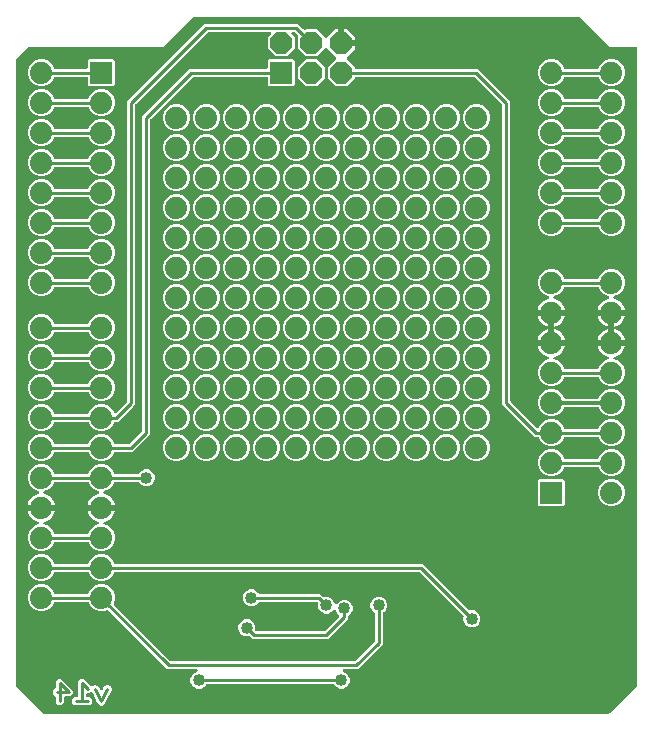
<source format=gbr>
G04 EAGLE Gerber RS-274X export*
G75*
%MOMM*%
%FSLAX34Y34*%
%LPD*%
%INBottom Copper*%
%IPPOS*%
%AMOC8*
5,1,8,0,0,1.08239X$1,22.5*%
G01*
%ADD10C,0.279400*%
%ADD11C,1.879600*%
%ADD12R,1.879600X1.879600*%
%ADD13P,2.034460X8X22.500000*%
%ADD14C,1.016000*%
%ADD15C,0.254000*%
%ADD16C,0.304800*%

G36*
X493399Y3569D02*
X493399Y3569D01*
X493498Y3572D01*
X493556Y3589D01*
X493617Y3597D01*
X493709Y3633D01*
X493804Y3661D01*
X493856Y3691D01*
X493912Y3714D01*
X493992Y3772D01*
X494078Y3822D01*
X494153Y3888D01*
X494170Y3900D01*
X494177Y3910D01*
X494199Y3928D01*
X516772Y26501D01*
X516832Y26580D01*
X516900Y26652D01*
X516929Y26705D01*
X516966Y26753D01*
X517006Y26844D01*
X517054Y26930D01*
X517069Y26989D01*
X517093Y27045D01*
X517108Y27143D01*
X517133Y27238D01*
X517139Y27338D01*
X517143Y27359D01*
X517141Y27371D01*
X517143Y27399D01*
X517143Y566674D01*
X517128Y566792D01*
X517121Y566911D01*
X517108Y566949D01*
X517103Y566990D01*
X517060Y567100D01*
X517023Y567213D01*
X517001Y567248D01*
X516986Y567285D01*
X516917Y567381D01*
X516853Y567482D01*
X516823Y567510D01*
X516800Y567543D01*
X516708Y567619D01*
X516621Y567700D01*
X516586Y567720D01*
X516555Y567745D01*
X516447Y567796D01*
X516343Y567854D01*
X516303Y567864D01*
X516267Y567881D01*
X516150Y567903D01*
X516035Y567933D01*
X515975Y567937D01*
X515955Y567941D01*
X515934Y567939D01*
X515874Y567943D01*
X493827Y567943D01*
X468799Y592972D01*
X468720Y593032D01*
X468648Y593100D01*
X468595Y593129D01*
X468547Y593166D01*
X468456Y593206D01*
X468370Y593254D01*
X468311Y593269D01*
X468255Y593293D01*
X468157Y593308D01*
X468062Y593333D01*
X467962Y593339D01*
X467941Y593343D01*
X467929Y593341D01*
X467901Y593343D01*
X141699Y593343D01*
X141601Y593331D01*
X141502Y593328D01*
X141444Y593311D01*
X141383Y593303D01*
X141291Y593267D01*
X141196Y593239D01*
X141144Y593209D01*
X141088Y593186D01*
X141008Y593128D01*
X140922Y593078D01*
X140847Y593012D01*
X140830Y593000D01*
X140823Y592990D01*
X140801Y592972D01*
X115773Y567943D01*
X1999Y567943D01*
X1901Y567931D01*
X1802Y567928D01*
X1744Y567911D01*
X1683Y567903D01*
X1591Y567867D01*
X1496Y567839D01*
X1444Y567809D01*
X1388Y567786D01*
X1308Y567728D01*
X1222Y567678D01*
X1147Y567612D01*
X1130Y567600D01*
X1123Y567590D01*
X1101Y567572D01*
X-8772Y557699D01*
X-8832Y557620D01*
X-8900Y557548D01*
X-8929Y557495D01*
X-8966Y557447D01*
X-9006Y557356D01*
X-9054Y557270D01*
X-9069Y557211D01*
X-9093Y557155D01*
X-9108Y557057D01*
X-9133Y556962D01*
X-9139Y556862D01*
X-9143Y556841D01*
X-9141Y556829D01*
X-9143Y556801D01*
X-9143Y27399D01*
X-9131Y27301D01*
X-9128Y27202D01*
X-9111Y27144D01*
X-9103Y27083D01*
X-9067Y26991D01*
X-9039Y26896D01*
X-9009Y26844D01*
X-8986Y26788D01*
X-8928Y26708D01*
X-8878Y26622D01*
X-8812Y26547D01*
X-8800Y26530D01*
X-8790Y26523D01*
X-8772Y26501D01*
X13801Y3928D01*
X13880Y3868D01*
X13952Y3800D01*
X14005Y3771D01*
X14053Y3734D01*
X14144Y3694D01*
X14230Y3646D01*
X14289Y3631D01*
X14345Y3607D01*
X14443Y3592D01*
X14538Y3567D01*
X14638Y3561D01*
X14659Y3557D01*
X14671Y3559D01*
X14699Y3557D01*
X493301Y3557D01*
X493399Y3569D01*
G37*
%LPC*%
G36*
X442226Y229869D02*
X442226Y229869D01*
X438025Y231609D01*
X434809Y234825D01*
X433820Y237214D01*
X433805Y237239D01*
X433796Y237267D01*
X433727Y237377D01*
X433663Y237490D01*
X433642Y237511D01*
X433626Y237536D01*
X433532Y237625D01*
X433441Y237718D01*
X433416Y237734D01*
X433395Y237754D01*
X433281Y237817D01*
X433170Y237885D01*
X433142Y237893D01*
X433116Y237908D01*
X432990Y237940D01*
X432866Y237978D01*
X432837Y237980D01*
X432808Y237987D01*
X432647Y237997D01*
X430432Y237997D01*
X403097Y265332D01*
X403097Y518806D01*
X403085Y518904D01*
X403082Y519003D01*
X403065Y519062D01*
X403057Y519122D01*
X403021Y519214D01*
X402993Y519309D01*
X402963Y519361D01*
X402940Y519417D01*
X402882Y519497D01*
X402832Y519583D01*
X402766Y519658D01*
X402754Y519675D01*
X402744Y519683D01*
X402726Y519704D01*
X380004Y542426D01*
X379925Y542486D01*
X379853Y542554D01*
X379800Y542583D01*
X379752Y542620D01*
X379661Y542660D01*
X379575Y542708D01*
X379516Y542723D01*
X379461Y542747D01*
X379363Y542762D01*
X379267Y542787D01*
X379167Y542793D01*
X379146Y542797D01*
X379134Y542795D01*
X379106Y542797D01*
X279400Y542797D01*
X279282Y542782D01*
X279163Y542775D01*
X279125Y542762D01*
X279084Y542757D01*
X278974Y542714D01*
X278861Y542677D01*
X278826Y542655D01*
X278789Y542640D01*
X278693Y542571D01*
X278592Y542507D01*
X278564Y542477D01*
X278531Y542454D01*
X278455Y542362D01*
X278374Y542275D01*
X278354Y542240D01*
X278329Y542209D01*
X278278Y542101D01*
X278220Y541997D01*
X278210Y541957D01*
X278193Y541921D01*
X278171Y541804D01*
X278141Y541689D01*
X278137Y541629D01*
X278133Y541609D01*
X278135Y541588D01*
X278131Y541528D01*
X278131Y541365D01*
X271435Y534669D01*
X261965Y534669D01*
X255269Y541365D01*
X255269Y550835D01*
X261978Y557543D01*
X262051Y557637D01*
X262130Y557727D01*
X262148Y557763D01*
X262173Y557795D01*
X262220Y557904D01*
X262274Y558010D01*
X262283Y558049D01*
X262299Y558086D01*
X262318Y558204D01*
X262344Y558320D01*
X262343Y558360D01*
X262349Y558400D01*
X262338Y558519D01*
X262334Y558638D01*
X262323Y558677D01*
X262319Y558717D01*
X262279Y558829D01*
X262246Y558943D01*
X262225Y558978D01*
X262212Y559016D01*
X262145Y559115D01*
X262084Y559217D01*
X262044Y559263D01*
X262033Y559280D01*
X262018Y559293D01*
X261978Y559338D01*
X254538Y566778D01*
X254444Y566851D01*
X254442Y566852D01*
X254434Y566861D01*
X254432Y566861D01*
X254355Y566930D01*
X254319Y566948D01*
X254287Y566973D01*
X254178Y567020D01*
X254072Y567074D01*
X254032Y567083D01*
X253995Y567099D01*
X253877Y567118D01*
X253761Y567144D01*
X253721Y567143D01*
X253681Y567149D01*
X253562Y567138D01*
X253444Y567134D01*
X253405Y567123D01*
X253364Y567119D01*
X253252Y567079D01*
X253138Y567046D01*
X253103Y567025D01*
X253065Y567012D01*
X252966Y566945D01*
X252864Y566884D01*
X252819Y566844D01*
X252802Y566833D01*
X252789Y566818D01*
X252743Y566778D01*
X246035Y560069D01*
X236565Y560069D01*
X229869Y566765D01*
X229869Y576235D01*
X229984Y576350D01*
X230057Y576444D01*
X230136Y576533D01*
X230155Y576569D01*
X230179Y576601D01*
X230227Y576710D01*
X230281Y576816D01*
X230290Y576856D01*
X230306Y576893D01*
X230324Y577011D01*
X230350Y577127D01*
X230349Y577167D01*
X230356Y577207D01*
X230344Y577326D01*
X230341Y577445D01*
X230329Y577483D01*
X230326Y577524D01*
X230285Y577636D01*
X230252Y577750D01*
X230232Y577785D01*
X230218Y577823D01*
X230151Y577921D01*
X230091Y578024D01*
X230059Y578061D01*
X230055Y578066D01*
X230050Y578071D01*
X230040Y578086D01*
X230024Y578100D01*
X229984Y578145D01*
X227604Y580526D01*
X227525Y580586D01*
X227453Y580654D01*
X227400Y580683D01*
X227352Y580720D01*
X227261Y580760D01*
X227175Y580808D01*
X227116Y580823D01*
X227061Y580847D01*
X226963Y580862D01*
X226867Y580887D01*
X226767Y580893D01*
X226746Y580897D01*
X226734Y580895D01*
X226706Y580897D01*
X225732Y580897D01*
X225595Y580880D01*
X225456Y580867D01*
X225437Y580860D01*
X225417Y580857D01*
X225288Y580806D01*
X225157Y580759D01*
X225140Y580748D01*
X225121Y580740D01*
X225009Y580659D01*
X224894Y580581D01*
X224880Y580565D01*
X224864Y580554D01*
X224775Y580446D01*
X224683Y580342D01*
X224674Y580324D01*
X224661Y580309D01*
X224602Y580183D01*
X224539Y580059D01*
X224534Y580039D01*
X224526Y580021D01*
X224499Y579885D01*
X224469Y579749D01*
X224470Y579728D01*
X224466Y579709D01*
X224474Y579570D01*
X224479Y579431D01*
X224484Y579411D01*
X224485Y579391D01*
X224528Y579259D01*
X224567Y579125D01*
X224577Y579108D01*
X224584Y579089D01*
X224658Y578971D01*
X224729Y578851D01*
X224747Y578830D01*
X224754Y578820D01*
X224769Y578806D01*
X224835Y578731D01*
X227331Y576235D01*
X227331Y566765D01*
X220635Y560069D01*
X211165Y560069D01*
X204469Y566765D01*
X204469Y576235D01*
X206965Y578731D01*
X207050Y578840D01*
X207139Y578947D01*
X207148Y578966D01*
X207160Y578982D01*
X207215Y579110D01*
X207274Y579235D01*
X207278Y579255D01*
X207286Y579274D01*
X207308Y579412D01*
X207334Y579548D01*
X207333Y579568D01*
X207336Y579588D01*
X207323Y579727D01*
X207315Y579865D01*
X207308Y579884D01*
X207306Y579904D01*
X207259Y580036D01*
X207216Y580167D01*
X207206Y580185D01*
X207199Y580204D01*
X207121Y580319D01*
X207046Y580436D01*
X207032Y580450D01*
X207020Y580467D01*
X206916Y580559D01*
X206815Y580654D01*
X206797Y580664D01*
X206782Y580677D01*
X206658Y580741D01*
X206536Y580808D01*
X206517Y580813D01*
X206499Y580822D01*
X206363Y580852D01*
X206228Y580887D01*
X206200Y580889D01*
X206188Y580892D01*
X206168Y580891D01*
X206068Y580897D01*
X154294Y580897D01*
X154196Y580885D01*
X154097Y580882D01*
X154038Y580865D01*
X153978Y580857D01*
X153886Y580821D01*
X153791Y580793D01*
X153739Y580763D01*
X153683Y580740D01*
X153603Y580682D01*
X153517Y580632D01*
X153442Y580566D01*
X153425Y580554D01*
X153417Y580544D01*
X153396Y580526D01*
X92574Y519704D01*
X92514Y519625D01*
X92446Y519553D01*
X92417Y519500D01*
X92380Y519452D01*
X92340Y519361D01*
X92292Y519275D01*
X92277Y519216D01*
X92253Y519161D01*
X92238Y519063D01*
X92213Y518967D01*
X92207Y518867D01*
X92203Y518846D01*
X92205Y518834D01*
X92203Y518806D01*
X92203Y265332D01*
X89897Y263026D01*
X89896Y263026D01*
X79874Y253004D01*
X77568Y250697D01*
X75353Y250697D01*
X75323Y250694D01*
X75294Y250696D01*
X75166Y250674D01*
X75037Y250657D01*
X75010Y250647D01*
X74981Y250642D01*
X74862Y250588D01*
X74741Y250540D01*
X74717Y250523D01*
X74691Y250511D01*
X74589Y250430D01*
X74484Y250354D01*
X74465Y250331D01*
X74442Y250312D01*
X74364Y250209D01*
X74281Y250109D01*
X74269Y250082D01*
X74251Y250058D01*
X74180Y249914D01*
X73191Y247525D01*
X69975Y244309D01*
X65774Y242569D01*
X61226Y242569D01*
X57025Y244309D01*
X53809Y247525D01*
X52820Y249914D01*
X52805Y249939D01*
X52796Y249967D01*
X52727Y250077D01*
X52663Y250190D01*
X52642Y250211D01*
X52626Y250236D01*
X52532Y250325D01*
X52441Y250418D01*
X52416Y250434D01*
X52395Y250454D01*
X52281Y250517D01*
X52170Y250585D01*
X52142Y250593D01*
X52116Y250608D01*
X51990Y250640D01*
X51866Y250678D01*
X51837Y250680D01*
X51808Y250687D01*
X51647Y250697D01*
X24553Y250697D01*
X24523Y250694D01*
X24494Y250696D01*
X24366Y250674D01*
X24237Y250657D01*
X24210Y250647D01*
X24181Y250642D01*
X24062Y250588D01*
X23941Y250540D01*
X23917Y250523D01*
X23891Y250511D01*
X23789Y250430D01*
X23684Y250354D01*
X23665Y250331D01*
X23642Y250312D01*
X23564Y250209D01*
X23481Y250109D01*
X23469Y250082D01*
X23451Y250058D01*
X23380Y249914D01*
X22391Y247525D01*
X19175Y244309D01*
X14974Y242569D01*
X10426Y242569D01*
X6225Y244309D01*
X3009Y247525D01*
X1269Y251726D01*
X1269Y256274D01*
X3009Y260475D01*
X6225Y263691D01*
X10426Y265431D01*
X14974Y265431D01*
X19175Y263691D01*
X22391Y260475D01*
X23380Y258086D01*
X23395Y258061D01*
X23404Y258033D01*
X23473Y257923D01*
X23537Y257810D01*
X23558Y257789D01*
X23574Y257764D01*
X23668Y257675D01*
X23759Y257582D01*
X23784Y257566D01*
X23805Y257546D01*
X23919Y257483D01*
X24030Y257415D01*
X24058Y257407D01*
X24084Y257392D01*
X24210Y257360D01*
X24334Y257322D01*
X24363Y257320D01*
X24392Y257313D01*
X24553Y257303D01*
X51647Y257303D01*
X51677Y257306D01*
X51706Y257304D01*
X51834Y257326D01*
X51963Y257343D01*
X51990Y257353D01*
X52019Y257358D01*
X52138Y257412D01*
X52259Y257460D01*
X52283Y257477D01*
X52309Y257489D01*
X52411Y257570D01*
X52516Y257646D01*
X52535Y257669D01*
X52558Y257688D01*
X52636Y257791D01*
X52719Y257891D01*
X52731Y257918D01*
X52749Y257942D01*
X52820Y258086D01*
X53809Y260475D01*
X57025Y263691D01*
X61226Y265431D01*
X65774Y265431D01*
X69975Y263691D01*
X73191Y260475D01*
X73873Y258826D01*
X73898Y258783D01*
X73915Y258736D01*
X73977Y258645D01*
X74031Y258550D01*
X74066Y258514D01*
X74093Y258473D01*
X74176Y258400D01*
X74252Y258321D01*
X74295Y258296D01*
X74332Y258263D01*
X74430Y258213D01*
X74523Y258155D01*
X74571Y258141D01*
X74615Y258118D01*
X74722Y258094D01*
X74827Y258062D01*
X74877Y258059D01*
X74925Y258048D01*
X75035Y258052D01*
X75145Y258046D01*
X75194Y258057D01*
X75243Y258058D01*
X75349Y258089D01*
X75456Y258111D01*
X75501Y258133D01*
X75549Y258146D01*
X75643Y258202D01*
X75742Y258250D01*
X75780Y258283D01*
X75823Y258308D01*
X75944Y258414D01*
X85226Y267696D01*
X85286Y267775D01*
X85354Y267847D01*
X85383Y267900D01*
X85420Y267948D01*
X85460Y268039D01*
X85508Y268125D01*
X85523Y268184D01*
X85547Y268239D01*
X85562Y268337D01*
X85587Y268433D01*
X85593Y268533D01*
X85597Y268553D01*
X85595Y268566D01*
X85597Y268594D01*
X85597Y522068D01*
X151032Y587503D01*
X229968Y587503D01*
X234655Y582816D01*
X234749Y582743D01*
X234839Y582664D01*
X234875Y582645D01*
X234906Y582621D01*
X235016Y582573D01*
X235122Y582519D01*
X235161Y582510D01*
X235198Y582494D01*
X235316Y582476D01*
X235432Y582450D01*
X235472Y582451D01*
X235512Y582444D01*
X235631Y582456D01*
X235750Y582459D01*
X235789Y582470D01*
X235829Y582474D01*
X235941Y582515D01*
X236055Y582548D01*
X236090Y582568D01*
X236128Y582582D01*
X236227Y582649D01*
X236329Y582709D01*
X236375Y582749D01*
X236391Y582760D01*
X236405Y582776D01*
X236450Y582816D01*
X236565Y582931D01*
X246035Y582931D01*
X252743Y576222D01*
X252837Y576149D01*
X252927Y576070D01*
X252963Y576052D01*
X252995Y576027D01*
X253104Y575980D01*
X253210Y575926D01*
X253249Y575917D01*
X253286Y575901D01*
X253404Y575882D01*
X253520Y575856D01*
X253560Y575857D01*
X253600Y575851D01*
X253719Y575862D01*
X253838Y575866D01*
X253877Y575877D01*
X253917Y575881D01*
X254029Y575921D01*
X254143Y575954D01*
X254178Y575975D01*
X254216Y575988D01*
X254315Y576055D01*
X254417Y576116D01*
X254463Y576156D01*
X254480Y576167D01*
X254493Y576182D01*
X254538Y576222D01*
X261755Y583439D01*
X264161Y583439D01*
X264161Y572770D01*
X264176Y572652D01*
X264183Y572533D01*
X264196Y572495D01*
X264201Y572455D01*
X264244Y572344D01*
X264281Y572231D01*
X264303Y572197D01*
X264318Y572159D01*
X264388Y572063D01*
X264451Y571962D01*
X264481Y571934D01*
X264504Y571902D01*
X264596Y571826D01*
X264683Y571744D01*
X264718Y571725D01*
X264749Y571699D01*
X264857Y571648D01*
X264961Y571591D01*
X265001Y571580D01*
X265037Y571563D01*
X265154Y571541D01*
X265269Y571511D01*
X265330Y571507D01*
X265350Y571503D01*
X265370Y571505D01*
X265430Y571501D01*
X266701Y571501D01*
X266701Y570230D01*
X266716Y570112D01*
X266723Y569993D01*
X266736Y569955D01*
X266741Y569914D01*
X266785Y569804D01*
X266821Y569691D01*
X266843Y569656D01*
X266858Y569619D01*
X266928Y569523D01*
X266991Y569422D01*
X267021Y569394D01*
X267045Y569361D01*
X267136Y569286D01*
X267223Y569204D01*
X267258Y569184D01*
X267290Y569159D01*
X267397Y569108D01*
X267502Y569050D01*
X267541Y569040D01*
X267577Y569023D01*
X267694Y569001D01*
X267809Y568971D01*
X267870Y568967D01*
X267890Y568963D01*
X267910Y568965D01*
X267970Y568961D01*
X278639Y568961D01*
X278639Y566555D01*
X271422Y559338D01*
X271349Y559244D01*
X271270Y559155D01*
X271252Y559119D01*
X271227Y559087D01*
X271180Y558978D01*
X271126Y558872D01*
X271117Y558832D01*
X271101Y558795D01*
X271082Y558677D01*
X271056Y558561D01*
X271057Y558521D01*
X271051Y558481D01*
X271062Y558362D01*
X271066Y558244D01*
X271077Y558205D01*
X271081Y558164D01*
X271121Y558052D01*
X271154Y557938D01*
X271175Y557903D01*
X271188Y557865D01*
X271255Y557766D01*
X271316Y557664D01*
X271356Y557619D01*
X271367Y557602D01*
X271382Y557589D01*
X271422Y557543D01*
X278131Y550835D01*
X278131Y550672D01*
X278146Y550554D01*
X278153Y550435D01*
X278166Y550397D01*
X278171Y550356D01*
X278214Y550246D01*
X278251Y550133D01*
X278273Y550098D01*
X278288Y550061D01*
X278357Y549965D01*
X278421Y549864D01*
X278451Y549836D01*
X278474Y549803D01*
X278566Y549727D01*
X278653Y549646D01*
X278688Y549626D01*
X278719Y549601D01*
X278827Y549550D01*
X278931Y549492D01*
X278971Y549482D01*
X279007Y549465D01*
X279124Y549443D01*
X279239Y549413D01*
X279299Y549409D01*
X279319Y549405D01*
X279340Y549407D01*
X279400Y549403D01*
X382368Y549403D01*
X409703Y522068D01*
X409703Y268594D01*
X409715Y268496D01*
X409718Y268397D01*
X409735Y268338D01*
X409743Y268278D01*
X409779Y268186D01*
X409807Y268091D01*
X409837Y268039D01*
X409860Y267983D01*
X409918Y267903D01*
X409968Y267817D01*
X410034Y267742D01*
X410046Y267725D01*
X410056Y267717D01*
X410074Y267696D01*
X432056Y245714D01*
X432096Y245684D01*
X432129Y245647D01*
X432221Y245587D01*
X432308Y245519D01*
X432353Y245500D01*
X432395Y245472D01*
X432499Y245437D01*
X432600Y245393D01*
X432649Y245385D01*
X432696Y245369D01*
X432805Y245360D01*
X432914Y245343D01*
X432963Y245348D01*
X433013Y245344D01*
X433121Y245363D01*
X433230Y245373D01*
X433277Y245390D01*
X433326Y245398D01*
X433426Y245443D01*
X433530Y245481D01*
X433571Y245509D01*
X433616Y245529D01*
X433702Y245597D01*
X433793Y245659D01*
X433826Y245696D01*
X433864Y245728D01*
X433931Y245815D01*
X434003Y245898D01*
X434026Y245942D01*
X434056Y245982D01*
X434127Y246126D01*
X434809Y247775D01*
X438025Y250991D01*
X442226Y252731D01*
X446774Y252731D01*
X450975Y250991D01*
X454191Y247775D01*
X455180Y245386D01*
X455195Y245361D01*
X455204Y245333D01*
X455273Y245223D01*
X455337Y245110D01*
X455358Y245089D01*
X455374Y245064D01*
X455468Y244975D01*
X455559Y244882D01*
X455584Y244866D01*
X455605Y244846D01*
X455719Y244783D01*
X455830Y244715D01*
X455858Y244707D01*
X455884Y244692D01*
X456010Y244660D01*
X456134Y244622D01*
X456163Y244620D01*
X456192Y244613D01*
X456353Y244603D01*
X483447Y244603D01*
X483477Y244606D01*
X483506Y244604D01*
X483634Y244626D01*
X483763Y244643D01*
X483790Y244653D01*
X483819Y244658D01*
X483938Y244712D01*
X484059Y244760D01*
X484083Y244777D01*
X484109Y244789D01*
X484211Y244870D01*
X484316Y244946D01*
X484335Y244969D01*
X484358Y244988D01*
X484436Y245091D01*
X484519Y245191D01*
X484531Y245218D01*
X484549Y245242D01*
X484620Y245386D01*
X485609Y247775D01*
X488825Y250991D01*
X493026Y252731D01*
X497574Y252731D01*
X501775Y250991D01*
X504991Y247775D01*
X506731Y243574D01*
X506731Y239026D01*
X504991Y234825D01*
X501775Y231609D01*
X497574Y229869D01*
X493026Y229869D01*
X488825Y231609D01*
X485609Y234825D01*
X484620Y237214D01*
X484605Y237239D01*
X484596Y237267D01*
X484527Y237377D01*
X484463Y237490D01*
X484442Y237511D01*
X484426Y237536D01*
X484332Y237625D01*
X484241Y237718D01*
X484216Y237734D01*
X484195Y237754D01*
X484081Y237817D01*
X483970Y237885D01*
X483942Y237893D01*
X483916Y237908D01*
X483790Y237940D01*
X483666Y237978D01*
X483637Y237980D01*
X483608Y237987D01*
X483447Y237997D01*
X456353Y237997D01*
X456323Y237994D01*
X456294Y237996D01*
X456166Y237974D01*
X456037Y237957D01*
X456010Y237947D01*
X455981Y237942D01*
X455862Y237888D01*
X455741Y237840D01*
X455717Y237823D01*
X455691Y237811D01*
X455589Y237730D01*
X455484Y237654D01*
X455465Y237631D01*
X455442Y237612D01*
X455364Y237509D01*
X455281Y237409D01*
X455269Y237382D01*
X455251Y237358D01*
X455180Y237214D01*
X454191Y234825D01*
X450975Y231609D01*
X446774Y229869D01*
X442226Y229869D01*
G37*
%LPD*%
%LPC*%
G36*
X144635Y24637D02*
X144635Y24637D01*
X142021Y25720D01*
X140020Y27721D01*
X138937Y30335D01*
X138937Y33165D01*
X140020Y35779D01*
X142021Y37780D01*
X144255Y38705D01*
X144316Y38740D01*
X144381Y38766D01*
X144453Y38818D01*
X144532Y38863D01*
X144582Y38911D01*
X144638Y38952D01*
X144696Y39022D01*
X144760Y39084D01*
X144796Y39144D01*
X144841Y39197D01*
X144879Y39279D01*
X144926Y39355D01*
X144947Y39422D01*
X144977Y39485D01*
X144993Y39573D01*
X145020Y39659D01*
X145023Y39729D01*
X145036Y39798D01*
X145031Y39887D01*
X145035Y39977D01*
X145021Y40045D01*
X145017Y40115D01*
X144989Y40200D01*
X144971Y40288D01*
X144940Y40351D01*
X144919Y40417D01*
X144871Y40493D01*
X144831Y40574D01*
X144786Y40627D01*
X144748Y40686D01*
X144683Y40748D01*
X144625Y40816D01*
X144568Y40856D01*
X144517Y40904D01*
X144438Y40947D01*
X144365Y40999D01*
X144299Y41024D01*
X144238Y41058D01*
X144151Y41080D01*
X144067Y41112D01*
X143998Y41120D01*
X143930Y41137D01*
X143770Y41147D01*
X119282Y41147D01*
X69546Y90884D01*
X69522Y90902D01*
X69503Y90924D01*
X69397Y90999D01*
X69294Y91079D01*
X69267Y91090D01*
X69243Y91107D01*
X69122Y91153D01*
X69003Y91205D01*
X68973Y91209D01*
X68946Y91220D01*
X68817Y91234D01*
X68688Y91255D01*
X68659Y91252D01*
X68630Y91255D01*
X68501Y91237D01*
X68372Y91225D01*
X68344Y91215D01*
X68315Y91211D01*
X68162Y91159D01*
X65774Y90169D01*
X61226Y90169D01*
X57025Y91909D01*
X53809Y95125D01*
X52820Y97514D01*
X52805Y97539D01*
X52796Y97567D01*
X52727Y97677D01*
X52663Y97790D01*
X52642Y97811D01*
X52626Y97836D01*
X52532Y97925D01*
X52441Y98018D01*
X52416Y98034D01*
X52395Y98054D01*
X52281Y98117D01*
X52170Y98185D01*
X52142Y98193D01*
X52116Y98208D01*
X51990Y98240D01*
X51866Y98278D01*
X51837Y98280D01*
X51808Y98287D01*
X51647Y98297D01*
X24553Y98297D01*
X24523Y98294D01*
X24494Y98296D01*
X24366Y98274D01*
X24237Y98257D01*
X24210Y98247D01*
X24181Y98242D01*
X24062Y98188D01*
X23941Y98140D01*
X23917Y98123D01*
X23891Y98111D01*
X23789Y98030D01*
X23684Y97954D01*
X23665Y97931D01*
X23642Y97912D01*
X23564Y97809D01*
X23481Y97709D01*
X23469Y97682D01*
X23451Y97658D01*
X23380Y97514D01*
X22391Y95125D01*
X19175Y91909D01*
X14974Y90169D01*
X10426Y90169D01*
X6225Y91909D01*
X3009Y95125D01*
X1269Y99326D01*
X1269Y103874D01*
X3009Y108075D01*
X6225Y111291D01*
X10426Y113031D01*
X14974Y113031D01*
X19175Y111291D01*
X22391Y108075D01*
X23380Y105686D01*
X23395Y105661D01*
X23404Y105633D01*
X23473Y105523D01*
X23537Y105410D01*
X23558Y105389D01*
X23574Y105364D01*
X23668Y105275D01*
X23759Y105182D01*
X23784Y105166D01*
X23805Y105146D01*
X23919Y105083D01*
X24030Y105015D01*
X24058Y105007D01*
X24084Y104992D01*
X24210Y104960D01*
X24334Y104922D01*
X24363Y104920D01*
X24392Y104913D01*
X24553Y104903D01*
X51647Y104903D01*
X51677Y104906D01*
X51706Y104904D01*
X51834Y104926D01*
X51963Y104943D01*
X51990Y104953D01*
X52019Y104958D01*
X52138Y105012D01*
X52259Y105060D01*
X52283Y105077D01*
X52309Y105089D01*
X52411Y105170D01*
X52516Y105246D01*
X52535Y105269D01*
X52558Y105288D01*
X52636Y105391D01*
X52719Y105491D01*
X52731Y105518D01*
X52749Y105542D01*
X52820Y105686D01*
X53809Y108075D01*
X57025Y111291D01*
X61226Y113031D01*
X65774Y113031D01*
X69975Y111291D01*
X73191Y108075D01*
X74931Y103874D01*
X74931Y99326D01*
X73941Y96938D01*
X73934Y96909D01*
X73920Y96883D01*
X73892Y96756D01*
X73857Y96631D01*
X73857Y96601D01*
X73850Y96573D01*
X73854Y96443D01*
X73852Y96313D01*
X73859Y96284D01*
X73860Y96255D01*
X73896Y96130D01*
X73926Y96004D01*
X73940Y95977D01*
X73948Y95949D01*
X74014Y95837D01*
X74075Y95722D01*
X74095Y95701D01*
X74110Y95675D01*
X74216Y95554D01*
X121646Y48124D01*
X121725Y48064D01*
X121797Y47996D01*
X121850Y47967D01*
X121898Y47930D01*
X121989Y47890D01*
X122075Y47842D01*
X122134Y47827D01*
X122189Y47803D01*
X122287Y47788D01*
X122383Y47763D01*
X122483Y47757D01*
X122504Y47753D01*
X122516Y47755D01*
X122544Y47753D01*
X277506Y47753D01*
X277604Y47765D01*
X277703Y47768D01*
X277762Y47785D01*
X277822Y47793D01*
X277914Y47829D01*
X278009Y47857D01*
X278061Y47887D01*
X278117Y47910D01*
X278197Y47968D01*
X278283Y48018D01*
X278358Y48084D01*
X278375Y48096D01*
X278383Y48106D01*
X278404Y48124D01*
X294776Y64496D01*
X294836Y64575D01*
X294904Y64647D01*
X294933Y64700D01*
X294970Y64748D01*
X295010Y64839D01*
X295058Y64925D01*
X295073Y64984D01*
X295097Y65039D01*
X295112Y65137D01*
X295137Y65233D01*
X295143Y65333D01*
X295147Y65354D01*
X295145Y65366D01*
X295147Y65394D01*
X295147Y88071D01*
X295144Y88101D01*
X295146Y88130D01*
X295124Y88258D01*
X295107Y88387D01*
X295097Y88414D01*
X295091Y88443D01*
X295038Y88562D01*
X294990Y88682D01*
X294973Y88706D01*
X294961Y88733D01*
X294880Y88835D01*
X294804Y88940D01*
X294781Y88959D01*
X294762Y88982D01*
X294658Y89060D01*
X294559Y89143D01*
X294532Y89155D01*
X294508Y89173D01*
X294430Y89212D01*
X292420Y91221D01*
X291337Y93835D01*
X291337Y96665D01*
X292420Y99279D01*
X294421Y101280D01*
X297035Y102363D01*
X299865Y102363D01*
X302479Y101280D01*
X304480Y99279D01*
X305563Y96665D01*
X305563Y93835D01*
X304480Y91221D01*
X302473Y89214D01*
X302373Y89151D01*
X302260Y89086D01*
X302239Y89066D01*
X302214Y89050D01*
X302125Y88956D01*
X302032Y88865D01*
X302016Y88840D01*
X301996Y88818D01*
X301933Y88705D01*
X301865Y88594D01*
X301857Y88566D01*
X301842Y88540D01*
X301810Y88414D01*
X301772Y88290D01*
X301770Y88260D01*
X301763Y88232D01*
X301753Y88071D01*
X301753Y62132D01*
X280768Y41147D01*
X268980Y41147D01*
X268911Y41139D01*
X268841Y41140D01*
X268754Y41119D01*
X268665Y41107D01*
X268600Y41082D01*
X268532Y41065D01*
X268453Y41023D01*
X268369Y40990D01*
X268313Y40949D01*
X268251Y40917D01*
X268185Y40856D01*
X268112Y40804D01*
X268067Y40750D01*
X268016Y40703D01*
X267966Y40628D01*
X267909Y40559D01*
X267879Y40495D01*
X267841Y40437D01*
X267812Y40352D01*
X267773Y40271D01*
X267760Y40202D01*
X267738Y40136D01*
X267731Y40047D01*
X267714Y39959D01*
X267718Y39889D01*
X267712Y39819D01*
X267728Y39731D01*
X267733Y39641D01*
X267755Y39575D01*
X267767Y39506D01*
X267804Y39424D01*
X267831Y39339D01*
X267869Y39280D01*
X267897Y39216D01*
X267953Y39146D01*
X268002Y39070D01*
X268052Y39022D01*
X268096Y38968D01*
X268168Y38913D01*
X268233Y38852D01*
X268294Y38818D01*
X268350Y38776D01*
X268495Y38705D01*
X270729Y37780D01*
X272730Y35779D01*
X273813Y33165D01*
X273813Y30335D01*
X272730Y27721D01*
X270729Y25720D01*
X268115Y24637D01*
X265285Y24637D01*
X262671Y25720D01*
X260664Y27727D01*
X260601Y27827D01*
X260536Y27940D01*
X260516Y27961D01*
X260500Y27986D01*
X260406Y28075D01*
X260315Y28168D01*
X260290Y28184D01*
X260268Y28204D01*
X260155Y28267D01*
X260044Y28335D01*
X260016Y28343D01*
X259990Y28358D01*
X259864Y28390D01*
X259740Y28428D01*
X259710Y28430D01*
X259682Y28437D01*
X259521Y28447D01*
X153229Y28447D01*
X153199Y28444D01*
X153170Y28446D01*
X153042Y28424D01*
X152913Y28407D01*
X152886Y28397D01*
X152857Y28391D01*
X152738Y28338D01*
X152618Y28290D01*
X152594Y28273D01*
X152567Y28261D01*
X152465Y28180D01*
X152360Y28104D01*
X152341Y28081D01*
X152318Y28062D01*
X152240Y27958D01*
X152157Y27859D01*
X152145Y27832D01*
X152127Y27808D01*
X152088Y27730D01*
X150079Y25720D01*
X147465Y24637D01*
X144635Y24637D01*
G37*
%LPD*%
%LPC*%
G36*
X10426Y140969D02*
X10426Y140969D01*
X6225Y142709D01*
X3009Y145925D01*
X1269Y150126D01*
X1269Y154674D01*
X3009Y158875D01*
X6225Y162091D01*
X10184Y163730D01*
X10296Y163794D01*
X10411Y163853D01*
X10434Y163873D01*
X10460Y163888D01*
X10553Y163978D01*
X10650Y164063D01*
X10667Y164088D01*
X10688Y164109D01*
X10756Y164219D01*
X10829Y164326D01*
X10839Y164354D01*
X10855Y164380D01*
X10893Y164504D01*
X10936Y164625D01*
X10939Y164655D01*
X10948Y164684D01*
X10954Y164813D01*
X10967Y164942D01*
X10962Y164972D01*
X10963Y165002D01*
X10937Y165128D01*
X10917Y165256D01*
X10905Y165284D01*
X10899Y165313D01*
X10842Y165429D01*
X10791Y165548D01*
X10773Y165572D01*
X10759Y165599D01*
X10675Y165697D01*
X10596Y165799D01*
X10573Y165818D01*
X10553Y165841D01*
X10447Y165915D01*
X10345Y165995D01*
X10318Y166007D01*
X10293Y166024D01*
X10172Y166070D01*
X10053Y166121D01*
X10011Y166131D01*
X9996Y166137D01*
X9974Y166139D01*
X9909Y166154D01*
X8117Y166736D01*
X6443Y167589D01*
X4922Y168694D01*
X3594Y170022D01*
X2489Y171543D01*
X1636Y173217D01*
X1055Y175004D01*
X1015Y175261D01*
X11430Y175261D01*
X11548Y175276D01*
X11667Y175283D01*
X11705Y175296D01*
X11745Y175301D01*
X11856Y175344D01*
X11969Y175381D01*
X12003Y175403D01*
X12041Y175418D01*
X12137Y175488D01*
X12238Y175551D01*
X12266Y175581D01*
X12298Y175604D01*
X12374Y175696D01*
X12456Y175783D01*
X12475Y175818D01*
X12501Y175849D01*
X12552Y175957D01*
X12609Y176061D01*
X12620Y176101D01*
X12637Y176137D01*
X12659Y176254D01*
X12689Y176369D01*
X12693Y176430D01*
X12697Y176450D01*
X12695Y176470D01*
X12699Y176530D01*
X12699Y179070D01*
X12684Y179188D01*
X12677Y179307D01*
X12664Y179345D01*
X12659Y179385D01*
X12615Y179496D01*
X12579Y179609D01*
X12557Y179644D01*
X12542Y179681D01*
X12472Y179777D01*
X12409Y179878D01*
X12379Y179906D01*
X12355Y179939D01*
X12264Y180014D01*
X12177Y180096D01*
X12142Y180116D01*
X12110Y180141D01*
X12003Y180192D01*
X11898Y180250D01*
X11859Y180260D01*
X11823Y180277D01*
X11706Y180299D01*
X11591Y180329D01*
X11530Y180333D01*
X11510Y180337D01*
X11490Y180335D01*
X11430Y180339D01*
X1015Y180339D01*
X1055Y180596D01*
X1553Y182128D01*
X1636Y182383D01*
X2489Y184057D01*
X3594Y185578D01*
X4922Y186906D01*
X6443Y188011D01*
X8117Y188864D01*
X9934Y189454D01*
X10020Y189479D01*
X10146Y189510D01*
X10173Y189524D01*
X10202Y189532D01*
X10313Y189598D01*
X10427Y189658D01*
X10450Y189679D01*
X10476Y189694D01*
X10567Y189785D01*
X10663Y189872D01*
X10679Y189897D01*
X10700Y189919D01*
X10766Y190030D01*
X10837Y190138D01*
X10847Y190167D01*
X10863Y190192D01*
X10899Y190316D01*
X10941Y190439D01*
X10943Y190469D01*
X10951Y190498D01*
X10956Y190627D01*
X10966Y190756D01*
X10961Y190786D01*
X10962Y190816D01*
X10934Y190942D01*
X10911Y191069D01*
X10899Y191097D01*
X10893Y191126D01*
X10834Y191241D01*
X10781Y191359D01*
X10762Y191383D01*
X10748Y191410D01*
X10663Y191506D01*
X10582Y191608D01*
X10558Y191626D01*
X10538Y191648D01*
X10432Y191721D01*
X10328Y191799D01*
X10290Y191818D01*
X10276Y191827D01*
X10255Y191835D01*
X10184Y191870D01*
X6225Y193509D01*
X3009Y196725D01*
X1269Y200926D01*
X1269Y205474D01*
X3009Y209675D01*
X6225Y212891D01*
X10426Y214631D01*
X14974Y214631D01*
X19175Y212891D01*
X22391Y209675D01*
X23380Y207286D01*
X23395Y207261D01*
X23404Y207233D01*
X23473Y207123D01*
X23537Y207010D01*
X23558Y206989D01*
X23574Y206964D01*
X23668Y206875D01*
X23759Y206782D01*
X23784Y206766D01*
X23805Y206746D01*
X23919Y206683D01*
X24030Y206615D01*
X24058Y206607D01*
X24084Y206592D01*
X24210Y206560D01*
X24334Y206522D01*
X24363Y206520D01*
X24392Y206513D01*
X24553Y206503D01*
X51647Y206503D01*
X51677Y206506D01*
X51706Y206504D01*
X51834Y206526D01*
X51963Y206543D01*
X51990Y206553D01*
X52019Y206558D01*
X52138Y206612D01*
X52259Y206660D01*
X52283Y206677D01*
X52309Y206689D01*
X52411Y206770D01*
X52516Y206846D01*
X52535Y206869D01*
X52558Y206888D01*
X52636Y206991D01*
X52719Y207091D01*
X52731Y207118D01*
X52749Y207142D01*
X52820Y207286D01*
X53809Y209675D01*
X57025Y212891D01*
X61226Y214631D01*
X65774Y214631D01*
X69975Y212891D01*
X73191Y209675D01*
X74180Y207286D01*
X74195Y207261D01*
X74204Y207233D01*
X74273Y207123D01*
X74337Y207010D01*
X74358Y206989D01*
X74374Y206964D01*
X74468Y206875D01*
X74559Y206782D01*
X74584Y206766D01*
X74605Y206746D01*
X74719Y206683D01*
X74830Y206615D01*
X74858Y206607D01*
X74884Y206592D01*
X75010Y206560D01*
X75134Y206522D01*
X75163Y206520D01*
X75192Y206513D01*
X75353Y206503D01*
X94421Y206503D01*
X94451Y206506D01*
X94480Y206504D01*
X94608Y206526D01*
X94737Y206543D01*
X94764Y206553D01*
X94793Y206559D01*
X94912Y206612D01*
X95032Y206660D01*
X95056Y206677D01*
X95083Y206689D01*
X95185Y206770D01*
X95290Y206846D01*
X95309Y206869D01*
X95332Y206888D01*
X95410Y206992D01*
X95493Y207091D01*
X95505Y207118D01*
X95523Y207142D01*
X95562Y207220D01*
X97571Y209230D01*
X100185Y210313D01*
X103015Y210313D01*
X105629Y209230D01*
X107630Y207229D01*
X108713Y204615D01*
X108713Y201785D01*
X107630Y199171D01*
X105629Y197170D01*
X103015Y196087D01*
X100185Y196087D01*
X97571Y197170D01*
X95564Y199177D01*
X95501Y199277D01*
X95436Y199390D01*
X95416Y199411D01*
X95400Y199436D01*
X95306Y199525D01*
X95215Y199618D01*
X95190Y199634D01*
X95168Y199654D01*
X95055Y199717D01*
X94944Y199785D01*
X94916Y199793D01*
X94890Y199808D01*
X94764Y199840D01*
X94640Y199878D01*
X94610Y199880D01*
X94582Y199887D01*
X94421Y199897D01*
X75353Y199897D01*
X75323Y199894D01*
X75294Y199896D01*
X75166Y199874D01*
X75037Y199857D01*
X75010Y199847D01*
X74981Y199842D01*
X74862Y199788D01*
X74741Y199740D01*
X74717Y199723D01*
X74691Y199711D01*
X74589Y199630D01*
X74484Y199554D01*
X74465Y199531D01*
X74442Y199512D01*
X74364Y199409D01*
X74281Y199309D01*
X74269Y199282D01*
X74251Y199258D01*
X74180Y199114D01*
X73191Y196725D01*
X69975Y193509D01*
X66016Y191870D01*
X65904Y191806D01*
X65789Y191747D01*
X65766Y191727D01*
X65740Y191712D01*
X65647Y191622D01*
X65550Y191537D01*
X65533Y191512D01*
X65512Y191491D01*
X65444Y191380D01*
X65371Y191274D01*
X65361Y191245D01*
X65345Y191220D01*
X65307Y191096D01*
X65264Y190975D01*
X65261Y190945D01*
X65252Y190916D01*
X65246Y190787D01*
X65233Y190658D01*
X65238Y190628D01*
X65237Y190598D01*
X65263Y190472D01*
X65283Y190344D01*
X65295Y190316D01*
X65301Y190287D01*
X65358Y190170D01*
X65409Y190052D01*
X65427Y190028D01*
X65441Y190001D01*
X65525Y189903D01*
X65604Y189800D01*
X65627Y189782D01*
X65647Y189759D01*
X65753Y189685D01*
X65855Y189605D01*
X65882Y189593D01*
X65907Y189576D01*
X66028Y189530D01*
X66147Y189479D01*
X66188Y189469D01*
X66204Y189463D01*
X66226Y189461D01*
X66291Y189446D01*
X68083Y188864D01*
X69757Y188011D01*
X71278Y186906D01*
X72606Y185578D01*
X73711Y184057D01*
X74564Y182383D01*
X75145Y180596D01*
X75185Y180339D01*
X64770Y180339D01*
X64652Y180324D01*
X64533Y180317D01*
X64495Y180304D01*
X64455Y180299D01*
X64344Y180256D01*
X64231Y180219D01*
X64197Y180197D01*
X64159Y180182D01*
X64063Y180112D01*
X63962Y180049D01*
X63934Y180019D01*
X63902Y179995D01*
X63826Y179904D01*
X63744Y179817D01*
X63725Y179782D01*
X63699Y179751D01*
X63648Y179643D01*
X63591Y179539D01*
X63580Y179499D01*
X63563Y179463D01*
X63541Y179346D01*
X63511Y179231D01*
X63507Y179170D01*
X63503Y179150D01*
X63505Y179130D01*
X63501Y179070D01*
X63501Y176530D01*
X63516Y176412D01*
X63523Y176293D01*
X63536Y176255D01*
X63541Y176214D01*
X63585Y176104D01*
X63621Y175991D01*
X63643Y175956D01*
X63658Y175919D01*
X63728Y175823D01*
X63791Y175722D01*
X63821Y175694D01*
X63845Y175661D01*
X63936Y175586D01*
X64023Y175504D01*
X64058Y175484D01*
X64090Y175459D01*
X64197Y175408D01*
X64302Y175350D01*
X64341Y175340D01*
X64377Y175323D01*
X64494Y175301D01*
X64609Y175271D01*
X64670Y175267D01*
X64690Y175263D01*
X64710Y175265D01*
X64770Y175261D01*
X75185Y175261D01*
X75145Y175004D01*
X74564Y173217D01*
X73711Y171543D01*
X72606Y170022D01*
X71278Y168694D01*
X69757Y167589D01*
X68083Y166736D01*
X66266Y166146D01*
X66180Y166121D01*
X66054Y166090D01*
X66027Y166076D01*
X65998Y166068D01*
X65887Y166002D01*
X65773Y165942D01*
X65750Y165921D01*
X65724Y165906D01*
X65633Y165815D01*
X65537Y165728D01*
X65521Y165703D01*
X65500Y165681D01*
X65434Y165570D01*
X65363Y165462D01*
X65353Y165433D01*
X65337Y165408D01*
X65301Y165284D01*
X65259Y165161D01*
X65257Y165131D01*
X65249Y165102D01*
X65244Y164973D01*
X65234Y164844D01*
X65239Y164814D01*
X65238Y164784D01*
X65266Y164658D01*
X65289Y164531D01*
X65301Y164503D01*
X65307Y164474D01*
X65366Y164359D01*
X65419Y164241D01*
X65438Y164217D01*
X65452Y164190D01*
X65537Y164094D01*
X65618Y163992D01*
X65642Y163974D01*
X65662Y163952D01*
X65768Y163879D01*
X65872Y163801D01*
X65910Y163782D01*
X65924Y163773D01*
X65945Y163765D01*
X66016Y163730D01*
X69975Y162091D01*
X73191Y158875D01*
X74931Y154674D01*
X74931Y150126D01*
X73191Y145925D01*
X69975Y142709D01*
X65774Y140969D01*
X61226Y140969D01*
X57025Y142709D01*
X53809Y145925D01*
X52820Y148314D01*
X52805Y148339D01*
X52796Y148367D01*
X52727Y148477D01*
X52663Y148590D01*
X52642Y148611D01*
X52626Y148636D01*
X52532Y148725D01*
X52441Y148818D01*
X52416Y148834D01*
X52395Y148854D01*
X52281Y148917D01*
X52170Y148985D01*
X52142Y148993D01*
X52116Y149008D01*
X51990Y149040D01*
X51866Y149078D01*
X51837Y149080D01*
X51808Y149087D01*
X51647Y149097D01*
X24553Y149097D01*
X24523Y149094D01*
X24494Y149096D01*
X24366Y149074D01*
X24237Y149057D01*
X24210Y149047D01*
X24181Y149042D01*
X24062Y148988D01*
X23941Y148940D01*
X23917Y148923D01*
X23891Y148911D01*
X23789Y148830D01*
X23684Y148754D01*
X23665Y148731D01*
X23642Y148712D01*
X23564Y148609D01*
X23481Y148509D01*
X23469Y148482D01*
X23451Y148458D01*
X23380Y148314D01*
X22391Y145925D01*
X19175Y142709D01*
X14974Y140969D01*
X10426Y140969D01*
G37*
%LPD*%
%LPC*%
G36*
X10426Y217169D02*
X10426Y217169D01*
X6225Y218909D01*
X3009Y222125D01*
X1269Y226326D01*
X1269Y230874D01*
X3009Y235075D01*
X6225Y238291D01*
X10426Y240031D01*
X14974Y240031D01*
X19175Y238291D01*
X22391Y235075D01*
X23380Y232686D01*
X23395Y232661D01*
X23404Y232633D01*
X23473Y232523D01*
X23537Y232410D01*
X23558Y232389D01*
X23574Y232364D01*
X23668Y232275D01*
X23759Y232182D01*
X23784Y232166D01*
X23805Y232146D01*
X23919Y232083D01*
X24030Y232015D01*
X24058Y232007D01*
X24084Y231992D01*
X24210Y231960D01*
X24334Y231922D01*
X24363Y231920D01*
X24392Y231913D01*
X24553Y231903D01*
X51647Y231903D01*
X51677Y231906D01*
X51706Y231904D01*
X51834Y231926D01*
X51963Y231943D01*
X51990Y231953D01*
X52019Y231958D01*
X52138Y232012D01*
X52259Y232060D01*
X52283Y232077D01*
X52309Y232089D01*
X52411Y232170D01*
X52516Y232246D01*
X52535Y232269D01*
X52558Y232288D01*
X52636Y232391D01*
X52719Y232491D01*
X52731Y232518D01*
X52749Y232542D01*
X52820Y232686D01*
X53809Y235075D01*
X57025Y238291D01*
X61226Y240031D01*
X65774Y240031D01*
X69975Y238291D01*
X73191Y235075D01*
X74180Y232686D01*
X74195Y232661D01*
X74204Y232633D01*
X74273Y232523D01*
X74337Y232410D01*
X74358Y232389D01*
X74374Y232364D01*
X74468Y232275D01*
X74559Y232182D01*
X74584Y232166D01*
X74605Y232146D01*
X74719Y232083D01*
X74830Y232015D01*
X74858Y232007D01*
X74884Y231992D01*
X75010Y231960D01*
X75134Y231922D01*
X75163Y231920D01*
X75192Y231913D01*
X75353Y231903D01*
X87006Y231903D01*
X87104Y231915D01*
X87203Y231918D01*
X87262Y231935D01*
X87322Y231943D01*
X87414Y231979D01*
X87509Y232007D01*
X87561Y232037D01*
X87617Y232060D01*
X87697Y232118D01*
X87783Y232168D01*
X87858Y232234D01*
X87875Y232246D01*
X87883Y232256D01*
X87904Y232274D01*
X97926Y242296D01*
X97986Y242375D01*
X98054Y242447D01*
X98083Y242500D01*
X98120Y242548D01*
X98160Y242639D01*
X98208Y242725D01*
X98223Y242784D01*
X98247Y242839D01*
X98262Y242937D01*
X98287Y243033D01*
X98293Y243133D01*
X98297Y243154D01*
X98295Y243166D01*
X98297Y243194D01*
X98297Y509368D01*
X138332Y549403D01*
X203200Y549403D01*
X203318Y549418D01*
X203437Y549425D01*
X203475Y549438D01*
X203516Y549443D01*
X203626Y549486D01*
X203739Y549523D01*
X203774Y549545D01*
X203811Y549560D01*
X203907Y549629D01*
X204008Y549693D01*
X204036Y549723D01*
X204069Y549746D01*
X204145Y549838D01*
X204226Y549925D01*
X204246Y549960D01*
X204271Y549991D01*
X204322Y550099D01*
X204380Y550203D01*
X204390Y550243D01*
X204407Y550279D01*
X204429Y550396D01*
X204459Y550511D01*
X204463Y550571D01*
X204467Y550591D01*
X204465Y550612D01*
X204469Y550672D01*
X204469Y556340D01*
X205660Y557531D01*
X226140Y557531D01*
X227331Y556340D01*
X227331Y535860D01*
X226140Y534669D01*
X205660Y534669D01*
X204469Y535860D01*
X204469Y541528D01*
X204454Y541646D01*
X204447Y541765D01*
X204434Y541803D01*
X204429Y541844D01*
X204386Y541954D01*
X204349Y542067D01*
X204327Y542102D01*
X204312Y542139D01*
X204243Y542235D01*
X204179Y542336D01*
X204149Y542364D01*
X204126Y542397D01*
X204034Y542473D01*
X203947Y542554D01*
X203912Y542574D01*
X203881Y542599D01*
X203773Y542650D01*
X203669Y542708D01*
X203629Y542718D01*
X203593Y542735D01*
X203476Y542757D01*
X203361Y542787D01*
X203301Y542791D01*
X203281Y542795D01*
X203260Y542793D01*
X203200Y542797D01*
X141594Y542797D01*
X141496Y542785D01*
X141397Y542782D01*
X141338Y542765D01*
X141278Y542757D01*
X141186Y542721D01*
X141091Y542693D01*
X141039Y542663D01*
X140983Y542640D01*
X140903Y542582D01*
X140817Y542532D01*
X140742Y542466D01*
X140725Y542454D01*
X140717Y542444D01*
X140696Y542426D01*
X105274Y507004D01*
X105214Y506925D01*
X105146Y506853D01*
X105117Y506800D01*
X105080Y506752D01*
X105040Y506661D01*
X104992Y506575D01*
X104977Y506516D01*
X104953Y506461D01*
X104938Y506363D01*
X104913Y506267D01*
X104907Y506167D01*
X104903Y506146D01*
X104905Y506134D01*
X104903Y506106D01*
X104903Y239932D01*
X90268Y225297D01*
X75353Y225297D01*
X75323Y225294D01*
X75294Y225296D01*
X75166Y225274D01*
X75037Y225257D01*
X75010Y225247D01*
X74981Y225242D01*
X74862Y225188D01*
X74741Y225140D01*
X74717Y225123D01*
X74691Y225111D01*
X74589Y225030D01*
X74484Y224954D01*
X74465Y224931D01*
X74442Y224912D01*
X74364Y224809D01*
X74281Y224709D01*
X74269Y224682D01*
X74251Y224658D01*
X74180Y224514D01*
X73191Y222125D01*
X69975Y218909D01*
X65774Y217169D01*
X61226Y217169D01*
X57025Y218909D01*
X53809Y222125D01*
X52820Y224514D01*
X52805Y224539D01*
X52796Y224567D01*
X52727Y224677D01*
X52663Y224790D01*
X52642Y224811D01*
X52626Y224836D01*
X52532Y224925D01*
X52441Y225018D01*
X52416Y225034D01*
X52395Y225054D01*
X52281Y225117D01*
X52170Y225185D01*
X52142Y225193D01*
X52116Y225208D01*
X51990Y225240D01*
X51866Y225278D01*
X51837Y225280D01*
X51808Y225287D01*
X51647Y225297D01*
X24553Y225297D01*
X24523Y225294D01*
X24494Y225296D01*
X24366Y225274D01*
X24237Y225257D01*
X24210Y225247D01*
X24181Y225242D01*
X24062Y225188D01*
X23941Y225140D01*
X23917Y225123D01*
X23891Y225111D01*
X23789Y225030D01*
X23684Y224954D01*
X23665Y224931D01*
X23642Y224912D01*
X23564Y224809D01*
X23481Y224709D01*
X23469Y224682D01*
X23451Y224658D01*
X23380Y224514D01*
X22391Y222125D01*
X19175Y218909D01*
X14974Y217169D01*
X10426Y217169D01*
G37*
%LPD*%
%LPC*%
G36*
X375775Y76707D02*
X375775Y76707D01*
X373161Y77790D01*
X371160Y79791D01*
X370077Y82405D01*
X370077Y85243D01*
X370103Y85359D01*
X370137Y85484D01*
X370138Y85514D01*
X370144Y85543D01*
X370140Y85672D01*
X370143Y85802D01*
X370136Y85831D01*
X370135Y85861D01*
X370099Y85985D01*
X370068Y86112D01*
X370055Y86138D01*
X370046Y86166D01*
X369980Y86278D01*
X369920Y86393D01*
X369900Y86414D01*
X369885Y86440D01*
X369778Y86561D01*
X333014Y123326D01*
X332935Y123386D01*
X332863Y123454D01*
X332810Y123483D01*
X332762Y123520D01*
X332671Y123560D01*
X332585Y123608D01*
X332526Y123623D01*
X332471Y123647D01*
X332373Y123662D01*
X332277Y123687D01*
X332177Y123693D01*
X332156Y123697D01*
X332144Y123695D01*
X332116Y123697D01*
X75353Y123697D01*
X75323Y123694D01*
X75294Y123696D01*
X75166Y123674D01*
X75037Y123657D01*
X75010Y123647D01*
X74981Y123642D01*
X74862Y123588D01*
X74741Y123540D01*
X74717Y123523D01*
X74691Y123511D01*
X74589Y123430D01*
X74484Y123354D01*
X74465Y123331D01*
X74442Y123312D01*
X74364Y123209D01*
X74281Y123109D01*
X74269Y123082D01*
X74251Y123058D01*
X74180Y122914D01*
X73191Y120525D01*
X69975Y117309D01*
X65774Y115569D01*
X61226Y115569D01*
X57025Y117309D01*
X53809Y120525D01*
X52820Y122914D01*
X52805Y122939D01*
X52796Y122967D01*
X52727Y123077D01*
X52663Y123190D01*
X52642Y123211D01*
X52626Y123236D01*
X52532Y123325D01*
X52441Y123418D01*
X52416Y123434D01*
X52395Y123454D01*
X52281Y123517D01*
X52170Y123585D01*
X52142Y123593D01*
X52116Y123608D01*
X51990Y123640D01*
X51866Y123678D01*
X51837Y123680D01*
X51808Y123687D01*
X51647Y123697D01*
X24553Y123697D01*
X24523Y123694D01*
X24494Y123696D01*
X24366Y123674D01*
X24237Y123657D01*
X24210Y123647D01*
X24181Y123642D01*
X24062Y123588D01*
X23941Y123540D01*
X23917Y123523D01*
X23891Y123511D01*
X23789Y123430D01*
X23684Y123354D01*
X23665Y123331D01*
X23642Y123312D01*
X23564Y123209D01*
X23481Y123109D01*
X23469Y123082D01*
X23451Y123058D01*
X23380Y122914D01*
X22391Y120525D01*
X19175Y117309D01*
X14974Y115569D01*
X10426Y115569D01*
X6225Y117309D01*
X3009Y120525D01*
X1269Y124726D01*
X1269Y129274D01*
X3009Y133475D01*
X6225Y136691D01*
X10426Y138431D01*
X14974Y138431D01*
X19175Y136691D01*
X22391Y133475D01*
X23380Y131086D01*
X23395Y131061D01*
X23404Y131033D01*
X23473Y130923D01*
X23537Y130810D01*
X23558Y130789D01*
X23574Y130764D01*
X23668Y130675D01*
X23759Y130582D01*
X23784Y130566D01*
X23805Y130546D01*
X23919Y130483D01*
X24030Y130415D01*
X24058Y130407D01*
X24084Y130392D01*
X24210Y130360D01*
X24334Y130322D01*
X24363Y130320D01*
X24392Y130313D01*
X24553Y130303D01*
X51647Y130303D01*
X51677Y130306D01*
X51706Y130304D01*
X51834Y130326D01*
X51963Y130343D01*
X51990Y130353D01*
X52019Y130358D01*
X52138Y130412D01*
X52259Y130460D01*
X52283Y130477D01*
X52309Y130489D01*
X52411Y130570D01*
X52516Y130646D01*
X52535Y130669D01*
X52558Y130688D01*
X52636Y130791D01*
X52719Y130891D01*
X52731Y130918D01*
X52749Y130942D01*
X52820Y131086D01*
X53809Y133475D01*
X57025Y136691D01*
X61226Y138431D01*
X65774Y138431D01*
X69975Y136691D01*
X73191Y133475D01*
X74180Y131086D01*
X74195Y131061D01*
X74204Y131033D01*
X74273Y130923D01*
X74337Y130810D01*
X74358Y130789D01*
X74374Y130764D01*
X74468Y130675D01*
X74559Y130582D01*
X74584Y130566D01*
X74605Y130546D01*
X74719Y130483D01*
X74830Y130415D01*
X74858Y130407D01*
X74884Y130392D01*
X75010Y130360D01*
X75134Y130322D01*
X75163Y130320D01*
X75192Y130313D01*
X75353Y130303D01*
X335378Y130303D01*
X374449Y91232D01*
X374473Y91213D01*
X374492Y91191D01*
X374598Y91116D01*
X374700Y91037D01*
X374728Y91025D01*
X374752Y91008D01*
X374873Y90962D01*
X374992Y90910D01*
X375022Y90906D01*
X375049Y90895D01*
X375178Y90881D01*
X375306Y90860D01*
X375336Y90863D01*
X375365Y90860D01*
X375494Y90878D01*
X375623Y90890D01*
X375651Y90900D01*
X375680Y90904D01*
X375763Y90933D01*
X378605Y90933D01*
X381219Y89850D01*
X383220Y87849D01*
X384303Y85235D01*
X384303Y82405D01*
X383220Y79791D01*
X381219Y77790D01*
X378605Y76707D01*
X375775Y76707D01*
G37*
%LPD*%
G36*
X51677Y155706D02*
X51677Y155706D01*
X51706Y155704D01*
X51834Y155726D01*
X51963Y155743D01*
X51990Y155753D01*
X52019Y155758D01*
X52138Y155812D01*
X52259Y155860D01*
X52283Y155877D01*
X52309Y155889D01*
X52411Y155970D01*
X52516Y156046D01*
X52535Y156069D01*
X52558Y156088D01*
X52636Y156191D01*
X52719Y156291D01*
X52731Y156318D01*
X52749Y156342D01*
X52820Y156486D01*
X53809Y158875D01*
X57025Y162091D01*
X60984Y163730D01*
X61096Y163794D01*
X61211Y163853D01*
X61234Y163873D01*
X61260Y163888D01*
X61353Y163978D01*
X61450Y164063D01*
X61467Y164088D01*
X61488Y164109D01*
X61556Y164220D01*
X61629Y164326D01*
X61639Y164355D01*
X61655Y164380D01*
X61693Y164504D01*
X61736Y164625D01*
X61739Y164655D01*
X61748Y164684D01*
X61754Y164813D01*
X61767Y164942D01*
X61762Y164972D01*
X61763Y165002D01*
X61737Y165128D01*
X61717Y165256D01*
X61705Y165284D01*
X61699Y165313D01*
X61642Y165430D01*
X61591Y165548D01*
X61573Y165572D01*
X61559Y165599D01*
X61475Y165697D01*
X61396Y165800D01*
X61373Y165818D01*
X61353Y165841D01*
X61247Y165915D01*
X61145Y165995D01*
X61118Y166007D01*
X61093Y166024D01*
X60972Y166070D01*
X60853Y166121D01*
X60812Y166131D01*
X60796Y166137D01*
X60774Y166139D01*
X60709Y166154D01*
X58917Y166736D01*
X57243Y167589D01*
X55722Y168694D01*
X54394Y170022D01*
X53289Y171543D01*
X52436Y173217D01*
X51855Y175004D01*
X51815Y175261D01*
X62230Y175261D01*
X62348Y175276D01*
X62467Y175283D01*
X62505Y175296D01*
X62545Y175301D01*
X62656Y175344D01*
X62769Y175381D01*
X62803Y175403D01*
X62841Y175418D01*
X62937Y175488D01*
X63038Y175551D01*
X63066Y175581D01*
X63098Y175604D01*
X63174Y175696D01*
X63256Y175783D01*
X63275Y175818D01*
X63301Y175849D01*
X63352Y175957D01*
X63409Y176061D01*
X63420Y176101D01*
X63437Y176137D01*
X63459Y176254D01*
X63489Y176369D01*
X63493Y176430D01*
X63497Y176450D01*
X63495Y176470D01*
X63499Y176530D01*
X63499Y179070D01*
X63484Y179188D01*
X63477Y179307D01*
X63464Y179345D01*
X63459Y179385D01*
X63415Y179496D01*
X63379Y179609D01*
X63357Y179644D01*
X63342Y179681D01*
X63272Y179777D01*
X63209Y179878D01*
X63179Y179906D01*
X63155Y179939D01*
X63064Y180014D01*
X62977Y180096D01*
X62942Y180116D01*
X62910Y180141D01*
X62803Y180192D01*
X62698Y180250D01*
X62659Y180260D01*
X62623Y180277D01*
X62506Y180299D01*
X62391Y180329D01*
X62330Y180333D01*
X62310Y180337D01*
X62290Y180335D01*
X62230Y180339D01*
X51815Y180339D01*
X51855Y180596D01*
X52436Y182383D01*
X53289Y184057D01*
X54394Y185578D01*
X55722Y186906D01*
X57243Y188011D01*
X58917Y188864D01*
X60734Y189454D01*
X60820Y189479D01*
X60946Y189510D01*
X60973Y189524D01*
X61002Y189532D01*
X61113Y189598D01*
X61227Y189658D01*
X61250Y189679D01*
X61276Y189694D01*
X61367Y189785D01*
X61463Y189872D01*
X61479Y189897D01*
X61500Y189919D01*
X61566Y190030D01*
X61637Y190138D01*
X61647Y190167D01*
X61663Y190192D01*
X61699Y190316D01*
X61741Y190439D01*
X61743Y190469D01*
X61751Y190498D01*
X61756Y190627D01*
X61766Y190756D01*
X61761Y190786D01*
X61762Y190816D01*
X61734Y190942D01*
X61711Y191069D01*
X61699Y191097D01*
X61693Y191126D01*
X61634Y191241D01*
X61581Y191359D01*
X61562Y191383D01*
X61548Y191410D01*
X61463Y191506D01*
X61382Y191608D01*
X61358Y191626D01*
X61338Y191648D01*
X61232Y191721D01*
X61128Y191799D01*
X61090Y191818D01*
X61076Y191827D01*
X61055Y191835D01*
X60984Y191870D01*
X57025Y193509D01*
X53809Y196725D01*
X52820Y199114D01*
X52805Y199139D01*
X52796Y199167D01*
X52727Y199277D01*
X52663Y199390D01*
X52642Y199411D01*
X52626Y199436D01*
X52532Y199525D01*
X52441Y199618D01*
X52416Y199634D01*
X52395Y199654D01*
X52281Y199717D01*
X52170Y199785D01*
X52142Y199793D01*
X52116Y199808D01*
X51990Y199840D01*
X51866Y199878D01*
X51837Y199880D01*
X51808Y199887D01*
X51647Y199897D01*
X24553Y199897D01*
X24523Y199894D01*
X24494Y199896D01*
X24366Y199874D01*
X24237Y199857D01*
X24210Y199847D01*
X24181Y199842D01*
X24062Y199788D01*
X23941Y199740D01*
X23917Y199723D01*
X23891Y199711D01*
X23789Y199630D01*
X23684Y199554D01*
X23665Y199531D01*
X23642Y199512D01*
X23564Y199409D01*
X23481Y199309D01*
X23469Y199282D01*
X23451Y199258D01*
X23380Y199114D01*
X22391Y196725D01*
X19175Y193509D01*
X15216Y191870D01*
X15104Y191806D01*
X14989Y191747D01*
X14966Y191727D01*
X14940Y191712D01*
X14847Y191622D01*
X14750Y191537D01*
X14733Y191512D01*
X14712Y191491D01*
X14644Y191380D01*
X14571Y191274D01*
X14561Y191245D01*
X14545Y191220D01*
X14507Y191096D01*
X14464Y190975D01*
X14461Y190945D01*
X14452Y190916D01*
X14446Y190787D01*
X14433Y190658D01*
X14438Y190628D01*
X14437Y190598D01*
X14463Y190472D01*
X14483Y190344D01*
X14495Y190316D01*
X14501Y190287D01*
X14558Y190170D01*
X14609Y190052D01*
X14627Y190028D01*
X14641Y190001D01*
X14725Y189903D01*
X14804Y189800D01*
X14827Y189782D01*
X14847Y189759D01*
X14953Y189685D01*
X15055Y189605D01*
X15082Y189593D01*
X15107Y189576D01*
X15228Y189530D01*
X15347Y189479D01*
X15388Y189469D01*
X15404Y189463D01*
X15426Y189461D01*
X15491Y189446D01*
X17283Y188864D01*
X18957Y188011D01*
X20478Y186906D01*
X21806Y185578D01*
X22911Y184057D01*
X23764Y182383D01*
X24345Y180596D01*
X24385Y180339D01*
X13970Y180339D01*
X13852Y180324D01*
X13733Y180317D01*
X13695Y180304D01*
X13655Y180299D01*
X13544Y180256D01*
X13431Y180219D01*
X13397Y180197D01*
X13359Y180182D01*
X13263Y180112D01*
X13162Y180049D01*
X13134Y180019D01*
X13102Y179995D01*
X13026Y179904D01*
X12944Y179817D01*
X12925Y179782D01*
X12899Y179751D01*
X12848Y179643D01*
X12791Y179539D01*
X12780Y179499D01*
X12763Y179463D01*
X12741Y179346D01*
X12711Y179231D01*
X12707Y179170D01*
X12703Y179150D01*
X12705Y179130D01*
X12701Y179070D01*
X12701Y176530D01*
X12716Y176412D01*
X12723Y176293D01*
X12736Y176255D01*
X12741Y176214D01*
X12785Y176104D01*
X12821Y175991D01*
X12843Y175956D01*
X12858Y175919D01*
X12928Y175823D01*
X12991Y175722D01*
X13021Y175694D01*
X13045Y175661D01*
X13136Y175586D01*
X13223Y175504D01*
X13258Y175484D01*
X13290Y175459D01*
X13397Y175408D01*
X13502Y175350D01*
X13541Y175340D01*
X13577Y175323D01*
X13694Y175301D01*
X13809Y175271D01*
X13870Y175267D01*
X13890Y175263D01*
X13910Y175265D01*
X13970Y175261D01*
X24385Y175261D01*
X24345Y175004D01*
X23764Y173217D01*
X22911Y171543D01*
X21806Y170022D01*
X20478Y168694D01*
X18957Y167589D01*
X17283Y166736D01*
X15466Y166146D01*
X15380Y166120D01*
X15254Y166090D01*
X15227Y166076D01*
X15198Y166068D01*
X15087Y166002D01*
X14973Y165942D01*
X14950Y165921D01*
X14924Y165906D01*
X14833Y165815D01*
X14737Y165728D01*
X14721Y165703D01*
X14699Y165681D01*
X14634Y165570D01*
X14563Y165462D01*
X14553Y165433D01*
X14537Y165408D01*
X14501Y165284D01*
X14459Y165161D01*
X14457Y165131D01*
X14449Y165102D01*
X14444Y164973D01*
X14434Y164844D01*
X14439Y164814D01*
X14438Y164784D01*
X14466Y164658D01*
X14489Y164531D01*
X14501Y164503D01*
X14508Y164474D01*
X14566Y164359D01*
X14619Y164241D01*
X14638Y164217D01*
X14652Y164190D01*
X14737Y164093D01*
X14818Y163992D01*
X14842Y163974D01*
X14862Y163952D01*
X14969Y163879D01*
X15072Y163801D01*
X15111Y163782D01*
X15125Y163773D01*
X15145Y163765D01*
X15216Y163730D01*
X19175Y162091D01*
X22391Y158875D01*
X23380Y156486D01*
X23395Y156461D01*
X23404Y156433D01*
X23473Y156323D01*
X23537Y156210D01*
X23558Y156189D01*
X23574Y156164D01*
X23668Y156075D01*
X23759Y155982D01*
X23784Y155966D01*
X23805Y155946D01*
X23919Y155883D01*
X24030Y155815D01*
X24058Y155807D01*
X24084Y155792D01*
X24210Y155760D01*
X24334Y155722D01*
X24363Y155720D01*
X24392Y155713D01*
X24553Y155703D01*
X51647Y155703D01*
X51677Y155706D01*
G37*
%LPC*%
G36*
X191672Y66547D02*
X191672Y66547D01*
X189431Y68788D01*
X189407Y68807D01*
X189388Y68829D01*
X189282Y68904D01*
X189180Y68983D01*
X189152Y68995D01*
X189128Y69012D01*
X189007Y69058D01*
X188888Y69110D01*
X188858Y69114D01*
X188831Y69125D01*
X188702Y69139D01*
X188574Y69160D01*
X188544Y69157D01*
X188515Y69160D01*
X188386Y69142D01*
X188257Y69130D01*
X188229Y69120D01*
X188200Y69116D01*
X188117Y69087D01*
X185275Y69087D01*
X182661Y70170D01*
X180660Y72171D01*
X179577Y74785D01*
X179577Y77615D01*
X180660Y80229D01*
X182661Y82230D01*
X185275Y83313D01*
X188105Y83313D01*
X190719Y82230D01*
X192720Y80229D01*
X193803Y77615D01*
X193803Y74729D01*
X193799Y74707D01*
X193770Y74601D01*
X193769Y74551D01*
X193759Y74502D01*
X193766Y74393D01*
X193764Y74283D01*
X193776Y74235D01*
X193779Y74185D01*
X193813Y74081D01*
X193839Y73974D01*
X193862Y73930D01*
X193877Y73883D01*
X193936Y73790D01*
X193987Y73693D01*
X194021Y73656D01*
X194047Y73614D01*
X194127Y73539D01*
X194201Y73457D01*
X194243Y73430D01*
X194279Y73396D01*
X194375Y73343D01*
X194467Y73283D01*
X194514Y73266D01*
X194557Y73242D01*
X194664Y73215D01*
X194768Y73179D01*
X194817Y73175D01*
X194865Y73163D01*
X195026Y73153D01*
X252106Y73153D01*
X252204Y73165D01*
X252303Y73168D01*
X252362Y73185D01*
X252422Y73193D01*
X252514Y73229D01*
X252609Y73257D01*
X252661Y73287D01*
X252717Y73310D01*
X252797Y73368D01*
X252883Y73418D01*
X252958Y73484D01*
X252975Y73496D01*
X252983Y73506D01*
X253004Y73524D01*
X264788Y85308D01*
X264861Y85403D01*
X264939Y85492D01*
X264958Y85528D01*
X264983Y85560D01*
X265030Y85669D01*
X265084Y85775D01*
X265093Y85814D01*
X265109Y85852D01*
X265128Y85969D01*
X265154Y86085D01*
X265152Y86126D01*
X265159Y86166D01*
X265148Y86284D01*
X265144Y86403D01*
X265133Y86442D01*
X265129Y86482D01*
X265089Y86594D01*
X265056Y86709D01*
X265035Y86743D01*
X265021Y86782D01*
X264954Y86880D01*
X264894Y86983D01*
X264854Y87028D01*
X264843Y87045D01*
X264828Y87058D01*
X264788Y87103D01*
X263210Y88681D01*
X262262Y90971D01*
X262237Y91014D01*
X262220Y91061D01*
X262158Y91152D01*
X262104Y91247D01*
X262070Y91283D01*
X262042Y91324D01*
X261959Y91397D01*
X261883Y91476D01*
X261840Y91501D01*
X261803Y91534D01*
X261705Y91584D01*
X261612Y91642D01*
X261564Y91656D01*
X261520Y91679D01*
X261413Y91703D01*
X261308Y91735D01*
X261258Y91738D01*
X261210Y91749D01*
X261100Y91745D01*
X260990Y91750D01*
X260942Y91740D01*
X260892Y91739D01*
X260786Y91708D01*
X260679Y91686D01*
X260634Y91664D01*
X260586Y91651D01*
X260492Y91595D01*
X260393Y91546D01*
X260355Y91514D01*
X260312Y91489D01*
X260191Y91383D01*
X258029Y89220D01*
X255415Y88137D01*
X252585Y88137D01*
X249971Y89220D01*
X247970Y91221D01*
X246887Y93835D01*
X246887Y96721D01*
X246891Y96743D01*
X246920Y96849D01*
X246921Y96899D01*
X246931Y96948D01*
X246924Y97057D01*
X246926Y97167D01*
X246914Y97215D01*
X246911Y97265D01*
X246877Y97369D01*
X246851Y97476D01*
X246828Y97520D01*
X246813Y97567D01*
X246754Y97660D01*
X246703Y97757D01*
X246669Y97794D01*
X246643Y97836D01*
X246563Y97911D01*
X246489Y97993D01*
X246447Y98020D01*
X246411Y98054D01*
X246315Y98107D01*
X246223Y98167D01*
X246176Y98184D01*
X246133Y98208D01*
X246026Y98235D01*
X245922Y98271D01*
X245873Y98275D01*
X245825Y98287D01*
X245664Y98297D01*
X197679Y98297D01*
X197649Y98294D01*
X197620Y98296D01*
X197492Y98274D01*
X197363Y98257D01*
X197336Y98247D01*
X197307Y98241D01*
X197188Y98188D01*
X197068Y98140D01*
X197044Y98123D01*
X197017Y98111D01*
X196915Y98030D01*
X196810Y97954D01*
X196791Y97931D01*
X196768Y97912D01*
X196690Y97808D01*
X196607Y97709D01*
X196595Y97682D01*
X196577Y97658D01*
X196538Y97580D01*
X194529Y95570D01*
X191915Y94487D01*
X189085Y94487D01*
X186471Y95570D01*
X184470Y97571D01*
X183387Y100185D01*
X183387Y103015D01*
X184470Y105629D01*
X186471Y107630D01*
X189085Y108713D01*
X191915Y108713D01*
X194529Y107630D01*
X196536Y105623D01*
X196599Y105523D01*
X196664Y105410D01*
X196684Y105389D01*
X196700Y105364D01*
X196794Y105275D01*
X196885Y105182D01*
X196910Y105166D01*
X196932Y105146D01*
X197045Y105083D01*
X197156Y105015D01*
X197184Y105007D01*
X197210Y104992D01*
X197336Y104960D01*
X197460Y104922D01*
X197490Y104920D01*
X197518Y104913D01*
X197679Y104903D01*
X249018Y104903D01*
X251259Y102662D01*
X251283Y102643D01*
X251302Y102621D01*
X251408Y102546D01*
X251510Y102467D01*
X251538Y102455D01*
X251562Y102438D01*
X251683Y102392D01*
X251802Y102340D01*
X251832Y102336D01*
X251859Y102325D01*
X251988Y102311D01*
X252116Y102290D01*
X252146Y102293D01*
X252175Y102290D01*
X252304Y102308D01*
X252433Y102320D01*
X252461Y102330D01*
X252490Y102334D01*
X252573Y102363D01*
X255415Y102363D01*
X258029Y101280D01*
X260030Y99279D01*
X260978Y96989D01*
X260992Y96966D01*
X260999Y96942D01*
X261011Y96923D01*
X261020Y96899D01*
X261082Y96808D01*
X261136Y96713D01*
X261160Y96688D01*
X261170Y96673D01*
X261180Y96664D01*
X261198Y96636D01*
X261281Y96563D01*
X261357Y96484D01*
X261394Y96462D01*
X261401Y96455D01*
X261407Y96452D01*
X261437Y96426D01*
X261535Y96376D01*
X261628Y96318D01*
X261676Y96304D01*
X261720Y96281D01*
X261827Y96257D01*
X261932Y96225D01*
X261982Y96222D01*
X262030Y96211D01*
X262117Y96214D01*
X262148Y96212D01*
X262157Y96212D01*
X262169Y96213D01*
X262250Y96210D01*
X262298Y96220D01*
X262348Y96221D01*
X262440Y96248D01*
X262473Y96252D01*
X262493Y96260D01*
X262561Y96274D01*
X262606Y96296D01*
X262654Y96309D01*
X262726Y96352D01*
X262769Y96369D01*
X262795Y96388D01*
X262847Y96414D01*
X262885Y96446D01*
X262928Y96471D01*
X263014Y96547D01*
X263026Y96556D01*
X263031Y96562D01*
X263049Y96577D01*
X265211Y98740D01*
X267825Y99823D01*
X270655Y99823D01*
X273269Y98740D01*
X275270Y96739D01*
X276353Y94125D01*
X276353Y91295D01*
X275270Y88681D01*
X273263Y86674D01*
X273163Y86611D01*
X273050Y86546D01*
X273029Y86526D01*
X273004Y86510D01*
X272915Y86416D01*
X272822Y86325D01*
X272806Y86300D01*
X272786Y86278D01*
X272723Y86165D01*
X272655Y86054D01*
X272647Y86026D01*
X272632Y86000D01*
X272600Y85874D01*
X272562Y85750D01*
X272560Y85720D01*
X272553Y85692D01*
X272543Y85531D01*
X272543Y83722D01*
X255368Y66547D01*
X191672Y66547D01*
G37*
%LPD*%
%LPC*%
G36*
X444499Y342899D02*
X444499Y342899D01*
X444499Y344170D01*
X444484Y344288D01*
X444477Y344407D01*
X444464Y344445D01*
X444459Y344485D01*
X444415Y344596D01*
X444379Y344709D01*
X444357Y344744D01*
X444342Y344781D01*
X444272Y344877D01*
X444209Y344978D01*
X444179Y345006D01*
X444155Y345039D01*
X444064Y345114D01*
X443977Y345196D01*
X443942Y345216D01*
X443910Y345241D01*
X443803Y345292D01*
X443698Y345350D01*
X443659Y345360D01*
X443623Y345377D01*
X443506Y345399D01*
X443391Y345429D01*
X443330Y345433D01*
X443310Y345437D01*
X443290Y345435D01*
X443230Y345439D01*
X432815Y345439D01*
X432855Y345696D01*
X433436Y347483D01*
X434289Y349157D01*
X435394Y350678D01*
X436722Y352006D01*
X438243Y353111D01*
X439917Y353964D01*
X441734Y354554D01*
X441820Y354580D01*
X441946Y354610D01*
X441973Y354624D01*
X442002Y354632D01*
X442113Y354698D01*
X442227Y354758D01*
X442250Y354779D01*
X442276Y354794D01*
X442367Y354885D01*
X442463Y354972D01*
X442479Y354997D01*
X442501Y355019D01*
X442566Y355130D01*
X442637Y355238D01*
X442647Y355267D01*
X442663Y355292D01*
X442699Y355416D01*
X442741Y355539D01*
X442743Y355569D01*
X442751Y355598D01*
X442756Y355727D01*
X442766Y355856D01*
X442761Y355886D01*
X442762Y355916D01*
X442734Y356042D01*
X442711Y356169D01*
X442699Y356197D01*
X442692Y356226D01*
X442634Y356341D01*
X442581Y356459D01*
X442562Y356483D01*
X442548Y356510D01*
X442463Y356607D01*
X442382Y356708D01*
X442358Y356726D01*
X442338Y356748D01*
X442231Y356821D01*
X442128Y356899D01*
X442089Y356918D01*
X442075Y356927D01*
X442055Y356935D01*
X441984Y356970D01*
X438025Y358609D01*
X434809Y361825D01*
X433069Y366026D01*
X433069Y370574D01*
X434809Y374775D01*
X438025Y377991D01*
X442226Y379731D01*
X446774Y379731D01*
X450975Y377991D01*
X454191Y374775D01*
X455180Y372386D01*
X455187Y372374D01*
X455189Y372369D01*
X455195Y372358D01*
X455204Y372333D01*
X455273Y372223D01*
X455337Y372110D01*
X455358Y372089D01*
X455374Y372064D01*
X455468Y371975D01*
X455559Y371882D01*
X455584Y371866D01*
X455605Y371846D01*
X455719Y371783D01*
X455830Y371715D01*
X455858Y371707D01*
X455884Y371692D01*
X456010Y371660D01*
X456134Y371622D01*
X456163Y371620D01*
X456192Y371613D01*
X456353Y371603D01*
X483447Y371603D01*
X483477Y371606D01*
X483506Y371604D01*
X483634Y371626D01*
X483763Y371643D01*
X483790Y371653D01*
X483819Y371658D01*
X483938Y371712D01*
X484059Y371760D01*
X484083Y371777D01*
X484109Y371789D01*
X484211Y371870D01*
X484316Y371946D01*
X484335Y371969D01*
X484358Y371988D01*
X484436Y372091D01*
X484519Y372191D01*
X484531Y372218D01*
X484549Y372242D01*
X484620Y372386D01*
X485609Y374775D01*
X488825Y377991D01*
X493026Y379731D01*
X497574Y379731D01*
X501775Y377991D01*
X504991Y374775D01*
X506731Y370574D01*
X506731Y366026D01*
X504991Y361825D01*
X501775Y358609D01*
X497816Y356970D01*
X497704Y356906D01*
X497589Y356847D01*
X497566Y356827D01*
X497540Y356812D01*
X497447Y356722D01*
X497350Y356637D01*
X497333Y356612D01*
X497312Y356591D01*
X497244Y356481D01*
X497171Y356374D01*
X497161Y356346D01*
X497145Y356320D01*
X497107Y356196D01*
X497064Y356075D01*
X497061Y356045D01*
X497052Y356016D01*
X497046Y355887D01*
X497033Y355758D01*
X497038Y355728D01*
X497037Y355698D01*
X497063Y355572D01*
X497083Y355444D01*
X497095Y355416D01*
X497101Y355387D01*
X497158Y355271D01*
X497209Y355152D01*
X497227Y355128D01*
X497241Y355101D01*
X497325Y355003D01*
X497404Y354901D01*
X497427Y354882D01*
X497447Y354859D01*
X497553Y354785D01*
X497655Y354705D01*
X497682Y354693D01*
X497707Y354676D01*
X497828Y354630D01*
X497947Y354579D01*
X497989Y354569D01*
X498004Y354563D01*
X498026Y354561D01*
X498091Y354546D01*
X499883Y353964D01*
X501557Y353111D01*
X503078Y352006D01*
X504406Y350678D01*
X505511Y349157D01*
X506364Y347483D01*
X506945Y345696D01*
X506985Y345439D01*
X496570Y345439D01*
X496452Y345424D01*
X496333Y345417D01*
X496295Y345404D01*
X496255Y345399D01*
X496144Y345356D01*
X496031Y345319D01*
X495997Y345297D01*
X495959Y345282D01*
X495863Y345212D01*
X495762Y345149D01*
X495734Y345119D01*
X495702Y345095D01*
X495626Y345004D01*
X495544Y344917D01*
X495525Y344882D01*
X495499Y344851D01*
X495448Y344743D01*
X495391Y344639D01*
X495380Y344599D01*
X495363Y344563D01*
X495341Y344446D01*
X495311Y344331D01*
X495307Y344270D01*
X495303Y344250D01*
X495305Y344230D01*
X495301Y344170D01*
X495301Y342899D01*
X495299Y342899D01*
X495299Y344170D01*
X495284Y344288D01*
X495277Y344407D01*
X495264Y344445D01*
X495259Y344485D01*
X495215Y344596D01*
X495179Y344709D01*
X495157Y344744D01*
X495142Y344781D01*
X495072Y344877D01*
X495009Y344978D01*
X494979Y345006D01*
X494955Y345039D01*
X494864Y345114D01*
X494777Y345196D01*
X494742Y345216D01*
X494710Y345241D01*
X494603Y345292D01*
X494498Y345350D01*
X494459Y345360D01*
X494423Y345377D01*
X494306Y345399D01*
X494191Y345429D01*
X494130Y345433D01*
X494110Y345437D01*
X494090Y345435D01*
X494030Y345439D01*
X483615Y345439D01*
X483655Y345696D01*
X484236Y347483D01*
X485089Y349157D01*
X486194Y350678D01*
X487522Y352006D01*
X489043Y353111D01*
X490717Y353964D01*
X492534Y354554D01*
X492620Y354580D01*
X492746Y354610D01*
X492773Y354624D01*
X492802Y354632D01*
X492913Y354698D01*
X493027Y354758D01*
X493050Y354779D01*
X493076Y354794D01*
X493167Y354885D01*
X493263Y354972D01*
X493279Y354997D01*
X493301Y355019D01*
X493366Y355130D01*
X493437Y355238D01*
X493447Y355267D01*
X493463Y355292D01*
X493499Y355416D01*
X493541Y355539D01*
X493543Y355569D01*
X493551Y355598D01*
X493556Y355727D01*
X493566Y355856D01*
X493561Y355886D01*
X493562Y355916D01*
X493534Y356042D01*
X493511Y356169D01*
X493499Y356197D01*
X493492Y356226D01*
X493434Y356341D01*
X493381Y356459D01*
X493362Y356483D01*
X493348Y356510D01*
X493263Y356607D01*
X493182Y356708D01*
X493158Y356726D01*
X493138Y356748D01*
X493031Y356821D01*
X492928Y356899D01*
X492889Y356918D01*
X492875Y356927D01*
X492855Y356935D01*
X492784Y356970D01*
X488825Y358609D01*
X485609Y361825D01*
X484620Y364214D01*
X484605Y364239D01*
X484596Y364267D01*
X484527Y364377D01*
X484463Y364490D01*
X484442Y364511D01*
X484426Y364536D01*
X484332Y364625D01*
X484241Y364718D01*
X484216Y364734D01*
X484195Y364754D01*
X484081Y364817D01*
X483970Y364885D01*
X483942Y364893D01*
X483916Y364908D01*
X483790Y364940D01*
X483666Y364978D01*
X483637Y364980D01*
X483608Y364987D01*
X483447Y364997D01*
X456353Y364997D01*
X456323Y364994D01*
X456294Y364996D01*
X456166Y364974D01*
X456037Y364957D01*
X456010Y364947D01*
X455981Y364942D01*
X455862Y364888D01*
X455741Y364840D01*
X455717Y364823D01*
X455691Y364811D01*
X455589Y364730D01*
X455484Y364654D01*
X455465Y364631D01*
X455442Y364612D01*
X455364Y364509D01*
X455281Y364409D01*
X455269Y364382D01*
X455251Y364358D01*
X455180Y364214D01*
X454191Y361825D01*
X450975Y358609D01*
X447016Y356970D01*
X446904Y356906D01*
X446789Y356847D01*
X446766Y356827D01*
X446740Y356812D01*
X446647Y356722D01*
X446550Y356637D01*
X446533Y356612D01*
X446512Y356591D01*
X446444Y356481D01*
X446371Y356374D01*
X446361Y356346D01*
X446345Y356320D01*
X446307Y356196D01*
X446264Y356075D01*
X446261Y356045D01*
X446252Y356016D01*
X446246Y355887D01*
X446233Y355758D01*
X446238Y355728D01*
X446237Y355698D01*
X446263Y355572D01*
X446283Y355444D01*
X446295Y355416D01*
X446301Y355387D01*
X446358Y355271D01*
X446409Y355152D01*
X446427Y355128D01*
X446441Y355101D01*
X446525Y355003D01*
X446604Y354901D01*
X446627Y354882D01*
X446647Y354859D01*
X446753Y354785D01*
X446855Y354705D01*
X446882Y354693D01*
X446907Y354676D01*
X447028Y354630D01*
X447147Y354579D01*
X447189Y354569D01*
X447204Y354563D01*
X447226Y354561D01*
X447291Y354546D01*
X449083Y353964D01*
X450757Y353111D01*
X452278Y352006D01*
X453606Y350678D01*
X454711Y349157D01*
X455564Y347483D01*
X456145Y345696D01*
X456185Y345439D01*
X445770Y345439D01*
X445652Y345424D01*
X445533Y345417D01*
X445495Y345404D01*
X445455Y345399D01*
X445344Y345356D01*
X445231Y345319D01*
X445197Y345297D01*
X445159Y345282D01*
X445063Y345212D01*
X444962Y345149D01*
X444934Y345119D01*
X444902Y345095D01*
X444826Y345004D01*
X444744Y344917D01*
X444725Y344882D01*
X444699Y344851D01*
X444648Y344743D01*
X444591Y344639D01*
X444580Y344599D01*
X444563Y344563D01*
X444541Y344446D01*
X444511Y344331D01*
X444507Y344270D01*
X444503Y344250D01*
X444505Y344230D01*
X444501Y344170D01*
X444501Y342899D01*
X444499Y342899D01*
G37*
%LPD*%
%LPC*%
G36*
X442226Y280669D02*
X442226Y280669D01*
X438025Y282409D01*
X434809Y285625D01*
X433069Y289826D01*
X433069Y294374D01*
X434809Y298575D01*
X438025Y301791D01*
X441984Y303430D01*
X442096Y303494D01*
X442211Y303553D01*
X442234Y303573D01*
X442260Y303588D01*
X442353Y303678D01*
X442450Y303763D01*
X442467Y303788D01*
X442488Y303809D01*
X442556Y303919D01*
X442629Y304026D01*
X442639Y304054D01*
X442655Y304080D01*
X442693Y304204D01*
X442736Y304325D01*
X442739Y304355D01*
X442748Y304384D01*
X442754Y304513D01*
X442767Y304642D01*
X442762Y304672D01*
X442763Y304702D01*
X442737Y304828D01*
X442717Y304956D01*
X442705Y304984D01*
X442699Y305013D01*
X442642Y305129D01*
X442591Y305248D01*
X442573Y305272D01*
X442559Y305299D01*
X442475Y305397D01*
X442396Y305499D01*
X442373Y305518D01*
X442353Y305541D01*
X442247Y305615D01*
X442145Y305695D01*
X442118Y305707D01*
X442093Y305724D01*
X441972Y305770D01*
X441853Y305821D01*
X441811Y305831D01*
X441796Y305837D01*
X441774Y305839D01*
X441709Y305854D01*
X439917Y306436D01*
X438243Y307289D01*
X436722Y308394D01*
X435394Y309722D01*
X434289Y311243D01*
X433436Y312917D01*
X432855Y314704D01*
X432815Y314961D01*
X443230Y314961D01*
X443348Y314976D01*
X443467Y314983D01*
X443505Y314996D01*
X443545Y315001D01*
X443656Y315044D01*
X443769Y315081D01*
X443803Y315103D01*
X443841Y315118D01*
X443937Y315188D01*
X444038Y315251D01*
X444066Y315281D01*
X444098Y315304D01*
X444174Y315396D01*
X444256Y315483D01*
X444275Y315518D01*
X444301Y315549D01*
X444352Y315657D01*
X444409Y315761D01*
X444420Y315801D01*
X444437Y315837D01*
X444459Y315954D01*
X444489Y316069D01*
X444493Y316130D01*
X444497Y316150D01*
X444495Y316170D01*
X444499Y316230D01*
X444499Y317501D01*
X444501Y317501D01*
X444501Y316230D01*
X444516Y316112D01*
X444523Y315993D01*
X444536Y315955D01*
X444541Y315914D01*
X444585Y315804D01*
X444621Y315691D01*
X444643Y315656D01*
X444658Y315619D01*
X444728Y315523D01*
X444791Y315422D01*
X444821Y315394D01*
X444845Y315361D01*
X444936Y315286D01*
X445023Y315204D01*
X445058Y315184D01*
X445090Y315159D01*
X445197Y315108D01*
X445302Y315050D01*
X445341Y315040D01*
X445377Y315023D01*
X445494Y315001D01*
X445609Y314971D01*
X445670Y314967D01*
X445690Y314963D01*
X445710Y314965D01*
X445770Y314961D01*
X456185Y314961D01*
X456145Y314704D01*
X455564Y312917D01*
X454711Y311243D01*
X453606Y309722D01*
X452278Y308394D01*
X450757Y307289D01*
X449083Y306436D01*
X447266Y305846D01*
X447180Y305820D01*
X447054Y305790D01*
X447027Y305776D01*
X446998Y305768D01*
X446887Y305702D01*
X446773Y305642D01*
X446750Y305621D01*
X446724Y305606D01*
X446633Y305515D01*
X446537Y305428D01*
X446521Y305403D01*
X446499Y305381D01*
X446434Y305270D01*
X446363Y305162D01*
X446353Y305133D01*
X446337Y305108D01*
X446301Y304984D01*
X446259Y304861D01*
X446257Y304831D01*
X446249Y304802D01*
X446244Y304673D01*
X446234Y304544D01*
X446239Y304514D01*
X446238Y304484D01*
X446266Y304358D01*
X446289Y304231D01*
X446301Y304203D01*
X446308Y304174D01*
X446366Y304059D01*
X446419Y303941D01*
X446438Y303917D01*
X446452Y303890D01*
X446537Y303793D01*
X446618Y303692D01*
X446642Y303674D01*
X446662Y303652D01*
X446769Y303579D01*
X446872Y303501D01*
X446911Y303482D01*
X446925Y303473D01*
X446945Y303465D01*
X447016Y303430D01*
X450975Y301791D01*
X454191Y298575D01*
X455180Y296186D01*
X455195Y296161D01*
X455204Y296133D01*
X455273Y296023D01*
X455337Y295910D01*
X455358Y295889D01*
X455374Y295864D01*
X455468Y295775D01*
X455559Y295682D01*
X455584Y295666D01*
X455605Y295646D01*
X455719Y295583D01*
X455830Y295515D01*
X455858Y295507D01*
X455884Y295492D01*
X456010Y295460D01*
X456134Y295422D01*
X456163Y295420D01*
X456192Y295413D01*
X456353Y295403D01*
X483447Y295403D01*
X483477Y295406D01*
X483506Y295404D01*
X483634Y295426D01*
X483763Y295443D01*
X483790Y295453D01*
X483819Y295458D01*
X483938Y295512D01*
X484059Y295560D01*
X484083Y295577D01*
X484109Y295589D01*
X484211Y295670D01*
X484316Y295746D01*
X484335Y295769D01*
X484358Y295788D01*
X484436Y295891D01*
X484519Y295991D01*
X484531Y296018D01*
X484549Y296042D01*
X484620Y296186D01*
X485609Y298575D01*
X488825Y301791D01*
X492784Y303430D01*
X492896Y303494D01*
X493011Y303553D01*
X493034Y303573D01*
X493060Y303588D01*
X493153Y303678D01*
X493250Y303763D01*
X493267Y303788D01*
X493288Y303809D01*
X493356Y303919D01*
X493429Y304026D01*
X493439Y304054D01*
X493455Y304080D01*
X493493Y304204D01*
X493536Y304325D01*
X493539Y304355D01*
X493548Y304384D01*
X493554Y304513D01*
X493567Y304642D01*
X493562Y304672D01*
X493563Y304702D01*
X493537Y304828D01*
X493517Y304956D01*
X493505Y304984D01*
X493499Y305013D01*
X493442Y305129D01*
X493391Y305248D01*
X493373Y305272D01*
X493359Y305299D01*
X493275Y305397D01*
X493196Y305499D01*
X493173Y305518D01*
X493153Y305541D01*
X493047Y305615D01*
X492945Y305695D01*
X492918Y305707D01*
X492893Y305724D01*
X492772Y305770D01*
X492653Y305821D01*
X492611Y305831D01*
X492596Y305837D01*
X492574Y305839D01*
X492509Y305854D01*
X490717Y306436D01*
X489043Y307289D01*
X487522Y308394D01*
X486194Y309722D01*
X485089Y311243D01*
X484236Y312917D01*
X483655Y314704D01*
X483615Y314961D01*
X494030Y314961D01*
X494148Y314976D01*
X494267Y314983D01*
X494305Y314996D01*
X494345Y315001D01*
X494456Y315044D01*
X494569Y315081D01*
X494603Y315103D01*
X494641Y315118D01*
X494737Y315188D01*
X494838Y315251D01*
X494866Y315281D01*
X494898Y315304D01*
X494974Y315396D01*
X495056Y315483D01*
X495075Y315518D01*
X495101Y315549D01*
X495152Y315657D01*
X495209Y315761D01*
X495220Y315801D01*
X495237Y315837D01*
X495259Y315954D01*
X495289Y316069D01*
X495293Y316130D01*
X495297Y316150D01*
X495295Y316170D01*
X495299Y316230D01*
X495299Y317501D01*
X495301Y317501D01*
X495301Y316230D01*
X495316Y316112D01*
X495323Y315993D01*
X495336Y315955D01*
X495341Y315914D01*
X495385Y315804D01*
X495421Y315691D01*
X495443Y315656D01*
X495458Y315619D01*
X495528Y315523D01*
X495591Y315422D01*
X495621Y315394D01*
X495645Y315361D01*
X495736Y315286D01*
X495823Y315204D01*
X495858Y315184D01*
X495890Y315159D01*
X495997Y315108D01*
X496102Y315050D01*
X496141Y315040D01*
X496177Y315023D01*
X496294Y315001D01*
X496409Y314971D01*
X496470Y314967D01*
X496490Y314963D01*
X496510Y314965D01*
X496570Y314961D01*
X506985Y314961D01*
X506945Y314704D01*
X506364Y312917D01*
X505511Y311243D01*
X504406Y309722D01*
X503078Y308394D01*
X501557Y307289D01*
X499883Y306436D01*
X498066Y305846D01*
X497980Y305820D01*
X497854Y305790D01*
X497827Y305776D01*
X497798Y305768D01*
X497687Y305702D01*
X497573Y305642D01*
X497550Y305621D01*
X497524Y305606D01*
X497433Y305515D01*
X497337Y305428D01*
X497321Y305403D01*
X497299Y305381D01*
X497234Y305270D01*
X497163Y305162D01*
X497153Y305133D01*
X497137Y305108D01*
X497101Y304984D01*
X497059Y304861D01*
X497057Y304831D01*
X497049Y304802D01*
X497044Y304673D01*
X497034Y304544D01*
X497039Y304514D01*
X497038Y304484D01*
X497066Y304358D01*
X497089Y304231D01*
X497101Y304203D01*
X497108Y304174D01*
X497166Y304059D01*
X497219Y303941D01*
X497238Y303917D01*
X497252Y303890D01*
X497337Y303793D01*
X497418Y303692D01*
X497442Y303674D01*
X497462Y303652D01*
X497569Y303579D01*
X497672Y303501D01*
X497711Y303482D01*
X497725Y303473D01*
X497745Y303465D01*
X497816Y303430D01*
X501775Y301791D01*
X504991Y298575D01*
X506731Y294374D01*
X506731Y289826D01*
X504991Y285625D01*
X501775Y282409D01*
X497574Y280669D01*
X493026Y280669D01*
X488825Y282409D01*
X485609Y285625D01*
X484620Y288014D01*
X484605Y288039D01*
X484596Y288067D01*
X484527Y288177D01*
X484463Y288290D01*
X484442Y288311D01*
X484426Y288336D01*
X484332Y288425D01*
X484241Y288518D01*
X484216Y288534D01*
X484195Y288554D01*
X484081Y288617D01*
X483970Y288685D01*
X483942Y288693D01*
X483916Y288708D01*
X483790Y288740D01*
X483666Y288778D01*
X483637Y288780D01*
X483608Y288787D01*
X483447Y288797D01*
X456353Y288797D01*
X456323Y288794D01*
X456294Y288796D01*
X456166Y288774D01*
X456037Y288757D01*
X456010Y288747D01*
X455981Y288742D01*
X455862Y288688D01*
X455741Y288640D01*
X455717Y288623D01*
X455691Y288611D01*
X455589Y288530D01*
X455484Y288454D01*
X455465Y288431D01*
X455442Y288412D01*
X455364Y288309D01*
X455281Y288209D01*
X455269Y288182D01*
X455251Y288158D01*
X455180Y288014D01*
X454191Y285625D01*
X450975Y282409D01*
X446774Y280669D01*
X442226Y280669D01*
G37*
%LPD*%
%LPC*%
G36*
X10426Y534669D02*
X10426Y534669D01*
X6225Y536409D01*
X3009Y539625D01*
X1269Y543826D01*
X1269Y548374D01*
X3009Y552575D01*
X6225Y555791D01*
X10426Y557531D01*
X14974Y557531D01*
X19175Y555791D01*
X22391Y552575D01*
X23380Y550186D01*
X23395Y550161D01*
X23404Y550133D01*
X23473Y550023D01*
X23537Y549910D01*
X23558Y549889D01*
X23574Y549864D01*
X23668Y549775D01*
X23759Y549682D01*
X23784Y549666D01*
X23805Y549646D01*
X23919Y549583D01*
X24030Y549515D01*
X24058Y549507D01*
X24084Y549492D01*
X24210Y549460D01*
X24334Y549422D01*
X24363Y549420D01*
X24392Y549413D01*
X24553Y549403D01*
X50800Y549403D01*
X50918Y549418D01*
X51037Y549425D01*
X51075Y549438D01*
X51116Y549443D01*
X51226Y549486D01*
X51339Y549523D01*
X51374Y549545D01*
X51411Y549560D01*
X51507Y549629D01*
X51608Y549693D01*
X51636Y549723D01*
X51669Y549746D01*
X51745Y549838D01*
X51826Y549925D01*
X51846Y549960D01*
X51871Y549991D01*
X51922Y550099D01*
X51980Y550203D01*
X51990Y550243D01*
X52007Y550279D01*
X52029Y550396D01*
X52059Y550511D01*
X52063Y550571D01*
X52067Y550591D01*
X52065Y550612D01*
X52069Y550672D01*
X52069Y556340D01*
X53260Y557531D01*
X73740Y557531D01*
X74931Y556340D01*
X74931Y535860D01*
X73740Y534669D01*
X53260Y534669D01*
X52069Y535860D01*
X52069Y541528D01*
X52054Y541646D01*
X52047Y541765D01*
X52034Y541803D01*
X52029Y541844D01*
X51986Y541954D01*
X51949Y542067D01*
X51927Y542102D01*
X51912Y542139D01*
X51843Y542235D01*
X51779Y542336D01*
X51749Y542364D01*
X51726Y542397D01*
X51634Y542473D01*
X51547Y542554D01*
X51512Y542574D01*
X51481Y542599D01*
X51373Y542650D01*
X51269Y542708D01*
X51229Y542718D01*
X51193Y542735D01*
X51076Y542757D01*
X50961Y542787D01*
X50901Y542791D01*
X50881Y542795D01*
X50860Y542793D01*
X50800Y542797D01*
X24553Y542797D01*
X24523Y542794D01*
X24494Y542796D01*
X24366Y542774D01*
X24237Y542757D01*
X24210Y542747D01*
X24181Y542742D01*
X24062Y542688D01*
X23941Y542640D01*
X23917Y542623D01*
X23891Y542611D01*
X23789Y542530D01*
X23684Y542454D01*
X23665Y542431D01*
X23642Y542412D01*
X23564Y542309D01*
X23481Y542209D01*
X23469Y542182D01*
X23451Y542158D01*
X23380Y542014D01*
X22391Y539625D01*
X19175Y536409D01*
X14974Y534669D01*
X10426Y534669D01*
G37*
%LPD*%
%LPC*%
G36*
X442226Y255269D02*
X442226Y255269D01*
X438025Y257009D01*
X434809Y260225D01*
X433069Y264426D01*
X433069Y268974D01*
X434809Y273175D01*
X438025Y276391D01*
X442226Y278131D01*
X446774Y278131D01*
X450975Y276391D01*
X454191Y273175D01*
X455075Y271040D01*
X455089Y271015D01*
X455098Y270987D01*
X455168Y270877D01*
X455232Y270764D01*
X455253Y270743D01*
X455269Y270718D01*
X455363Y270629D01*
X455454Y270536D01*
X455479Y270520D01*
X455500Y270500D01*
X455614Y270437D01*
X455725Y270369D01*
X455753Y270361D01*
X455779Y270346D01*
X455904Y270314D01*
X456029Y270276D01*
X456058Y270274D01*
X456087Y270267D01*
X456247Y270257D01*
X483553Y270257D01*
X483582Y270260D01*
X483611Y270258D01*
X483740Y270280D01*
X483868Y270297D01*
X483896Y270307D01*
X483925Y270312D01*
X484043Y270366D01*
X484164Y270414D01*
X484188Y270431D01*
X484215Y270443D01*
X484316Y270524D01*
X484421Y270600D01*
X484440Y270623D01*
X484463Y270642D01*
X484541Y270745D01*
X484624Y270845D01*
X484637Y270872D01*
X484654Y270896D01*
X484725Y271040D01*
X485609Y273175D01*
X488825Y276391D01*
X493026Y278131D01*
X497574Y278131D01*
X501775Y276391D01*
X504991Y273175D01*
X506731Y268974D01*
X506731Y264426D01*
X504991Y260225D01*
X501775Y257009D01*
X497574Y255269D01*
X493026Y255269D01*
X488825Y257009D01*
X485609Y260225D01*
X484725Y262360D01*
X484711Y262385D01*
X484702Y262413D01*
X484632Y262523D01*
X484568Y262636D01*
X484547Y262657D01*
X484531Y262682D01*
X484437Y262771D01*
X484346Y262864D01*
X484321Y262880D01*
X484300Y262900D01*
X484186Y262963D01*
X484075Y263031D01*
X484047Y263039D01*
X484021Y263054D01*
X483896Y263086D01*
X483771Y263124D01*
X483742Y263126D01*
X483713Y263133D01*
X483553Y263143D01*
X456247Y263143D01*
X456218Y263140D01*
X456189Y263142D01*
X456060Y263120D01*
X455932Y263103D01*
X455904Y263093D01*
X455875Y263088D01*
X455757Y263034D01*
X455636Y262986D01*
X455612Y262969D01*
X455585Y262957D01*
X455484Y262876D01*
X455379Y262800D01*
X455360Y262777D01*
X455337Y262758D01*
X455259Y262655D01*
X455176Y262555D01*
X455163Y262528D01*
X455146Y262504D01*
X455075Y262360D01*
X454191Y260225D01*
X450975Y257009D01*
X446774Y255269D01*
X442226Y255269D01*
G37*
%LPD*%
%LPC*%
G36*
X442226Y534669D02*
X442226Y534669D01*
X438025Y536409D01*
X434809Y539625D01*
X433069Y543826D01*
X433069Y548374D01*
X434809Y552575D01*
X438025Y555791D01*
X442226Y557531D01*
X446774Y557531D01*
X450975Y555791D01*
X454191Y552575D01*
X455180Y550186D01*
X455195Y550161D01*
X455204Y550133D01*
X455273Y550023D01*
X455337Y549910D01*
X455358Y549889D01*
X455374Y549864D01*
X455468Y549775D01*
X455559Y549682D01*
X455584Y549666D01*
X455605Y549646D01*
X455719Y549583D01*
X455830Y549515D01*
X455858Y549507D01*
X455884Y549492D01*
X456010Y549460D01*
X456134Y549422D01*
X456163Y549420D01*
X456192Y549413D01*
X456353Y549403D01*
X483447Y549403D01*
X483477Y549406D01*
X483506Y549404D01*
X483634Y549426D01*
X483763Y549443D01*
X483790Y549453D01*
X483819Y549458D01*
X483938Y549512D01*
X484059Y549560D01*
X484083Y549577D01*
X484109Y549589D01*
X484211Y549670D01*
X484316Y549746D01*
X484335Y549769D01*
X484358Y549788D01*
X484436Y549891D01*
X484519Y549991D01*
X484531Y550018D01*
X484549Y550042D01*
X484620Y550186D01*
X485609Y552575D01*
X488825Y555791D01*
X493026Y557531D01*
X497574Y557531D01*
X501775Y555791D01*
X504991Y552575D01*
X506731Y548374D01*
X506731Y543826D01*
X504991Y539625D01*
X501775Y536409D01*
X497574Y534669D01*
X493026Y534669D01*
X488825Y536409D01*
X485609Y539625D01*
X484620Y542014D01*
X484605Y542039D01*
X484596Y542067D01*
X484527Y542177D01*
X484463Y542290D01*
X484442Y542311D01*
X484426Y542336D01*
X484332Y542425D01*
X484241Y542518D01*
X484216Y542534D01*
X484195Y542554D01*
X484081Y542617D01*
X483970Y542685D01*
X483942Y542693D01*
X483916Y542708D01*
X483790Y542740D01*
X483666Y542778D01*
X483637Y542780D01*
X483608Y542787D01*
X483447Y542797D01*
X456353Y542797D01*
X456323Y542794D01*
X456294Y542796D01*
X456166Y542774D01*
X456037Y542757D01*
X456010Y542747D01*
X455981Y542742D01*
X455862Y542688D01*
X455741Y542640D01*
X455717Y542623D01*
X455691Y542611D01*
X455589Y542530D01*
X455484Y542454D01*
X455465Y542431D01*
X455442Y542412D01*
X455364Y542309D01*
X455281Y542209D01*
X455269Y542182D01*
X455251Y542158D01*
X455180Y542014D01*
X454191Y539625D01*
X450975Y536409D01*
X446774Y534669D01*
X442226Y534669D01*
G37*
%LPD*%
%LPC*%
G36*
X10426Y509269D02*
X10426Y509269D01*
X6225Y511009D01*
X3009Y514225D01*
X1269Y518426D01*
X1269Y522974D01*
X3009Y527175D01*
X6225Y530391D01*
X10426Y532131D01*
X14974Y532131D01*
X19175Y530391D01*
X22391Y527175D01*
X23380Y524786D01*
X23395Y524761D01*
X23404Y524733D01*
X23473Y524623D01*
X23537Y524510D01*
X23558Y524489D01*
X23574Y524464D01*
X23668Y524375D01*
X23759Y524282D01*
X23784Y524266D01*
X23805Y524246D01*
X23919Y524183D01*
X24030Y524115D01*
X24058Y524107D01*
X24084Y524092D01*
X24210Y524060D01*
X24334Y524022D01*
X24363Y524020D01*
X24392Y524013D01*
X24553Y524003D01*
X51647Y524003D01*
X51677Y524006D01*
X51706Y524004D01*
X51834Y524026D01*
X51963Y524043D01*
X51990Y524053D01*
X52019Y524058D01*
X52138Y524112D01*
X52259Y524160D01*
X52283Y524177D01*
X52309Y524189D01*
X52411Y524270D01*
X52516Y524346D01*
X52535Y524369D01*
X52558Y524388D01*
X52636Y524491D01*
X52719Y524591D01*
X52731Y524618D01*
X52749Y524642D01*
X52820Y524786D01*
X53809Y527175D01*
X57025Y530391D01*
X61226Y532131D01*
X65774Y532131D01*
X69975Y530391D01*
X73191Y527175D01*
X74931Y522974D01*
X74931Y518426D01*
X73191Y514225D01*
X69975Y511009D01*
X65774Y509269D01*
X61226Y509269D01*
X57025Y511009D01*
X53809Y514225D01*
X52820Y516614D01*
X52805Y516639D01*
X52796Y516667D01*
X52727Y516777D01*
X52663Y516890D01*
X52642Y516911D01*
X52626Y516936D01*
X52532Y517025D01*
X52441Y517118D01*
X52416Y517134D01*
X52395Y517154D01*
X52281Y517217D01*
X52170Y517285D01*
X52142Y517293D01*
X52116Y517308D01*
X51990Y517340D01*
X51866Y517378D01*
X51837Y517380D01*
X51808Y517387D01*
X51647Y517397D01*
X24553Y517397D01*
X24523Y517394D01*
X24494Y517396D01*
X24366Y517374D01*
X24237Y517357D01*
X24210Y517347D01*
X24181Y517342D01*
X24062Y517288D01*
X23941Y517240D01*
X23917Y517223D01*
X23891Y517211D01*
X23789Y517130D01*
X23684Y517054D01*
X23665Y517031D01*
X23642Y517012D01*
X23564Y516909D01*
X23481Y516809D01*
X23469Y516782D01*
X23451Y516758D01*
X23380Y516614D01*
X22391Y514225D01*
X19175Y511009D01*
X14974Y509269D01*
X10426Y509269D01*
G37*
%LPD*%
%LPC*%
G36*
X442226Y509269D02*
X442226Y509269D01*
X438025Y511009D01*
X434809Y514225D01*
X433069Y518426D01*
X433069Y522974D01*
X434809Y527175D01*
X438025Y530391D01*
X442226Y532131D01*
X446774Y532131D01*
X450975Y530391D01*
X454191Y527175D01*
X455180Y524786D01*
X455195Y524761D01*
X455204Y524733D01*
X455273Y524623D01*
X455337Y524510D01*
X455358Y524489D01*
X455374Y524464D01*
X455468Y524375D01*
X455559Y524282D01*
X455584Y524266D01*
X455605Y524246D01*
X455719Y524183D01*
X455830Y524115D01*
X455858Y524107D01*
X455884Y524092D01*
X456010Y524060D01*
X456134Y524022D01*
X456163Y524020D01*
X456192Y524013D01*
X456353Y524003D01*
X483447Y524003D01*
X483477Y524006D01*
X483506Y524004D01*
X483634Y524026D01*
X483763Y524043D01*
X483790Y524053D01*
X483819Y524058D01*
X483938Y524112D01*
X484059Y524160D01*
X484083Y524177D01*
X484109Y524189D01*
X484211Y524270D01*
X484316Y524346D01*
X484335Y524369D01*
X484358Y524388D01*
X484436Y524491D01*
X484519Y524591D01*
X484531Y524618D01*
X484549Y524642D01*
X484620Y524786D01*
X485609Y527175D01*
X488825Y530391D01*
X493026Y532131D01*
X497574Y532131D01*
X501775Y530391D01*
X504991Y527175D01*
X506731Y522974D01*
X506731Y518426D01*
X504991Y514225D01*
X501775Y511009D01*
X497574Y509269D01*
X493026Y509269D01*
X488825Y511009D01*
X485609Y514225D01*
X484620Y516614D01*
X484605Y516639D01*
X484596Y516667D01*
X484527Y516777D01*
X484463Y516890D01*
X484442Y516911D01*
X484426Y516936D01*
X484332Y517025D01*
X484241Y517118D01*
X484216Y517134D01*
X484195Y517154D01*
X484081Y517217D01*
X483970Y517285D01*
X483942Y517293D01*
X483916Y517308D01*
X483790Y517340D01*
X483666Y517378D01*
X483637Y517380D01*
X483608Y517387D01*
X483447Y517397D01*
X456353Y517397D01*
X456323Y517394D01*
X456294Y517396D01*
X456166Y517374D01*
X456037Y517357D01*
X456010Y517347D01*
X455981Y517342D01*
X455862Y517288D01*
X455741Y517240D01*
X455717Y517223D01*
X455691Y517211D01*
X455589Y517130D01*
X455484Y517054D01*
X455465Y517031D01*
X455442Y517012D01*
X455364Y516909D01*
X455281Y516809D01*
X455269Y516782D01*
X455251Y516758D01*
X455180Y516614D01*
X454191Y514225D01*
X450975Y511009D01*
X446774Y509269D01*
X442226Y509269D01*
G37*
%LPD*%
%LPC*%
G36*
X10426Y458469D02*
X10426Y458469D01*
X6225Y460209D01*
X3009Y463425D01*
X1269Y467626D01*
X1269Y472174D01*
X3009Y476375D01*
X6225Y479591D01*
X10426Y481331D01*
X14974Y481331D01*
X19175Y479591D01*
X22391Y476375D01*
X23380Y473986D01*
X23395Y473961D01*
X23404Y473933D01*
X23473Y473823D01*
X23537Y473710D01*
X23558Y473689D01*
X23574Y473664D01*
X23668Y473575D01*
X23759Y473482D01*
X23784Y473466D01*
X23805Y473446D01*
X23919Y473383D01*
X24030Y473315D01*
X24058Y473307D01*
X24084Y473292D01*
X24210Y473260D01*
X24334Y473222D01*
X24363Y473220D01*
X24392Y473213D01*
X24553Y473203D01*
X51647Y473203D01*
X51677Y473206D01*
X51706Y473204D01*
X51834Y473226D01*
X51963Y473243D01*
X51990Y473253D01*
X52019Y473258D01*
X52138Y473312D01*
X52259Y473360D01*
X52283Y473377D01*
X52309Y473389D01*
X52411Y473470D01*
X52516Y473546D01*
X52535Y473569D01*
X52558Y473588D01*
X52636Y473691D01*
X52719Y473791D01*
X52731Y473818D01*
X52749Y473842D01*
X52820Y473986D01*
X53809Y476375D01*
X57025Y479591D01*
X61226Y481331D01*
X65774Y481331D01*
X69975Y479591D01*
X73191Y476375D01*
X74931Y472174D01*
X74931Y467626D01*
X73191Y463425D01*
X69975Y460209D01*
X65774Y458469D01*
X61226Y458469D01*
X57025Y460209D01*
X53809Y463425D01*
X52820Y465814D01*
X52805Y465839D01*
X52796Y465867D01*
X52727Y465977D01*
X52663Y466090D01*
X52642Y466111D01*
X52626Y466136D01*
X52532Y466225D01*
X52441Y466318D01*
X52416Y466334D01*
X52395Y466354D01*
X52281Y466417D01*
X52170Y466485D01*
X52142Y466493D01*
X52116Y466508D01*
X51990Y466540D01*
X51866Y466578D01*
X51837Y466580D01*
X51808Y466587D01*
X51647Y466597D01*
X24553Y466597D01*
X24523Y466594D01*
X24494Y466596D01*
X24366Y466574D01*
X24237Y466557D01*
X24210Y466547D01*
X24181Y466542D01*
X24062Y466488D01*
X23941Y466440D01*
X23917Y466423D01*
X23891Y466411D01*
X23789Y466330D01*
X23684Y466254D01*
X23665Y466231D01*
X23642Y466212D01*
X23564Y466109D01*
X23481Y466009D01*
X23469Y465982D01*
X23451Y465958D01*
X23380Y465814D01*
X22391Y463425D01*
X19175Y460209D01*
X14974Y458469D01*
X10426Y458469D01*
G37*
%LPD*%
%LPC*%
G36*
X442226Y458469D02*
X442226Y458469D01*
X438025Y460209D01*
X434809Y463425D01*
X433069Y467626D01*
X433069Y472174D01*
X434809Y476375D01*
X438025Y479591D01*
X442226Y481331D01*
X446774Y481331D01*
X450975Y479591D01*
X454191Y476375D01*
X455180Y473986D01*
X455195Y473961D01*
X455204Y473933D01*
X455273Y473823D01*
X455337Y473710D01*
X455358Y473689D01*
X455374Y473664D01*
X455468Y473575D01*
X455559Y473482D01*
X455584Y473466D01*
X455605Y473446D01*
X455719Y473383D01*
X455830Y473315D01*
X455858Y473307D01*
X455884Y473292D01*
X456010Y473260D01*
X456134Y473222D01*
X456163Y473220D01*
X456192Y473213D01*
X456353Y473203D01*
X483447Y473203D01*
X483477Y473206D01*
X483506Y473204D01*
X483634Y473226D01*
X483763Y473243D01*
X483790Y473253D01*
X483819Y473258D01*
X483938Y473312D01*
X484059Y473360D01*
X484083Y473377D01*
X484109Y473389D01*
X484211Y473470D01*
X484316Y473546D01*
X484335Y473569D01*
X484358Y473588D01*
X484436Y473691D01*
X484519Y473791D01*
X484531Y473818D01*
X484549Y473842D01*
X484620Y473986D01*
X485609Y476375D01*
X488825Y479591D01*
X493026Y481331D01*
X497574Y481331D01*
X501775Y479591D01*
X504991Y476375D01*
X506731Y472174D01*
X506731Y467626D01*
X504991Y463425D01*
X501775Y460209D01*
X497574Y458469D01*
X493026Y458469D01*
X488825Y460209D01*
X485609Y463425D01*
X484620Y465814D01*
X484605Y465839D01*
X484596Y465867D01*
X484527Y465977D01*
X484463Y466090D01*
X484442Y466111D01*
X484426Y466136D01*
X484332Y466225D01*
X484241Y466318D01*
X484216Y466334D01*
X484195Y466354D01*
X484081Y466417D01*
X483970Y466485D01*
X483942Y466493D01*
X483916Y466508D01*
X483790Y466540D01*
X483666Y466578D01*
X483637Y466580D01*
X483608Y466587D01*
X483447Y466597D01*
X456353Y466597D01*
X456323Y466594D01*
X456294Y466596D01*
X456166Y466574D01*
X456037Y466557D01*
X456010Y466547D01*
X455981Y466542D01*
X455862Y466488D01*
X455741Y466440D01*
X455717Y466423D01*
X455691Y466411D01*
X455589Y466330D01*
X455484Y466254D01*
X455465Y466231D01*
X455442Y466212D01*
X455364Y466109D01*
X455281Y466009D01*
X455269Y465982D01*
X455251Y465958D01*
X455180Y465814D01*
X454191Y463425D01*
X450975Y460209D01*
X446774Y458469D01*
X442226Y458469D01*
G37*
%LPD*%
%LPC*%
G36*
X10426Y318769D02*
X10426Y318769D01*
X6225Y320509D01*
X3009Y323725D01*
X1269Y327926D01*
X1269Y332474D01*
X3009Y336675D01*
X6225Y339891D01*
X10426Y341631D01*
X14974Y341631D01*
X19175Y339891D01*
X22391Y336675D01*
X23380Y334286D01*
X23395Y334261D01*
X23404Y334233D01*
X23473Y334123D01*
X23537Y334010D01*
X23558Y333989D01*
X23574Y333964D01*
X23668Y333875D01*
X23759Y333782D01*
X23784Y333766D01*
X23805Y333746D01*
X23919Y333683D01*
X24030Y333615D01*
X24058Y333607D01*
X24084Y333592D01*
X24210Y333560D01*
X24334Y333522D01*
X24363Y333520D01*
X24392Y333513D01*
X24553Y333503D01*
X51647Y333503D01*
X51677Y333506D01*
X51706Y333504D01*
X51834Y333526D01*
X51963Y333543D01*
X51990Y333553D01*
X52019Y333558D01*
X52138Y333612D01*
X52259Y333660D01*
X52283Y333677D01*
X52309Y333689D01*
X52411Y333770D01*
X52516Y333846D01*
X52535Y333869D01*
X52558Y333888D01*
X52636Y333991D01*
X52719Y334091D01*
X52731Y334118D01*
X52749Y334142D01*
X52820Y334286D01*
X53809Y336675D01*
X57025Y339891D01*
X61226Y341631D01*
X65774Y341631D01*
X69975Y339891D01*
X73191Y336675D01*
X74931Y332474D01*
X74931Y327926D01*
X73191Y323725D01*
X69975Y320509D01*
X65774Y318769D01*
X61226Y318769D01*
X57025Y320509D01*
X53809Y323725D01*
X52820Y326114D01*
X52805Y326139D01*
X52796Y326167D01*
X52727Y326277D01*
X52663Y326390D01*
X52642Y326411D01*
X52626Y326436D01*
X52532Y326525D01*
X52441Y326618D01*
X52416Y326634D01*
X52395Y326654D01*
X52281Y326717D01*
X52170Y326785D01*
X52142Y326793D01*
X52116Y326808D01*
X51990Y326840D01*
X51866Y326878D01*
X51837Y326880D01*
X51808Y326887D01*
X51647Y326897D01*
X24553Y326897D01*
X24523Y326894D01*
X24494Y326896D01*
X24366Y326874D01*
X24237Y326857D01*
X24210Y326847D01*
X24181Y326842D01*
X24062Y326788D01*
X23941Y326740D01*
X23917Y326723D01*
X23891Y326711D01*
X23789Y326630D01*
X23684Y326554D01*
X23665Y326531D01*
X23642Y326512D01*
X23564Y326409D01*
X23481Y326309D01*
X23469Y326282D01*
X23451Y326258D01*
X23380Y326114D01*
X22391Y323725D01*
X19175Y320509D01*
X14974Y318769D01*
X10426Y318769D01*
G37*
%LPD*%
%LPC*%
G36*
X442226Y483869D02*
X442226Y483869D01*
X438025Y485609D01*
X434809Y488825D01*
X433069Y493026D01*
X433069Y497574D01*
X434809Y501775D01*
X438025Y504991D01*
X442226Y506731D01*
X446774Y506731D01*
X450975Y504991D01*
X454191Y501775D01*
X455180Y499386D01*
X455195Y499361D01*
X455204Y499333D01*
X455273Y499223D01*
X455337Y499110D01*
X455358Y499089D01*
X455374Y499064D01*
X455468Y498975D01*
X455559Y498882D01*
X455584Y498866D01*
X455605Y498846D01*
X455719Y498783D01*
X455830Y498715D01*
X455858Y498707D01*
X455884Y498692D01*
X456010Y498660D01*
X456134Y498622D01*
X456163Y498620D01*
X456192Y498613D01*
X456353Y498603D01*
X483447Y498603D01*
X483477Y498606D01*
X483506Y498604D01*
X483634Y498626D01*
X483763Y498643D01*
X483790Y498653D01*
X483819Y498658D01*
X483938Y498712D01*
X484059Y498760D01*
X484083Y498777D01*
X484109Y498789D01*
X484211Y498870D01*
X484316Y498946D01*
X484335Y498969D01*
X484358Y498988D01*
X484436Y499091D01*
X484519Y499191D01*
X484531Y499218D01*
X484549Y499242D01*
X484620Y499386D01*
X485609Y501775D01*
X488825Y504991D01*
X493026Y506731D01*
X497574Y506731D01*
X501775Y504991D01*
X504991Y501775D01*
X506731Y497574D01*
X506731Y493026D01*
X504991Y488825D01*
X501775Y485609D01*
X497574Y483869D01*
X493026Y483869D01*
X488825Y485609D01*
X485609Y488825D01*
X484620Y491214D01*
X484605Y491239D01*
X484596Y491267D01*
X484527Y491377D01*
X484463Y491490D01*
X484442Y491511D01*
X484426Y491536D01*
X484332Y491625D01*
X484241Y491718D01*
X484216Y491734D01*
X484195Y491754D01*
X484081Y491817D01*
X483970Y491885D01*
X483942Y491893D01*
X483916Y491908D01*
X483790Y491940D01*
X483666Y491978D01*
X483637Y491980D01*
X483608Y491987D01*
X483447Y491997D01*
X456353Y491997D01*
X456323Y491994D01*
X456294Y491996D01*
X456166Y491974D01*
X456037Y491957D01*
X456010Y491947D01*
X455981Y491942D01*
X455862Y491888D01*
X455741Y491840D01*
X455717Y491823D01*
X455691Y491811D01*
X455589Y491730D01*
X455484Y491654D01*
X455465Y491631D01*
X455442Y491612D01*
X455364Y491509D01*
X455281Y491409D01*
X455269Y491382D01*
X455251Y491358D01*
X455180Y491214D01*
X454191Y488825D01*
X450975Y485609D01*
X446774Y483869D01*
X442226Y483869D01*
G37*
%LPD*%
%LPC*%
G36*
X10426Y483869D02*
X10426Y483869D01*
X6225Y485609D01*
X3009Y488825D01*
X1269Y493026D01*
X1269Y497574D01*
X3009Y501775D01*
X6225Y504991D01*
X10426Y506731D01*
X14974Y506731D01*
X19175Y504991D01*
X22391Y501775D01*
X23380Y499386D01*
X23395Y499361D01*
X23404Y499333D01*
X23473Y499223D01*
X23537Y499110D01*
X23558Y499089D01*
X23574Y499064D01*
X23668Y498975D01*
X23759Y498882D01*
X23784Y498866D01*
X23805Y498846D01*
X23919Y498783D01*
X24030Y498715D01*
X24058Y498707D01*
X24084Y498692D01*
X24210Y498660D01*
X24334Y498622D01*
X24363Y498620D01*
X24392Y498613D01*
X24553Y498603D01*
X51647Y498603D01*
X51677Y498606D01*
X51706Y498604D01*
X51834Y498626D01*
X51963Y498643D01*
X51990Y498653D01*
X52019Y498658D01*
X52138Y498712D01*
X52259Y498760D01*
X52283Y498777D01*
X52309Y498789D01*
X52411Y498870D01*
X52516Y498946D01*
X52535Y498969D01*
X52558Y498988D01*
X52636Y499091D01*
X52719Y499191D01*
X52731Y499218D01*
X52749Y499242D01*
X52820Y499386D01*
X53809Y501775D01*
X57025Y504991D01*
X61226Y506731D01*
X65774Y506731D01*
X69975Y504991D01*
X73191Y501775D01*
X74931Y497574D01*
X74931Y493026D01*
X73191Y488825D01*
X69975Y485609D01*
X65774Y483869D01*
X61226Y483869D01*
X57025Y485609D01*
X53809Y488825D01*
X52820Y491214D01*
X52805Y491239D01*
X52796Y491267D01*
X52727Y491377D01*
X52663Y491490D01*
X52642Y491511D01*
X52626Y491536D01*
X52532Y491625D01*
X52441Y491718D01*
X52416Y491734D01*
X52395Y491754D01*
X52281Y491817D01*
X52170Y491885D01*
X52142Y491893D01*
X52116Y491908D01*
X51990Y491940D01*
X51866Y491978D01*
X51837Y491980D01*
X51808Y491987D01*
X51647Y491997D01*
X24553Y491997D01*
X24523Y491994D01*
X24494Y491996D01*
X24366Y491974D01*
X24237Y491957D01*
X24210Y491947D01*
X24181Y491942D01*
X24062Y491888D01*
X23941Y491840D01*
X23917Y491823D01*
X23891Y491811D01*
X23789Y491730D01*
X23684Y491654D01*
X23665Y491631D01*
X23642Y491612D01*
X23564Y491509D01*
X23481Y491409D01*
X23469Y491382D01*
X23451Y491358D01*
X23380Y491214D01*
X22391Y488825D01*
X19175Y485609D01*
X14974Y483869D01*
X10426Y483869D01*
G37*
%LPD*%
%LPC*%
G36*
X442226Y204469D02*
X442226Y204469D01*
X438025Y206209D01*
X434809Y209425D01*
X433069Y213626D01*
X433069Y218174D01*
X434809Y222375D01*
X438025Y225591D01*
X442226Y227331D01*
X446774Y227331D01*
X450975Y225591D01*
X454191Y222375D01*
X455180Y219986D01*
X455195Y219961D01*
X455204Y219933D01*
X455273Y219823D01*
X455337Y219710D01*
X455358Y219689D01*
X455374Y219664D01*
X455468Y219575D01*
X455559Y219482D01*
X455584Y219466D01*
X455605Y219446D01*
X455719Y219383D01*
X455830Y219315D01*
X455858Y219307D01*
X455884Y219292D01*
X456010Y219260D01*
X456134Y219222D01*
X456163Y219220D01*
X456192Y219213D01*
X456353Y219203D01*
X483447Y219203D01*
X483477Y219206D01*
X483506Y219204D01*
X483634Y219226D01*
X483763Y219243D01*
X483790Y219253D01*
X483819Y219258D01*
X483938Y219312D01*
X484059Y219360D01*
X484083Y219377D01*
X484109Y219389D01*
X484211Y219470D01*
X484316Y219546D01*
X484335Y219569D01*
X484358Y219588D01*
X484436Y219691D01*
X484519Y219791D01*
X484531Y219818D01*
X484549Y219842D01*
X484620Y219986D01*
X485609Y222375D01*
X488825Y225591D01*
X493026Y227331D01*
X497574Y227331D01*
X501775Y225591D01*
X504991Y222375D01*
X506731Y218174D01*
X506731Y213626D01*
X504991Y209425D01*
X501775Y206209D01*
X497574Y204469D01*
X493026Y204469D01*
X488825Y206209D01*
X485609Y209425D01*
X484620Y211814D01*
X484605Y211839D01*
X484596Y211867D01*
X484527Y211977D01*
X484463Y212090D01*
X484442Y212111D01*
X484426Y212136D01*
X484332Y212225D01*
X484241Y212318D01*
X484216Y212334D01*
X484195Y212354D01*
X484081Y212417D01*
X483970Y212485D01*
X483942Y212493D01*
X483916Y212508D01*
X483790Y212540D01*
X483666Y212578D01*
X483637Y212580D01*
X483608Y212587D01*
X483447Y212597D01*
X456353Y212597D01*
X456323Y212594D01*
X456294Y212596D01*
X456166Y212574D01*
X456037Y212557D01*
X456010Y212547D01*
X455981Y212542D01*
X455862Y212488D01*
X455741Y212440D01*
X455717Y212423D01*
X455691Y212411D01*
X455589Y212330D01*
X455484Y212254D01*
X455465Y212231D01*
X455442Y212212D01*
X455364Y212109D01*
X455281Y212009D01*
X455269Y211982D01*
X455251Y211958D01*
X455180Y211814D01*
X454191Y209425D01*
X450975Y206209D01*
X446774Y204469D01*
X442226Y204469D01*
G37*
%LPD*%
%LPC*%
G36*
X442226Y433069D02*
X442226Y433069D01*
X438025Y434809D01*
X434809Y438025D01*
X433069Y442226D01*
X433069Y446774D01*
X434809Y450975D01*
X438025Y454191D01*
X442226Y455931D01*
X446774Y455931D01*
X450975Y454191D01*
X454191Y450975D01*
X455180Y448586D01*
X455195Y448561D01*
X455204Y448533D01*
X455273Y448423D01*
X455337Y448310D01*
X455358Y448289D01*
X455374Y448264D01*
X455468Y448175D01*
X455559Y448082D01*
X455584Y448066D01*
X455605Y448046D01*
X455719Y447983D01*
X455830Y447915D01*
X455858Y447907D01*
X455884Y447892D01*
X456010Y447860D01*
X456134Y447822D01*
X456163Y447820D01*
X456192Y447813D01*
X456353Y447803D01*
X483447Y447803D01*
X483477Y447806D01*
X483506Y447804D01*
X483634Y447826D01*
X483763Y447843D01*
X483790Y447853D01*
X483819Y447858D01*
X483938Y447912D01*
X484059Y447960D01*
X484083Y447977D01*
X484109Y447989D01*
X484211Y448070D01*
X484316Y448146D01*
X484335Y448169D01*
X484358Y448188D01*
X484436Y448291D01*
X484519Y448391D01*
X484531Y448418D01*
X484549Y448442D01*
X484620Y448586D01*
X485609Y450975D01*
X488825Y454191D01*
X493026Y455931D01*
X497574Y455931D01*
X501775Y454191D01*
X504991Y450975D01*
X506731Y446774D01*
X506731Y442226D01*
X504991Y438025D01*
X501775Y434809D01*
X497574Y433069D01*
X493026Y433069D01*
X488825Y434809D01*
X485609Y438025D01*
X484620Y440414D01*
X484605Y440439D01*
X484596Y440467D01*
X484527Y440577D01*
X484463Y440690D01*
X484442Y440711D01*
X484426Y440736D01*
X484332Y440825D01*
X484241Y440918D01*
X484216Y440934D01*
X484195Y440954D01*
X484081Y441017D01*
X483970Y441085D01*
X483942Y441093D01*
X483916Y441108D01*
X483790Y441140D01*
X483666Y441178D01*
X483637Y441180D01*
X483608Y441187D01*
X483447Y441197D01*
X456353Y441197D01*
X456323Y441194D01*
X456294Y441196D01*
X456166Y441174D01*
X456037Y441157D01*
X456010Y441147D01*
X455981Y441142D01*
X455862Y441088D01*
X455741Y441040D01*
X455717Y441023D01*
X455691Y441011D01*
X455589Y440930D01*
X455484Y440854D01*
X455465Y440831D01*
X455442Y440812D01*
X455364Y440709D01*
X455281Y440609D01*
X455269Y440582D01*
X455251Y440558D01*
X455180Y440414D01*
X454191Y438025D01*
X450975Y434809D01*
X446774Y433069D01*
X442226Y433069D01*
G37*
%LPD*%
%LPC*%
G36*
X10426Y433069D02*
X10426Y433069D01*
X6225Y434809D01*
X3009Y438025D01*
X1269Y442226D01*
X1269Y446774D01*
X3009Y450975D01*
X6225Y454191D01*
X10426Y455931D01*
X14974Y455931D01*
X19175Y454191D01*
X22391Y450975D01*
X23380Y448586D01*
X23395Y448561D01*
X23404Y448533D01*
X23473Y448423D01*
X23537Y448310D01*
X23558Y448289D01*
X23574Y448264D01*
X23668Y448175D01*
X23759Y448082D01*
X23784Y448066D01*
X23805Y448046D01*
X23919Y447983D01*
X24030Y447915D01*
X24058Y447907D01*
X24084Y447892D01*
X24210Y447860D01*
X24334Y447822D01*
X24363Y447820D01*
X24392Y447813D01*
X24553Y447803D01*
X51647Y447803D01*
X51677Y447806D01*
X51706Y447804D01*
X51834Y447826D01*
X51963Y447843D01*
X51990Y447853D01*
X52019Y447858D01*
X52138Y447912D01*
X52259Y447960D01*
X52283Y447977D01*
X52309Y447989D01*
X52411Y448070D01*
X52516Y448146D01*
X52535Y448169D01*
X52558Y448188D01*
X52636Y448291D01*
X52719Y448391D01*
X52731Y448418D01*
X52749Y448442D01*
X52820Y448586D01*
X53809Y450975D01*
X57025Y454191D01*
X61226Y455931D01*
X65774Y455931D01*
X69975Y454191D01*
X73191Y450975D01*
X74931Y446774D01*
X74931Y442226D01*
X73191Y438025D01*
X69975Y434809D01*
X65774Y433069D01*
X61226Y433069D01*
X57025Y434809D01*
X53809Y438025D01*
X52820Y440414D01*
X52805Y440439D01*
X52796Y440467D01*
X52727Y440577D01*
X52663Y440690D01*
X52642Y440711D01*
X52626Y440736D01*
X52532Y440825D01*
X52441Y440918D01*
X52416Y440934D01*
X52395Y440954D01*
X52281Y441017D01*
X52170Y441085D01*
X52142Y441093D01*
X52116Y441108D01*
X51990Y441140D01*
X51866Y441178D01*
X51837Y441180D01*
X51808Y441187D01*
X51647Y441197D01*
X24553Y441197D01*
X24523Y441194D01*
X24494Y441196D01*
X24366Y441174D01*
X24237Y441157D01*
X24210Y441147D01*
X24181Y441142D01*
X24062Y441088D01*
X23941Y441040D01*
X23917Y441023D01*
X23891Y441011D01*
X23789Y440930D01*
X23684Y440854D01*
X23665Y440831D01*
X23642Y440812D01*
X23564Y440709D01*
X23481Y440609D01*
X23469Y440582D01*
X23451Y440558D01*
X23380Y440414D01*
X22391Y438025D01*
X19175Y434809D01*
X14974Y433069D01*
X10426Y433069D01*
G37*
%LPD*%
%LPC*%
G36*
X10426Y267969D02*
X10426Y267969D01*
X6225Y269709D01*
X3009Y272925D01*
X1269Y277126D01*
X1269Y281674D01*
X3009Y285875D01*
X6225Y289091D01*
X10426Y290831D01*
X14974Y290831D01*
X19175Y289091D01*
X22391Y285875D01*
X23380Y283486D01*
X23395Y283461D01*
X23404Y283433D01*
X23473Y283323D01*
X23537Y283210D01*
X23558Y283189D01*
X23574Y283164D01*
X23668Y283075D01*
X23759Y282982D01*
X23784Y282966D01*
X23805Y282946D01*
X23919Y282883D01*
X24030Y282815D01*
X24058Y282807D01*
X24084Y282792D01*
X24210Y282760D01*
X24334Y282722D01*
X24363Y282720D01*
X24392Y282713D01*
X24553Y282703D01*
X51647Y282703D01*
X51677Y282706D01*
X51706Y282704D01*
X51834Y282726D01*
X51963Y282743D01*
X51990Y282753D01*
X52019Y282758D01*
X52138Y282812D01*
X52259Y282860D01*
X52283Y282877D01*
X52309Y282889D01*
X52411Y282970D01*
X52516Y283046D01*
X52535Y283069D01*
X52558Y283088D01*
X52636Y283191D01*
X52719Y283291D01*
X52731Y283318D01*
X52749Y283342D01*
X52820Y283486D01*
X53809Y285875D01*
X57025Y289091D01*
X61226Y290831D01*
X65774Y290831D01*
X69975Y289091D01*
X73191Y285875D01*
X74931Y281674D01*
X74931Y277126D01*
X73191Y272925D01*
X69975Y269709D01*
X65774Y267969D01*
X61226Y267969D01*
X57025Y269709D01*
X53809Y272925D01*
X52820Y275314D01*
X52805Y275339D01*
X52796Y275367D01*
X52727Y275477D01*
X52663Y275590D01*
X52642Y275611D01*
X52626Y275636D01*
X52532Y275725D01*
X52441Y275818D01*
X52416Y275834D01*
X52395Y275854D01*
X52281Y275917D01*
X52170Y275985D01*
X52142Y275993D01*
X52116Y276008D01*
X51990Y276040D01*
X51866Y276078D01*
X51837Y276080D01*
X51808Y276087D01*
X51647Y276097D01*
X24553Y276097D01*
X24523Y276094D01*
X24494Y276096D01*
X24366Y276074D01*
X24237Y276057D01*
X24210Y276047D01*
X24181Y276042D01*
X24062Y275988D01*
X23941Y275940D01*
X23917Y275923D01*
X23891Y275911D01*
X23789Y275830D01*
X23684Y275754D01*
X23665Y275731D01*
X23642Y275712D01*
X23564Y275609D01*
X23481Y275509D01*
X23469Y275482D01*
X23451Y275458D01*
X23380Y275314D01*
X22391Y272925D01*
X19175Y269709D01*
X14974Y267969D01*
X10426Y267969D01*
G37*
%LPD*%
%LPC*%
G36*
X10426Y293369D02*
X10426Y293369D01*
X6225Y295109D01*
X3009Y298325D01*
X1269Y302526D01*
X1269Y307074D01*
X3009Y311275D01*
X6225Y314491D01*
X10426Y316231D01*
X14974Y316231D01*
X19175Y314491D01*
X22391Y311275D01*
X23380Y308886D01*
X23395Y308861D01*
X23404Y308833D01*
X23473Y308723D01*
X23537Y308610D01*
X23558Y308589D01*
X23574Y308564D01*
X23668Y308475D01*
X23759Y308382D01*
X23784Y308366D01*
X23805Y308346D01*
X23919Y308283D01*
X24030Y308215D01*
X24058Y308207D01*
X24084Y308192D01*
X24210Y308160D01*
X24334Y308122D01*
X24363Y308120D01*
X24392Y308113D01*
X24553Y308103D01*
X51647Y308103D01*
X51677Y308106D01*
X51706Y308104D01*
X51834Y308126D01*
X51963Y308143D01*
X51990Y308153D01*
X52019Y308158D01*
X52138Y308212D01*
X52259Y308260D01*
X52283Y308277D01*
X52309Y308289D01*
X52411Y308370D01*
X52516Y308446D01*
X52535Y308469D01*
X52558Y308488D01*
X52636Y308591D01*
X52719Y308691D01*
X52731Y308718D01*
X52749Y308742D01*
X52820Y308886D01*
X53809Y311275D01*
X57025Y314491D01*
X61226Y316231D01*
X65774Y316231D01*
X69975Y314491D01*
X73191Y311275D01*
X74931Y307074D01*
X74931Y302526D01*
X73191Y298325D01*
X69975Y295109D01*
X65774Y293369D01*
X61226Y293369D01*
X57025Y295109D01*
X53809Y298325D01*
X52820Y300714D01*
X52805Y300739D01*
X52796Y300767D01*
X52727Y300877D01*
X52663Y300990D01*
X52642Y301011D01*
X52626Y301036D01*
X52532Y301125D01*
X52441Y301218D01*
X52416Y301234D01*
X52395Y301254D01*
X52281Y301317D01*
X52170Y301385D01*
X52142Y301393D01*
X52116Y301408D01*
X51990Y301440D01*
X51866Y301478D01*
X51837Y301480D01*
X51808Y301487D01*
X51647Y301497D01*
X24553Y301497D01*
X24523Y301494D01*
X24494Y301496D01*
X24366Y301474D01*
X24237Y301457D01*
X24210Y301447D01*
X24181Y301442D01*
X24062Y301388D01*
X23941Y301340D01*
X23917Y301323D01*
X23891Y301311D01*
X23789Y301230D01*
X23684Y301154D01*
X23665Y301131D01*
X23642Y301112D01*
X23564Y301009D01*
X23481Y300909D01*
X23469Y300882D01*
X23451Y300858D01*
X23380Y300714D01*
X22391Y298325D01*
X19175Y295109D01*
X14974Y293369D01*
X10426Y293369D01*
G37*
%LPD*%
%LPC*%
G36*
X10426Y356869D02*
X10426Y356869D01*
X6225Y358609D01*
X3009Y361825D01*
X1269Y366026D01*
X1269Y370574D01*
X3009Y374775D01*
X6225Y377991D01*
X10426Y379731D01*
X14974Y379731D01*
X19175Y377991D01*
X22391Y374775D01*
X23380Y372386D01*
X23387Y372374D01*
X23389Y372369D01*
X23395Y372358D01*
X23404Y372333D01*
X23473Y372223D01*
X23537Y372110D01*
X23558Y372089D01*
X23574Y372064D01*
X23668Y371975D01*
X23759Y371882D01*
X23784Y371866D01*
X23805Y371846D01*
X23919Y371783D01*
X24030Y371715D01*
X24058Y371707D01*
X24084Y371692D01*
X24210Y371660D01*
X24334Y371622D01*
X24363Y371620D01*
X24392Y371613D01*
X24553Y371603D01*
X51647Y371603D01*
X51677Y371606D01*
X51706Y371604D01*
X51834Y371626D01*
X51963Y371643D01*
X51990Y371653D01*
X52019Y371658D01*
X52138Y371712D01*
X52259Y371760D01*
X52283Y371777D01*
X52309Y371789D01*
X52411Y371870D01*
X52516Y371946D01*
X52535Y371969D01*
X52558Y371988D01*
X52636Y372091D01*
X52719Y372191D01*
X52731Y372218D01*
X52749Y372242D01*
X52820Y372386D01*
X53809Y374775D01*
X57025Y377991D01*
X61226Y379731D01*
X65774Y379731D01*
X69975Y377991D01*
X73191Y374775D01*
X74931Y370574D01*
X74931Y366026D01*
X73191Y361825D01*
X69975Y358609D01*
X65774Y356869D01*
X61226Y356869D01*
X57025Y358609D01*
X53809Y361825D01*
X52820Y364214D01*
X52805Y364239D01*
X52796Y364267D01*
X52727Y364377D01*
X52663Y364490D01*
X52642Y364511D01*
X52626Y364536D01*
X52532Y364625D01*
X52441Y364718D01*
X52416Y364734D01*
X52395Y364754D01*
X52281Y364817D01*
X52170Y364885D01*
X52142Y364893D01*
X52116Y364908D01*
X51990Y364940D01*
X51866Y364978D01*
X51837Y364980D01*
X51808Y364987D01*
X51647Y364997D01*
X24553Y364997D01*
X24523Y364994D01*
X24494Y364996D01*
X24366Y364974D01*
X24237Y364957D01*
X24210Y364947D01*
X24181Y364942D01*
X24062Y364888D01*
X23941Y364840D01*
X23917Y364823D01*
X23891Y364811D01*
X23789Y364730D01*
X23684Y364654D01*
X23665Y364631D01*
X23642Y364612D01*
X23564Y364509D01*
X23481Y364409D01*
X23469Y364382D01*
X23451Y364358D01*
X23380Y364214D01*
X22391Y361825D01*
X19175Y358609D01*
X14974Y356869D01*
X10426Y356869D01*
G37*
%LPD*%
%LPC*%
G36*
X442226Y407669D02*
X442226Y407669D01*
X438025Y409409D01*
X434809Y412625D01*
X433069Y416826D01*
X433069Y421374D01*
X434809Y425575D01*
X438025Y428791D01*
X442226Y430531D01*
X446774Y430531D01*
X450975Y428791D01*
X454191Y425575D01*
X455180Y423186D01*
X455193Y423163D01*
X455201Y423139D01*
X455202Y423137D01*
X455204Y423133D01*
X455273Y423023D01*
X455337Y422910D01*
X455358Y422889D01*
X455374Y422864D01*
X455468Y422775D01*
X455559Y422682D01*
X455584Y422666D01*
X455605Y422646D01*
X455719Y422583D01*
X455830Y422515D01*
X455858Y422507D01*
X455884Y422492D01*
X456010Y422460D01*
X456134Y422422D01*
X456163Y422420D01*
X456192Y422413D01*
X456353Y422403D01*
X483447Y422403D01*
X483477Y422406D01*
X483506Y422404D01*
X483634Y422426D01*
X483763Y422443D01*
X483790Y422453D01*
X483819Y422458D01*
X483938Y422512D01*
X484059Y422560D01*
X484083Y422577D01*
X484109Y422589D01*
X484211Y422670D01*
X484316Y422746D01*
X484335Y422769D01*
X484358Y422788D01*
X484436Y422891D01*
X484519Y422991D01*
X484531Y423018D01*
X484549Y423042D01*
X484620Y423186D01*
X485609Y425575D01*
X488825Y428791D01*
X493026Y430531D01*
X497574Y430531D01*
X501775Y428791D01*
X504991Y425575D01*
X506731Y421374D01*
X506731Y416826D01*
X504991Y412625D01*
X501775Y409409D01*
X497574Y407669D01*
X493026Y407669D01*
X488825Y409409D01*
X485609Y412625D01*
X484620Y415014D01*
X484605Y415039D01*
X484596Y415067D01*
X484527Y415177D01*
X484463Y415290D01*
X484442Y415311D01*
X484426Y415336D01*
X484332Y415425D01*
X484241Y415518D01*
X484216Y415534D01*
X484195Y415554D01*
X484081Y415617D01*
X483970Y415685D01*
X483942Y415693D01*
X483916Y415708D01*
X483790Y415740D01*
X483666Y415778D01*
X483637Y415780D01*
X483608Y415787D01*
X483447Y415797D01*
X456353Y415797D01*
X456323Y415794D01*
X456294Y415796D01*
X456166Y415774D01*
X456037Y415757D01*
X456010Y415747D01*
X455981Y415742D01*
X455862Y415688D01*
X455741Y415640D01*
X455717Y415623D01*
X455691Y415611D01*
X455589Y415530D01*
X455484Y415454D01*
X455465Y415431D01*
X455442Y415412D01*
X455364Y415309D01*
X455281Y415209D01*
X455269Y415182D01*
X455251Y415158D01*
X455180Y415014D01*
X454191Y412625D01*
X450975Y409409D01*
X446774Y407669D01*
X442226Y407669D01*
G37*
%LPD*%
%LPC*%
G36*
X10426Y407669D02*
X10426Y407669D01*
X6225Y409409D01*
X3009Y412625D01*
X1269Y416826D01*
X1269Y421374D01*
X3009Y425575D01*
X6225Y428791D01*
X10426Y430531D01*
X14974Y430531D01*
X19175Y428791D01*
X22391Y425575D01*
X23380Y423186D01*
X23393Y423163D01*
X23401Y423139D01*
X23402Y423137D01*
X23404Y423133D01*
X23473Y423023D01*
X23537Y422910D01*
X23558Y422889D01*
X23574Y422864D01*
X23668Y422775D01*
X23759Y422682D01*
X23784Y422666D01*
X23805Y422646D01*
X23919Y422583D01*
X24030Y422515D01*
X24058Y422507D01*
X24084Y422492D01*
X24210Y422460D01*
X24334Y422422D01*
X24363Y422420D01*
X24392Y422413D01*
X24553Y422403D01*
X51647Y422403D01*
X51677Y422406D01*
X51706Y422404D01*
X51834Y422426D01*
X51963Y422443D01*
X51990Y422453D01*
X52019Y422458D01*
X52138Y422512D01*
X52259Y422560D01*
X52283Y422577D01*
X52309Y422589D01*
X52411Y422670D01*
X52516Y422746D01*
X52535Y422769D01*
X52558Y422788D01*
X52636Y422891D01*
X52719Y422991D01*
X52731Y423018D01*
X52749Y423042D01*
X52820Y423186D01*
X53809Y425575D01*
X57025Y428791D01*
X61226Y430531D01*
X65774Y430531D01*
X69975Y428791D01*
X73191Y425575D01*
X74931Y421374D01*
X74931Y416826D01*
X73191Y412625D01*
X69975Y409409D01*
X65774Y407669D01*
X61226Y407669D01*
X57025Y409409D01*
X53809Y412625D01*
X52820Y415014D01*
X52805Y415039D01*
X52796Y415067D01*
X52727Y415177D01*
X52663Y415290D01*
X52642Y415311D01*
X52626Y415336D01*
X52532Y415425D01*
X52441Y415518D01*
X52416Y415534D01*
X52395Y415554D01*
X52281Y415617D01*
X52170Y415685D01*
X52142Y415693D01*
X52116Y415708D01*
X51990Y415740D01*
X51866Y415778D01*
X51837Y415780D01*
X51808Y415787D01*
X51647Y415797D01*
X24553Y415797D01*
X24523Y415794D01*
X24494Y415796D01*
X24366Y415774D01*
X24237Y415757D01*
X24210Y415747D01*
X24181Y415742D01*
X24062Y415688D01*
X23941Y415640D01*
X23917Y415623D01*
X23891Y415611D01*
X23789Y415530D01*
X23684Y415454D01*
X23665Y415431D01*
X23642Y415412D01*
X23564Y415309D01*
X23481Y415209D01*
X23469Y415182D01*
X23451Y415158D01*
X23380Y415014D01*
X22391Y412625D01*
X19175Y409409D01*
X14974Y407669D01*
X10426Y407669D01*
G37*
%LPD*%
%LPC*%
G36*
X10426Y382269D02*
X10426Y382269D01*
X6225Y384009D01*
X3009Y387225D01*
X1269Y391426D01*
X1269Y395974D01*
X3009Y400175D01*
X6225Y403391D01*
X10426Y405131D01*
X14974Y405131D01*
X19175Y403391D01*
X22391Y400175D01*
X23380Y397786D01*
X23390Y397768D01*
X23395Y397754D01*
X23399Y397748D01*
X23404Y397733D01*
X23473Y397623D01*
X23537Y397510D01*
X23558Y397489D01*
X23574Y397464D01*
X23668Y397375D01*
X23759Y397282D01*
X23784Y397266D01*
X23805Y397246D01*
X23919Y397183D01*
X24030Y397115D01*
X24058Y397107D01*
X24084Y397092D01*
X24210Y397060D01*
X24334Y397022D01*
X24363Y397020D01*
X24392Y397013D01*
X24553Y397003D01*
X51647Y397003D01*
X51677Y397006D01*
X51706Y397004D01*
X51834Y397026D01*
X51963Y397043D01*
X51990Y397053D01*
X52019Y397058D01*
X52138Y397112D01*
X52259Y397160D01*
X52283Y397177D01*
X52309Y397189D01*
X52411Y397270D01*
X52516Y397346D01*
X52535Y397369D01*
X52558Y397388D01*
X52636Y397491D01*
X52719Y397591D01*
X52731Y397618D01*
X52749Y397642D01*
X52820Y397786D01*
X53809Y400175D01*
X57025Y403391D01*
X61226Y405131D01*
X65774Y405131D01*
X69975Y403391D01*
X73191Y400175D01*
X74931Y395974D01*
X74931Y391426D01*
X73191Y387225D01*
X69975Y384009D01*
X65774Y382269D01*
X61226Y382269D01*
X57025Y384009D01*
X53809Y387225D01*
X52820Y389614D01*
X52805Y389639D01*
X52796Y389667D01*
X52727Y389777D01*
X52663Y389890D01*
X52642Y389911D01*
X52626Y389936D01*
X52532Y390025D01*
X52441Y390118D01*
X52416Y390134D01*
X52395Y390154D01*
X52281Y390217D01*
X52170Y390285D01*
X52142Y390293D01*
X52116Y390308D01*
X51990Y390340D01*
X51866Y390378D01*
X51837Y390380D01*
X51808Y390387D01*
X51647Y390397D01*
X24553Y390397D01*
X24523Y390394D01*
X24494Y390396D01*
X24366Y390374D01*
X24237Y390357D01*
X24210Y390347D01*
X24181Y390342D01*
X24062Y390288D01*
X23941Y390240D01*
X23917Y390223D01*
X23891Y390211D01*
X23789Y390130D01*
X23684Y390054D01*
X23665Y390031D01*
X23642Y390012D01*
X23564Y389909D01*
X23481Y389809D01*
X23469Y389782D01*
X23451Y389758D01*
X23380Y389614D01*
X22391Y387225D01*
X19175Y384009D01*
X14974Y382269D01*
X10426Y382269D01*
G37*
%LPD*%
%LPC*%
G36*
X434260Y179069D02*
X434260Y179069D01*
X433069Y180260D01*
X433069Y200740D01*
X434260Y201931D01*
X454740Y201931D01*
X455931Y200740D01*
X455931Y180260D01*
X454740Y179069D01*
X434260Y179069D01*
G37*
%LPD*%
%LPC*%
G36*
X236565Y534669D02*
X236565Y534669D01*
X229869Y541365D01*
X229869Y550835D01*
X236565Y557531D01*
X246035Y557531D01*
X252731Y550835D01*
X252731Y541365D01*
X246035Y534669D01*
X236565Y534669D01*
G37*
%LPD*%
%LPC*%
G36*
X63543Y10410D02*
X63543Y10410D01*
X63534Y10409D01*
X63525Y10411D01*
X63376Y10401D01*
X63225Y10392D01*
X63217Y10390D01*
X63208Y10389D01*
X63203Y10388D01*
X62218Y10880D01*
X62209Y10883D01*
X62201Y10888D01*
X62052Y10949D01*
X60993Y11302D01*
X60909Y11427D01*
X60903Y11433D01*
X60898Y11440D01*
X60785Y11538D01*
X60673Y11639D01*
X60665Y11643D01*
X60658Y11649D01*
X60653Y11651D01*
X60305Y12696D01*
X60301Y12704D01*
X60299Y12714D01*
X60236Y12862D01*
X56178Y20979D01*
X56175Y20983D01*
X56174Y20987D01*
X56087Y21116D01*
X56001Y21244D01*
X55998Y21247D01*
X55995Y21251D01*
X55880Y21352D01*
X55764Y21456D01*
X55760Y21458D01*
X55757Y21461D01*
X55620Y21531D01*
X55482Y21603D01*
X55477Y21604D01*
X55473Y21606D01*
X55323Y21639D01*
X55172Y21674D01*
X55167Y21674D01*
X55163Y21675D01*
X55008Y21671D01*
X54854Y21667D01*
X54850Y21666D01*
X54845Y21666D01*
X54696Y21623D01*
X54548Y21581D01*
X54544Y21578D01*
X54540Y21577D01*
X54406Y21498D01*
X54273Y21421D01*
X54270Y21418D01*
X54266Y21416D01*
X54145Y21309D01*
X53502Y20666D01*
X51781Y20666D01*
X51663Y20652D01*
X51544Y20644D01*
X51505Y20632D01*
X51465Y20627D01*
X51355Y20583D01*
X51241Y20546D01*
X51207Y20524D01*
X51170Y20510D01*
X51073Y20440D01*
X50973Y20376D01*
X50945Y20346D01*
X50912Y20323D01*
X50836Y20231D01*
X50755Y20144D01*
X50735Y20109D01*
X50709Y20078D01*
X50659Y19970D01*
X50601Y19866D01*
X50591Y19827D01*
X50574Y19790D01*
X50552Y19673D01*
X50522Y19558D01*
X50518Y19498D01*
X50514Y19478D01*
X50515Y19457D01*
X50512Y19397D01*
X50512Y18796D01*
X50527Y18678D01*
X50534Y18559D01*
X50546Y18521D01*
X50551Y18480D01*
X50595Y18370D01*
X50632Y18257D01*
X50654Y18222D01*
X50668Y18185D01*
X50738Y18089D01*
X50802Y17988D01*
X50832Y17960D01*
X50855Y17927D01*
X50947Y17851D01*
X51034Y17770D01*
X51069Y17750D01*
X51100Y17725D01*
X51208Y17674D01*
X51312Y17616D01*
X51351Y17606D01*
X51388Y17589D01*
X51505Y17567D01*
X51620Y17537D01*
X51680Y17533D01*
X51700Y17529D01*
X51721Y17531D01*
X51781Y17527D01*
X53502Y17527D01*
X55511Y15518D01*
X55511Y12676D01*
X53502Y10667D01*
X40662Y10667D01*
X38653Y12676D01*
X38653Y15518D01*
X40662Y17527D01*
X42383Y17527D01*
X42501Y17542D01*
X42620Y17549D01*
X42658Y17562D01*
X42698Y17567D01*
X42809Y17610D01*
X42922Y17647D01*
X42956Y17669D01*
X42994Y17684D01*
X43090Y17753D01*
X43191Y17817D01*
X43219Y17847D01*
X43251Y17870D01*
X43327Y17962D01*
X43409Y18049D01*
X43428Y18084D01*
X43454Y18115D01*
X43505Y18223D01*
X43562Y18327D01*
X43573Y18367D01*
X43590Y18403D01*
X43612Y18520D01*
X43642Y18635D01*
X43646Y18695D01*
X43650Y18715D01*
X43648Y18736D01*
X43652Y18796D01*
X43652Y30516D01*
X45661Y32526D01*
X48503Y32526D01*
X54236Y26792D01*
X54295Y26746D01*
X54347Y26693D01*
X54420Y26649D01*
X54487Y26597D01*
X54556Y26568D01*
X54619Y26529D01*
X54701Y26505D01*
X54779Y26471D01*
X54853Y26459D01*
X54924Y26438D01*
X55009Y26434D01*
X55093Y26421D01*
X55167Y26428D01*
X55242Y26425D01*
X55325Y26443D01*
X55410Y26451D01*
X55480Y26476D01*
X55553Y26492D01*
X55701Y26554D01*
X58191Y27799D01*
X60886Y26901D01*
X62318Y24037D01*
X62346Y23996D01*
X62366Y23950D01*
X62434Y23864D01*
X62495Y23772D01*
X62532Y23739D01*
X62562Y23700D01*
X62650Y23634D01*
X62732Y23560D01*
X62776Y23537D01*
X62815Y23507D01*
X62916Y23464D01*
X63014Y23413D01*
X63062Y23402D01*
X63108Y23383D01*
X63217Y23366D01*
X63324Y23342D01*
X63373Y23343D01*
X63422Y23335D01*
X63532Y23346D01*
X63642Y23349D01*
X63689Y23362D01*
X63739Y23367D01*
X63842Y23405D01*
X63948Y23435D01*
X63991Y23460D01*
X64037Y23477D01*
X64128Y23540D01*
X64223Y23595D01*
X64258Y23630D01*
X64299Y23658D01*
X64371Y23741D01*
X64450Y23818D01*
X64475Y23860D01*
X64508Y23897D01*
X64589Y24037D01*
X66021Y26901D01*
X68716Y27799D01*
X71257Y26529D01*
X72156Y23833D01*
X66670Y12862D01*
X66667Y12853D01*
X66662Y12845D01*
X66602Y12696D01*
X66248Y11636D01*
X66124Y11553D01*
X66118Y11546D01*
X66110Y11541D01*
X66012Y11429D01*
X65912Y11316D01*
X65907Y11308D01*
X65902Y11301D01*
X65899Y11297D01*
X64855Y10949D01*
X64846Y10945D01*
X64837Y10943D01*
X64689Y10880D01*
X63690Y10381D01*
X63543Y10410D01*
G37*
%LPD*%
%LPC*%
G36*
X226326Y471169D02*
X226326Y471169D01*
X222125Y472909D01*
X218909Y476125D01*
X217169Y480326D01*
X217169Y484874D01*
X218909Y489075D01*
X222125Y492291D01*
X226326Y494031D01*
X230874Y494031D01*
X235075Y492291D01*
X238291Y489075D01*
X240031Y484874D01*
X240031Y480326D01*
X238291Y476125D01*
X235075Y472909D01*
X230874Y471169D01*
X226326Y471169D01*
G37*
%LPD*%
%LPC*%
G36*
X277126Y496569D02*
X277126Y496569D01*
X272925Y498309D01*
X269709Y501525D01*
X267969Y505726D01*
X267969Y510274D01*
X269709Y514475D01*
X272925Y517691D01*
X277126Y519431D01*
X281674Y519431D01*
X285875Y517691D01*
X289091Y514475D01*
X290831Y510274D01*
X290831Y505726D01*
X289091Y501525D01*
X285875Y498309D01*
X281674Y496569D01*
X277126Y496569D01*
G37*
%LPD*%
%LPC*%
G36*
X302526Y496569D02*
X302526Y496569D01*
X298325Y498309D01*
X295109Y501525D01*
X293369Y505726D01*
X293369Y510274D01*
X295109Y514475D01*
X298325Y517691D01*
X302526Y519431D01*
X307074Y519431D01*
X311275Y517691D01*
X314491Y514475D01*
X316231Y510274D01*
X316231Y505726D01*
X314491Y501525D01*
X311275Y498309D01*
X307074Y496569D01*
X302526Y496569D01*
G37*
%LPD*%
%LPC*%
G36*
X226326Y496569D02*
X226326Y496569D01*
X222125Y498309D01*
X218909Y501525D01*
X217169Y505726D01*
X217169Y510274D01*
X218909Y514475D01*
X222125Y517691D01*
X226326Y519431D01*
X230874Y519431D01*
X235075Y517691D01*
X238291Y514475D01*
X240031Y510274D01*
X240031Y505726D01*
X238291Y501525D01*
X235075Y498309D01*
X230874Y496569D01*
X226326Y496569D01*
G37*
%LPD*%
%LPC*%
G36*
X327926Y496569D02*
X327926Y496569D01*
X323725Y498309D01*
X320509Y501525D01*
X318769Y505726D01*
X318769Y510274D01*
X320509Y514475D01*
X323725Y517691D01*
X327926Y519431D01*
X332474Y519431D01*
X336675Y517691D01*
X339891Y514475D01*
X341631Y510274D01*
X341631Y505726D01*
X339891Y501525D01*
X336675Y498309D01*
X332474Y496569D01*
X327926Y496569D01*
G37*
%LPD*%
%LPC*%
G36*
X353326Y496569D02*
X353326Y496569D01*
X349125Y498309D01*
X345909Y501525D01*
X344169Y505726D01*
X344169Y510274D01*
X345909Y514475D01*
X349125Y517691D01*
X353326Y519431D01*
X357874Y519431D01*
X362075Y517691D01*
X365291Y514475D01*
X367031Y510274D01*
X367031Y505726D01*
X365291Y501525D01*
X362075Y498309D01*
X357874Y496569D01*
X353326Y496569D01*
G37*
%LPD*%
%LPC*%
G36*
X150126Y496569D02*
X150126Y496569D01*
X145925Y498309D01*
X142709Y501525D01*
X140969Y505726D01*
X140969Y510274D01*
X142709Y514475D01*
X145925Y517691D01*
X150126Y519431D01*
X154674Y519431D01*
X158875Y517691D01*
X162091Y514475D01*
X163831Y510274D01*
X163831Y505726D01*
X162091Y501525D01*
X158875Y498309D01*
X154674Y496569D01*
X150126Y496569D01*
G37*
%LPD*%
%LPC*%
G36*
X175526Y496569D02*
X175526Y496569D01*
X171325Y498309D01*
X168109Y501525D01*
X166369Y505726D01*
X166369Y510274D01*
X168109Y514475D01*
X171325Y517691D01*
X175526Y519431D01*
X180074Y519431D01*
X184275Y517691D01*
X187491Y514475D01*
X189231Y510274D01*
X189231Y505726D01*
X187491Y501525D01*
X184275Y498309D01*
X180074Y496569D01*
X175526Y496569D01*
G37*
%LPD*%
%LPC*%
G36*
X251726Y496569D02*
X251726Y496569D01*
X247525Y498309D01*
X244309Y501525D01*
X242569Y505726D01*
X242569Y510274D01*
X244309Y514475D01*
X247525Y517691D01*
X251726Y519431D01*
X256274Y519431D01*
X260475Y517691D01*
X263691Y514475D01*
X265431Y510274D01*
X265431Y505726D01*
X263691Y501525D01*
X260475Y498309D01*
X256274Y496569D01*
X251726Y496569D01*
G37*
%LPD*%
%LPC*%
G36*
X200926Y496569D02*
X200926Y496569D01*
X196725Y498309D01*
X193509Y501525D01*
X191769Y505726D01*
X191769Y510274D01*
X193509Y514475D01*
X196725Y517691D01*
X200926Y519431D01*
X205474Y519431D01*
X209675Y517691D01*
X212891Y514475D01*
X214631Y510274D01*
X214631Y505726D01*
X212891Y501525D01*
X209675Y498309D01*
X205474Y496569D01*
X200926Y496569D01*
G37*
%LPD*%
%LPC*%
G36*
X378726Y496569D02*
X378726Y496569D01*
X374525Y498309D01*
X371309Y501525D01*
X369569Y505726D01*
X369569Y510274D01*
X371309Y514475D01*
X374525Y517691D01*
X378726Y519431D01*
X383274Y519431D01*
X387475Y517691D01*
X390691Y514475D01*
X392431Y510274D01*
X392431Y505726D01*
X390691Y501525D01*
X387475Y498309D01*
X383274Y496569D01*
X378726Y496569D01*
G37*
%LPD*%
%LPC*%
G36*
X124726Y496569D02*
X124726Y496569D01*
X120525Y498309D01*
X117309Y501525D01*
X115569Y505726D01*
X115569Y510274D01*
X117309Y514475D01*
X120525Y517691D01*
X124726Y519431D01*
X129274Y519431D01*
X133475Y517691D01*
X136691Y514475D01*
X138431Y510274D01*
X138431Y505726D01*
X136691Y501525D01*
X133475Y498309D01*
X129274Y496569D01*
X124726Y496569D01*
G37*
%LPD*%
%LPC*%
G36*
X378726Y471169D02*
X378726Y471169D01*
X374525Y472909D01*
X371309Y476125D01*
X369569Y480326D01*
X369569Y484874D01*
X371309Y489075D01*
X374525Y492291D01*
X378726Y494031D01*
X383274Y494031D01*
X387475Y492291D01*
X390691Y489075D01*
X392431Y484874D01*
X392431Y480326D01*
X390691Y476125D01*
X387475Y472909D01*
X383274Y471169D01*
X378726Y471169D01*
G37*
%LPD*%
%LPC*%
G36*
X353326Y471169D02*
X353326Y471169D01*
X349125Y472909D01*
X345909Y476125D01*
X344169Y480326D01*
X344169Y484874D01*
X345909Y489075D01*
X349125Y492291D01*
X353326Y494031D01*
X357874Y494031D01*
X362075Y492291D01*
X365291Y489075D01*
X367031Y484874D01*
X367031Y480326D01*
X365291Y476125D01*
X362075Y472909D01*
X357874Y471169D01*
X353326Y471169D01*
G37*
%LPD*%
%LPC*%
G36*
X150126Y471169D02*
X150126Y471169D01*
X145925Y472909D01*
X142709Y476125D01*
X140969Y480326D01*
X140969Y484874D01*
X142709Y489075D01*
X145925Y492291D01*
X150126Y494031D01*
X154674Y494031D01*
X158875Y492291D01*
X162091Y489075D01*
X163831Y484874D01*
X163831Y480326D01*
X162091Y476125D01*
X158875Y472909D01*
X154674Y471169D01*
X150126Y471169D01*
G37*
%LPD*%
%LPC*%
G36*
X175526Y471169D02*
X175526Y471169D01*
X171325Y472909D01*
X168109Y476125D01*
X166369Y480326D01*
X166369Y484874D01*
X168109Y489075D01*
X171325Y492291D01*
X175526Y494031D01*
X180074Y494031D01*
X184275Y492291D01*
X187491Y489075D01*
X189231Y484874D01*
X189231Y480326D01*
X187491Y476125D01*
X184275Y472909D01*
X180074Y471169D01*
X175526Y471169D01*
G37*
%LPD*%
%LPC*%
G36*
X200926Y471169D02*
X200926Y471169D01*
X196725Y472909D01*
X193509Y476125D01*
X191769Y480326D01*
X191769Y484874D01*
X193509Y489075D01*
X196725Y492291D01*
X200926Y494031D01*
X205474Y494031D01*
X209675Y492291D01*
X212891Y489075D01*
X214631Y484874D01*
X214631Y480326D01*
X212891Y476125D01*
X209675Y472909D01*
X205474Y471169D01*
X200926Y471169D01*
G37*
%LPD*%
%LPC*%
G36*
X353326Y420369D02*
X353326Y420369D01*
X349125Y422109D01*
X345909Y425325D01*
X344169Y429526D01*
X344169Y434074D01*
X345909Y438275D01*
X349125Y441491D01*
X353326Y443231D01*
X357874Y443231D01*
X362075Y441491D01*
X365291Y438275D01*
X367031Y434074D01*
X367031Y429526D01*
X365291Y425325D01*
X362075Y422109D01*
X357874Y420369D01*
X353326Y420369D01*
G37*
%LPD*%
%LPC*%
G36*
X251726Y471169D02*
X251726Y471169D01*
X247525Y472909D01*
X244309Y476125D01*
X242569Y480326D01*
X242569Y484874D01*
X244309Y489075D01*
X247525Y492291D01*
X251726Y494031D01*
X256274Y494031D01*
X260475Y492291D01*
X263691Y489075D01*
X265431Y484874D01*
X265431Y480326D01*
X263691Y476125D01*
X260475Y472909D01*
X256274Y471169D01*
X251726Y471169D01*
G37*
%LPD*%
%LPC*%
G36*
X124726Y471169D02*
X124726Y471169D01*
X120525Y472909D01*
X117309Y476125D01*
X115569Y480326D01*
X115569Y484874D01*
X117309Y489075D01*
X120525Y492291D01*
X124726Y494031D01*
X129274Y494031D01*
X133475Y492291D01*
X136691Y489075D01*
X138431Y484874D01*
X138431Y480326D01*
X136691Y476125D01*
X133475Y472909D01*
X129274Y471169D01*
X124726Y471169D01*
G37*
%LPD*%
%LPC*%
G36*
X277126Y471169D02*
X277126Y471169D01*
X272925Y472909D01*
X269709Y476125D01*
X267969Y480326D01*
X267969Y484874D01*
X269709Y489075D01*
X272925Y492291D01*
X277126Y494031D01*
X281674Y494031D01*
X285875Y492291D01*
X289091Y489075D01*
X290831Y484874D01*
X290831Y480326D01*
X289091Y476125D01*
X285875Y472909D01*
X281674Y471169D01*
X277126Y471169D01*
G37*
%LPD*%
%LPC*%
G36*
X302526Y471169D02*
X302526Y471169D01*
X298325Y472909D01*
X295109Y476125D01*
X293369Y480326D01*
X293369Y484874D01*
X295109Y489075D01*
X298325Y492291D01*
X302526Y494031D01*
X307074Y494031D01*
X311275Y492291D01*
X314491Y489075D01*
X316231Y484874D01*
X316231Y480326D01*
X314491Y476125D01*
X311275Y472909D01*
X307074Y471169D01*
X302526Y471169D01*
G37*
%LPD*%
%LPC*%
G36*
X327926Y471169D02*
X327926Y471169D01*
X323725Y472909D01*
X320509Y476125D01*
X318769Y480326D01*
X318769Y484874D01*
X320509Y489075D01*
X323725Y492291D01*
X327926Y494031D01*
X332474Y494031D01*
X336675Y492291D01*
X339891Y489075D01*
X341631Y484874D01*
X341631Y480326D01*
X339891Y476125D01*
X336675Y472909D01*
X332474Y471169D01*
X327926Y471169D01*
G37*
%LPD*%
%LPC*%
G36*
X302526Y445769D02*
X302526Y445769D01*
X298325Y447509D01*
X295109Y450725D01*
X293369Y454926D01*
X293369Y459474D01*
X295109Y463675D01*
X298325Y466891D01*
X302526Y468631D01*
X307074Y468631D01*
X311275Y466891D01*
X314491Y463675D01*
X316231Y459474D01*
X316231Y454926D01*
X314491Y450725D01*
X311275Y447509D01*
X307074Y445769D01*
X302526Y445769D01*
G37*
%LPD*%
%LPC*%
G36*
X277126Y445769D02*
X277126Y445769D01*
X272925Y447509D01*
X269709Y450725D01*
X267969Y454926D01*
X267969Y459474D01*
X269709Y463675D01*
X272925Y466891D01*
X277126Y468631D01*
X281674Y468631D01*
X285875Y466891D01*
X289091Y463675D01*
X290831Y459474D01*
X290831Y454926D01*
X289091Y450725D01*
X285875Y447509D01*
X281674Y445769D01*
X277126Y445769D01*
G37*
%LPD*%
%LPC*%
G36*
X251726Y445769D02*
X251726Y445769D01*
X247525Y447509D01*
X244309Y450725D01*
X242569Y454926D01*
X242569Y459474D01*
X244309Y463675D01*
X247525Y466891D01*
X251726Y468631D01*
X256274Y468631D01*
X260475Y466891D01*
X263691Y463675D01*
X265431Y459474D01*
X265431Y454926D01*
X263691Y450725D01*
X260475Y447509D01*
X256274Y445769D01*
X251726Y445769D01*
G37*
%LPD*%
%LPC*%
G36*
X226326Y445769D02*
X226326Y445769D01*
X222125Y447509D01*
X218909Y450725D01*
X217169Y454926D01*
X217169Y459474D01*
X218909Y463675D01*
X222125Y466891D01*
X226326Y468631D01*
X230874Y468631D01*
X235075Y466891D01*
X238291Y463675D01*
X240031Y459474D01*
X240031Y454926D01*
X238291Y450725D01*
X235075Y447509D01*
X230874Y445769D01*
X226326Y445769D01*
G37*
%LPD*%
%LPC*%
G36*
X327926Y445769D02*
X327926Y445769D01*
X323725Y447509D01*
X320509Y450725D01*
X318769Y454926D01*
X318769Y459474D01*
X320509Y463675D01*
X323725Y466891D01*
X327926Y468631D01*
X332474Y468631D01*
X336675Y466891D01*
X339891Y463675D01*
X341631Y459474D01*
X341631Y454926D01*
X339891Y450725D01*
X336675Y447509D01*
X332474Y445769D01*
X327926Y445769D01*
G37*
%LPD*%
%LPC*%
G36*
X200926Y445769D02*
X200926Y445769D01*
X196725Y447509D01*
X193509Y450725D01*
X191769Y454926D01*
X191769Y459474D01*
X193509Y463675D01*
X196725Y466891D01*
X200926Y468631D01*
X205474Y468631D01*
X209675Y466891D01*
X212891Y463675D01*
X214631Y459474D01*
X214631Y454926D01*
X212891Y450725D01*
X209675Y447509D01*
X205474Y445769D01*
X200926Y445769D01*
G37*
%LPD*%
%LPC*%
G36*
X150126Y445769D02*
X150126Y445769D01*
X145925Y447509D01*
X142709Y450725D01*
X140969Y454926D01*
X140969Y459474D01*
X142709Y463675D01*
X145925Y466891D01*
X150126Y468631D01*
X154674Y468631D01*
X158875Y466891D01*
X162091Y463675D01*
X163831Y459474D01*
X163831Y454926D01*
X162091Y450725D01*
X158875Y447509D01*
X154674Y445769D01*
X150126Y445769D01*
G37*
%LPD*%
%LPC*%
G36*
X175526Y445769D02*
X175526Y445769D01*
X171325Y447509D01*
X168109Y450725D01*
X166369Y454926D01*
X166369Y459474D01*
X168109Y463675D01*
X171325Y466891D01*
X175526Y468631D01*
X180074Y468631D01*
X184275Y466891D01*
X187491Y463675D01*
X189231Y459474D01*
X189231Y454926D01*
X187491Y450725D01*
X184275Y447509D01*
X180074Y445769D01*
X175526Y445769D01*
G37*
%LPD*%
%LPC*%
G36*
X124726Y445769D02*
X124726Y445769D01*
X120525Y447509D01*
X117309Y450725D01*
X115569Y454926D01*
X115569Y459474D01*
X117309Y463675D01*
X120525Y466891D01*
X124726Y468631D01*
X129274Y468631D01*
X133475Y466891D01*
X136691Y463675D01*
X138431Y459474D01*
X138431Y454926D01*
X136691Y450725D01*
X133475Y447509D01*
X129274Y445769D01*
X124726Y445769D01*
G37*
%LPD*%
%LPC*%
G36*
X353326Y445769D02*
X353326Y445769D01*
X349125Y447509D01*
X345909Y450725D01*
X344169Y454926D01*
X344169Y459474D01*
X345909Y463675D01*
X349125Y466891D01*
X353326Y468631D01*
X357874Y468631D01*
X362075Y466891D01*
X365291Y463675D01*
X367031Y459474D01*
X367031Y454926D01*
X365291Y450725D01*
X362075Y447509D01*
X357874Y445769D01*
X353326Y445769D01*
G37*
%LPD*%
%LPC*%
G36*
X378726Y445769D02*
X378726Y445769D01*
X374525Y447509D01*
X371309Y450725D01*
X369569Y454926D01*
X369569Y459474D01*
X371309Y463675D01*
X374525Y466891D01*
X378726Y468631D01*
X383274Y468631D01*
X387475Y466891D01*
X390691Y463675D01*
X392431Y459474D01*
X392431Y454926D01*
X390691Y450725D01*
X387475Y447509D01*
X383274Y445769D01*
X378726Y445769D01*
G37*
%LPD*%
%LPC*%
G36*
X226326Y242569D02*
X226326Y242569D01*
X222125Y244309D01*
X218909Y247525D01*
X217169Y251726D01*
X217169Y256274D01*
X218909Y260475D01*
X222125Y263691D01*
X226326Y265431D01*
X230874Y265431D01*
X235075Y263691D01*
X238291Y260475D01*
X240031Y256274D01*
X240031Y251726D01*
X238291Y247525D01*
X235075Y244309D01*
X230874Y242569D01*
X226326Y242569D01*
G37*
%LPD*%
%LPC*%
G36*
X378726Y420369D02*
X378726Y420369D01*
X374525Y422109D01*
X371309Y425325D01*
X369569Y429526D01*
X369569Y434074D01*
X371309Y438275D01*
X374525Y441491D01*
X378726Y443231D01*
X383274Y443231D01*
X387475Y441491D01*
X390691Y438275D01*
X392431Y434074D01*
X392431Y429526D01*
X390691Y425325D01*
X387475Y422109D01*
X383274Y420369D01*
X378726Y420369D01*
G37*
%LPD*%
%LPC*%
G36*
X200926Y420369D02*
X200926Y420369D01*
X196725Y422109D01*
X193509Y425325D01*
X191769Y429526D01*
X191769Y434074D01*
X193509Y438275D01*
X196725Y441491D01*
X200926Y443231D01*
X205474Y443231D01*
X209675Y441491D01*
X212891Y438275D01*
X214631Y434074D01*
X214631Y429526D01*
X212891Y425325D01*
X209675Y422109D01*
X205474Y420369D01*
X200926Y420369D01*
G37*
%LPD*%
%LPC*%
G36*
X124726Y420369D02*
X124726Y420369D01*
X120525Y422109D01*
X117309Y425325D01*
X115569Y429526D01*
X115569Y434074D01*
X117309Y438275D01*
X120525Y441491D01*
X124726Y443231D01*
X129274Y443231D01*
X133475Y441491D01*
X136691Y438275D01*
X138431Y434074D01*
X138431Y429526D01*
X136691Y425325D01*
X133475Y422109D01*
X129274Y420369D01*
X124726Y420369D01*
G37*
%LPD*%
%LPC*%
G36*
X150126Y420369D02*
X150126Y420369D01*
X145925Y422109D01*
X142709Y425325D01*
X140969Y429526D01*
X140969Y434074D01*
X142709Y438275D01*
X145925Y441491D01*
X150126Y443231D01*
X154674Y443231D01*
X158875Y441491D01*
X162091Y438275D01*
X163831Y434074D01*
X163831Y429526D01*
X162091Y425325D01*
X158875Y422109D01*
X154674Y420369D01*
X150126Y420369D01*
G37*
%LPD*%
%LPC*%
G36*
X175526Y420369D02*
X175526Y420369D01*
X171325Y422109D01*
X168109Y425325D01*
X166369Y429526D01*
X166369Y434074D01*
X168109Y438275D01*
X171325Y441491D01*
X175526Y443231D01*
X180074Y443231D01*
X184275Y441491D01*
X187491Y438275D01*
X189231Y434074D01*
X189231Y429526D01*
X187491Y425325D01*
X184275Y422109D01*
X180074Y420369D01*
X175526Y420369D01*
G37*
%LPD*%
%LPC*%
G36*
X226326Y420369D02*
X226326Y420369D01*
X222125Y422109D01*
X218909Y425325D01*
X217169Y429526D01*
X217169Y434074D01*
X218909Y438275D01*
X222125Y441491D01*
X226326Y443231D01*
X230874Y443231D01*
X235075Y441491D01*
X238291Y438275D01*
X240031Y434074D01*
X240031Y429526D01*
X238291Y425325D01*
X235075Y422109D01*
X230874Y420369D01*
X226326Y420369D01*
G37*
%LPD*%
%LPC*%
G36*
X251726Y420369D02*
X251726Y420369D01*
X247525Y422109D01*
X244309Y425325D01*
X242569Y429526D01*
X242569Y434074D01*
X244309Y438275D01*
X247525Y441491D01*
X251726Y443231D01*
X256274Y443231D01*
X260475Y441491D01*
X263691Y438275D01*
X265431Y434074D01*
X265431Y429526D01*
X263691Y425325D01*
X260475Y422109D01*
X256274Y420369D01*
X251726Y420369D01*
G37*
%LPD*%
%LPC*%
G36*
X277126Y420369D02*
X277126Y420369D01*
X272925Y422109D01*
X269709Y425325D01*
X267969Y429526D01*
X267969Y434074D01*
X269709Y438275D01*
X272925Y441491D01*
X277126Y443231D01*
X281674Y443231D01*
X285875Y441491D01*
X289091Y438275D01*
X290831Y434074D01*
X290831Y429526D01*
X289091Y425325D01*
X285875Y422109D01*
X281674Y420369D01*
X277126Y420369D01*
G37*
%LPD*%
%LPC*%
G36*
X302526Y420369D02*
X302526Y420369D01*
X298325Y422109D01*
X295109Y425325D01*
X293369Y429526D01*
X293369Y434074D01*
X295109Y438275D01*
X298325Y441491D01*
X302526Y443231D01*
X307074Y443231D01*
X311275Y441491D01*
X314491Y438275D01*
X316231Y434074D01*
X316231Y429526D01*
X314491Y425325D01*
X311275Y422109D01*
X307074Y420369D01*
X302526Y420369D01*
G37*
%LPD*%
%LPC*%
G36*
X327926Y420369D02*
X327926Y420369D01*
X323725Y422109D01*
X320509Y425325D01*
X318769Y429526D01*
X318769Y434074D01*
X320509Y438275D01*
X323725Y441491D01*
X327926Y443231D01*
X332474Y443231D01*
X336675Y441491D01*
X339891Y438275D01*
X341631Y434074D01*
X341631Y429526D01*
X339891Y425325D01*
X336675Y422109D01*
X332474Y420369D01*
X327926Y420369D01*
G37*
%LPD*%
%LPC*%
G36*
X150126Y394969D02*
X150126Y394969D01*
X145925Y396709D01*
X142709Y399925D01*
X140969Y404126D01*
X140969Y408674D01*
X142709Y412875D01*
X145925Y416091D01*
X150126Y417831D01*
X154674Y417831D01*
X158875Y416091D01*
X162091Y412875D01*
X163831Y408674D01*
X163831Y404126D01*
X162091Y399925D01*
X158875Y396709D01*
X154674Y394969D01*
X150126Y394969D01*
G37*
%LPD*%
%LPC*%
G36*
X226326Y394969D02*
X226326Y394969D01*
X222125Y396709D01*
X218909Y399925D01*
X217169Y404126D01*
X217169Y408674D01*
X218909Y412875D01*
X222125Y416091D01*
X226326Y417831D01*
X230874Y417831D01*
X235075Y416091D01*
X238291Y412875D01*
X240031Y408674D01*
X240031Y404126D01*
X238291Y399925D01*
X235075Y396709D01*
X230874Y394969D01*
X226326Y394969D01*
G37*
%LPD*%
%LPC*%
G36*
X124726Y394969D02*
X124726Y394969D01*
X120525Y396709D01*
X117309Y399925D01*
X115569Y404126D01*
X115569Y408674D01*
X117309Y412875D01*
X120525Y416091D01*
X124726Y417831D01*
X129274Y417831D01*
X133475Y416091D01*
X136691Y412875D01*
X138431Y408674D01*
X138431Y404126D01*
X136691Y399925D01*
X133475Y396709D01*
X129274Y394969D01*
X124726Y394969D01*
G37*
%LPD*%
%LPC*%
G36*
X378726Y394969D02*
X378726Y394969D01*
X374525Y396709D01*
X371309Y399925D01*
X369569Y404126D01*
X369569Y408674D01*
X371309Y412875D01*
X374525Y416091D01*
X378726Y417831D01*
X383274Y417831D01*
X387475Y416091D01*
X390691Y412875D01*
X392431Y408674D01*
X392431Y404126D01*
X390691Y399925D01*
X387475Y396709D01*
X383274Y394969D01*
X378726Y394969D01*
G37*
%LPD*%
%LPC*%
G36*
X175526Y394969D02*
X175526Y394969D01*
X171325Y396709D01*
X168109Y399925D01*
X166369Y404126D01*
X166369Y408674D01*
X168109Y412875D01*
X171325Y416091D01*
X175526Y417831D01*
X180074Y417831D01*
X184275Y416091D01*
X187491Y412875D01*
X189231Y408674D01*
X189231Y404126D01*
X187491Y399925D01*
X184275Y396709D01*
X180074Y394969D01*
X175526Y394969D01*
G37*
%LPD*%
%LPC*%
G36*
X200926Y394969D02*
X200926Y394969D01*
X196725Y396709D01*
X193509Y399925D01*
X191769Y404126D01*
X191769Y408674D01*
X193509Y412875D01*
X196725Y416091D01*
X200926Y417831D01*
X205474Y417831D01*
X209675Y416091D01*
X212891Y412875D01*
X214631Y408674D01*
X214631Y404126D01*
X212891Y399925D01*
X209675Y396709D01*
X205474Y394969D01*
X200926Y394969D01*
G37*
%LPD*%
%LPC*%
G36*
X251726Y394969D02*
X251726Y394969D01*
X247525Y396709D01*
X244309Y399925D01*
X242569Y404126D01*
X242569Y408674D01*
X244309Y412875D01*
X247525Y416091D01*
X251726Y417831D01*
X256274Y417831D01*
X260475Y416091D01*
X263691Y412875D01*
X265431Y408674D01*
X265431Y404126D01*
X263691Y399925D01*
X260475Y396709D01*
X256274Y394969D01*
X251726Y394969D01*
G37*
%LPD*%
%LPC*%
G36*
X277126Y394969D02*
X277126Y394969D01*
X272925Y396709D01*
X269709Y399925D01*
X267969Y404126D01*
X267969Y408674D01*
X269709Y412875D01*
X272925Y416091D01*
X277126Y417831D01*
X281674Y417831D01*
X285875Y416091D01*
X289091Y412875D01*
X290831Y408674D01*
X290831Y404126D01*
X289091Y399925D01*
X285875Y396709D01*
X281674Y394969D01*
X277126Y394969D01*
G37*
%LPD*%
%LPC*%
G36*
X302526Y394969D02*
X302526Y394969D01*
X298325Y396709D01*
X295109Y399925D01*
X293369Y404126D01*
X293369Y408674D01*
X295109Y412875D01*
X298325Y416091D01*
X302526Y417831D01*
X307074Y417831D01*
X311275Y416091D01*
X314491Y412875D01*
X316231Y408674D01*
X316231Y404126D01*
X314491Y399925D01*
X311275Y396709D01*
X307074Y394969D01*
X302526Y394969D01*
G37*
%LPD*%
%LPC*%
G36*
X327926Y394969D02*
X327926Y394969D01*
X323725Y396709D01*
X320509Y399925D01*
X318769Y404126D01*
X318769Y408674D01*
X320509Y412875D01*
X323725Y416091D01*
X327926Y417831D01*
X332474Y417831D01*
X336675Y416091D01*
X339891Y412875D01*
X341631Y408674D01*
X341631Y404126D01*
X339891Y399925D01*
X336675Y396709D01*
X332474Y394969D01*
X327926Y394969D01*
G37*
%LPD*%
%LPC*%
G36*
X353326Y394969D02*
X353326Y394969D01*
X349125Y396709D01*
X345909Y399925D01*
X344169Y404126D01*
X344169Y408674D01*
X345909Y412875D01*
X349125Y416091D01*
X353326Y417831D01*
X357874Y417831D01*
X362075Y416091D01*
X365291Y412875D01*
X367031Y408674D01*
X367031Y404126D01*
X365291Y399925D01*
X362075Y396709D01*
X357874Y394969D01*
X353326Y394969D01*
G37*
%LPD*%
%LPC*%
G36*
X150126Y344169D02*
X150126Y344169D01*
X145925Y345909D01*
X142709Y349125D01*
X140969Y353326D01*
X140969Y357874D01*
X142709Y362075D01*
X145925Y365291D01*
X150126Y367031D01*
X154674Y367031D01*
X158875Y365291D01*
X162091Y362075D01*
X163831Y357874D01*
X163831Y353326D01*
X162091Y349125D01*
X158875Y345909D01*
X154674Y344169D01*
X150126Y344169D01*
G37*
%LPD*%
%LPC*%
G36*
X175526Y344169D02*
X175526Y344169D01*
X171325Y345909D01*
X168109Y349125D01*
X166369Y353326D01*
X166369Y357874D01*
X168109Y362075D01*
X171325Y365291D01*
X175526Y367031D01*
X180074Y367031D01*
X184275Y365291D01*
X187491Y362075D01*
X189231Y357874D01*
X189231Y353326D01*
X187491Y349125D01*
X184275Y345909D01*
X180074Y344169D01*
X175526Y344169D01*
G37*
%LPD*%
%LPC*%
G36*
X200926Y344169D02*
X200926Y344169D01*
X196725Y345909D01*
X193509Y349125D01*
X191769Y353326D01*
X191769Y357874D01*
X193509Y362075D01*
X196725Y365291D01*
X200926Y367031D01*
X205474Y367031D01*
X209675Y365291D01*
X212891Y362075D01*
X214631Y357874D01*
X214631Y353326D01*
X212891Y349125D01*
X209675Y345909D01*
X205474Y344169D01*
X200926Y344169D01*
G37*
%LPD*%
%LPC*%
G36*
X251726Y344169D02*
X251726Y344169D01*
X247525Y345909D01*
X244309Y349125D01*
X242569Y353326D01*
X242569Y357874D01*
X244309Y362075D01*
X247525Y365291D01*
X251726Y367031D01*
X256274Y367031D01*
X260475Y365291D01*
X263691Y362075D01*
X265431Y357874D01*
X265431Y353326D01*
X263691Y349125D01*
X260475Y345909D01*
X256274Y344169D01*
X251726Y344169D01*
G37*
%LPD*%
%LPC*%
G36*
X277126Y344169D02*
X277126Y344169D01*
X272925Y345909D01*
X269709Y349125D01*
X267969Y353326D01*
X267969Y357874D01*
X269709Y362075D01*
X272925Y365291D01*
X277126Y367031D01*
X281674Y367031D01*
X285875Y365291D01*
X289091Y362075D01*
X290831Y357874D01*
X290831Y353326D01*
X289091Y349125D01*
X285875Y345909D01*
X281674Y344169D01*
X277126Y344169D01*
G37*
%LPD*%
%LPC*%
G36*
X378726Y344169D02*
X378726Y344169D01*
X374525Y345909D01*
X371309Y349125D01*
X369569Y353326D01*
X369569Y357874D01*
X371309Y362075D01*
X374525Y365291D01*
X378726Y367031D01*
X383274Y367031D01*
X387475Y365291D01*
X390691Y362075D01*
X392431Y357874D01*
X392431Y353326D01*
X390691Y349125D01*
X387475Y345909D01*
X383274Y344169D01*
X378726Y344169D01*
G37*
%LPD*%
%LPC*%
G36*
X353326Y344169D02*
X353326Y344169D01*
X349125Y345909D01*
X345909Y349125D01*
X344169Y353326D01*
X344169Y357874D01*
X345909Y362075D01*
X349125Y365291D01*
X353326Y367031D01*
X357874Y367031D01*
X362075Y365291D01*
X365291Y362075D01*
X367031Y357874D01*
X367031Y353326D01*
X365291Y349125D01*
X362075Y345909D01*
X357874Y344169D01*
X353326Y344169D01*
G37*
%LPD*%
%LPC*%
G36*
X327926Y344169D02*
X327926Y344169D01*
X323725Y345909D01*
X320509Y349125D01*
X318769Y353326D01*
X318769Y357874D01*
X320509Y362075D01*
X323725Y365291D01*
X327926Y367031D01*
X332474Y367031D01*
X336675Y365291D01*
X339891Y362075D01*
X341631Y357874D01*
X341631Y353326D01*
X339891Y349125D01*
X336675Y345909D01*
X332474Y344169D01*
X327926Y344169D01*
G37*
%LPD*%
%LPC*%
G36*
X302526Y344169D02*
X302526Y344169D01*
X298325Y345909D01*
X295109Y349125D01*
X293369Y353326D01*
X293369Y357874D01*
X295109Y362075D01*
X298325Y365291D01*
X302526Y367031D01*
X307074Y367031D01*
X311275Y365291D01*
X314491Y362075D01*
X316231Y357874D01*
X316231Y353326D01*
X314491Y349125D01*
X311275Y345909D01*
X307074Y344169D01*
X302526Y344169D01*
G37*
%LPD*%
%LPC*%
G36*
X378726Y318769D02*
X378726Y318769D01*
X374525Y320509D01*
X371309Y323725D01*
X369569Y327926D01*
X369569Y332474D01*
X371309Y336675D01*
X374525Y339891D01*
X378726Y341631D01*
X383274Y341631D01*
X387475Y339891D01*
X390691Y336675D01*
X392431Y332474D01*
X392431Y327926D01*
X390691Y323725D01*
X387475Y320509D01*
X383274Y318769D01*
X378726Y318769D01*
G37*
%LPD*%
%LPC*%
G36*
X226326Y344169D02*
X226326Y344169D01*
X222125Y345909D01*
X218909Y349125D01*
X217169Y353326D01*
X217169Y357874D01*
X218909Y362075D01*
X222125Y365291D01*
X226326Y367031D01*
X230874Y367031D01*
X235075Y365291D01*
X238291Y362075D01*
X240031Y357874D01*
X240031Y353326D01*
X238291Y349125D01*
X235075Y345909D01*
X230874Y344169D01*
X226326Y344169D01*
G37*
%LPD*%
%LPC*%
G36*
X124726Y318769D02*
X124726Y318769D01*
X120525Y320509D01*
X117309Y323725D01*
X115569Y327926D01*
X115569Y332474D01*
X117309Y336675D01*
X120525Y339891D01*
X124726Y341631D01*
X129274Y341631D01*
X133475Y339891D01*
X136691Y336675D01*
X138431Y332474D01*
X138431Y327926D01*
X136691Y323725D01*
X133475Y320509D01*
X129274Y318769D01*
X124726Y318769D01*
G37*
%LPD*%
%LPC*%
G36*
X175526Y318769D02*
X175526Y318769D01*
X171325Y320509D01*
X168109Y323725D01*
X166369Y327926D01*
X166369Y332474D01*
X168109Y336675D01*
X171325Y339891D01*
X175526Y341631D01*
X180074Y341631D01*
X184275Y339891D01*
X187491Y336675D01*
X189231Y332474D01*
X189231Y327926D01*
X187491Y323725D01*
X184275Y320509D01*
X180074Y318769D01*
X175526Y318769D01*
G37*
%LPD*%
%LPC*%
G36*
X200926Y318769D02*
X200926Y318769D01*
X196725Y320509D01*
X193509Y323725D01*
X191769Y327926D01*
X191769Y332474D01*
X193509Y336675D01*
X196725Y339891D01*
X200926Y341631D01*
X205474Y341631D01*
X209675Y339891D01*
X212891Y336675D01*
X214631Y332474D01*
X214631Y327926D01*
X212891Y323725D01*
X209675Y320509D01*
X205474Y318769D01*
X200926Y318769D01*
G37*
%LPD*%
%LPC*%
G36*
X226326Y318769D02*
X226326Y318769D01*
X222125Y320509D01*
X218909Y323725D01*
X217169Y327926D01*
X217169Y332474D01*
X218909Y336675D01*
X222125Y339891D01*
X226326Y341631D01*
X230874Y341631D01*
X235075Y339891D01*
X238291Y336675D01*
X240031Y332474D01*
X240031Y327926D01*
X238291Y323725D01*
X235075Y320509D01*
X230874Y318769D01*
X226326Y318769D01*
G37*
%LPD*%
%LPC*%
G36*
X251726Y318769D02*
X251726Y318769D01*
X247525Y320509D01*
X244309Y323725D01*
X242569Y327926D01*
X242569Y332474D01*
X244309Y336675D01*
X247525Y339891D01*
X251726Y341631D01*
X256274Y341631D01*
X260475Y339891D01*
X263691Y336675D01*
X265431Y332474D01*
X265431Y327926D01*
X263691Y323725D01*
X260475Y320509D01*
X256274Y318769D01*
X251726Y318769D01*
G37*
%LPD*%
%LPC*%
G36*
X150126Y318769D02*
X150126Y318769D01*
X145925Y320509D01*
X142709Y323725D01*
X140969Y327926D01*
X140969Y332474D01*
X142709Y336675D01*
X145925Y339891D01*
X150126Y341631D01*
X154674Y341631D01*
X158875Y339891D01*
X162091Y336675D01*
X163831Y332474D01*
X163831Y327926D01*
X162091Y323725D01*
X158875Y320509D01*
X154674Y318769D01*
X150126Y318769D01*
G37*
%LPD*%
%LPC*%
G36*
X277126Y318769D02*
X277126Y318769D01*
X272925Y320509D01*
X269709Y323725D01*
X267969Y327926D01*
X267969Y332474D01*
X269709Y336675D01*
X272925Y339891D01*
X277126Y341631D01*
X281674Y341631D01*
X285875Y339891D01*
X289091Y336675D01*
X290831Y332474D01*
X290831Y327926D01*
X289091Y323725D01*
X285875Y320509D01*
X281674Y318769D01*
X277126Y318769D01*
G37*
%LPD*%
%LPC*%
G36*
X302526Y318769D02*
X302526Y318769D01*
X298325Y320509D01*
X295109Y323725D01*
X293369Y327926D01*
X293369Y332474D01*
X295109Y336675D01*
X298325Y339891D01*
X302526Y341631D01*
X307074Y341631D01*
X311275Y339891D01*
X314491Y336675D01*
X316231Y332474D01*
X316231Y327926D01*
X314491Y323725D01*
X311275Y320509D01*
X307074Y318769D01*
X302526Y318769D01*
G37*
%LPD*%
%LPC*%
G36*
X327926Y318769D02*
X327926Y318769D01*
X323725Y320509D01*
X320509Y323725D01*
X318769Y327926D01*
X318769Y332474D01*
X320509Y336675D01*
X323725Y339891D01*
X327926Y341631D01*
X332474Y341631D01*
X336675Y339891D01*
X339891Y336675D01*
X341631Y332474D01*
X341631Y327926D01*
X339891Y323725D01*
X336675Y320509D01*
X332474Y318769D01*
X327926Y318769D01*
G37*
%LPD*%
%LPC*%
G36*
X353326Y318769D02*
X353326Y318769D01*
X349125Y320509D01*
X345909Y323725D01*
X344169Y327926D01*
X344169Y332474D01*
X345909Y336675D01*
X349125Y339891D01*
X353326Y341631D01*
X357874Y341631D01*
X362075Y339891D01*
X365291Y336675D01*
X367031Y332474D01*
X367031Y327926D01*
X365291Y323725D01*
X362075Y320509D01*
X357874Y318769D01*
X353326Y318769D01*
G37*
%LPD*%
%LPC*%
G36*
X226326Y369569D02*
X226326Y369569D01*
X222125Y371309D01*
X218909Y374525D01*
X217169Y378726D01*
X217169Y383274D01*
X218909Y387475D01*
X222125Y390691D01*
X226326Y392431D01*
X230874Y392431D01*
X235075Y390691D01*
X238291Y387475D01*
X240031Y383274D01*
X240031Y378726D01*
X238291Y374525D01*
X235075Y371309D01*
X230874Y369569D01*
X226326Y369569D01*
G37*
%LPD*%
%LPC*%
G36*
X150126Y293369D02*
X150126Y293369D01*
X145925Y295109D01*
X142709Y298325D01*
X140969Y302526D01*
X140969Y307074D01*
X142709Y311275D01*
X145925Y314491D01*
X150126Y316231D01*
X154674Y316231D01*
X158875Y314491D01*
X162091Y311275D01*
X163831Y307074D01*
X163831Y302526D01*
X162091Y298325D01*
X158875Y295109D01*
X154674Y293369D01*
X150126Y293369D01*
G37*
%LPD*%
%LPC*%
G36*
X124726Y293369D02*
X124726Y293369D01*
X120525Y295109D01*
X117309Y298325D01*
X115569Y302526D01*
X115569Y307074D01*
X117309Y311275D01*
X120525Y314491D01*
X124726Y316231D01*
X129274Y316231D01*
X133475Y314491D01*
X136691Y311275D01*
X138431Y307074D01*
X138431Y302526D01*
X136691Y298325D01*
X133475Y295109D01*
X129274Y293369D01*
X124726Y293369D01*
G37*
%LPD*%
%LPC*%
G36*
X353326Y293369D02*
X353326Y293369D01*
X349125Y295109D01*
X345909Y298325D01*
X344169Y302526D01*
X344169Y307074D01*
X345909Y311275D01*
X349125Y314491D01*
X353326Y316231D01*
X357874Y316231D01*
X362075Y314491D01*
X365291Y311275D01*
X367031Y307074D01*
X367031Y302526D01*
X365291Y298325D01*
X362075Y295109D01*
X357874Y293369D01*
X353326Y293369D01*
G37*
%LPD*%
%LPC*%
G36*
X302526Y293369D02*
X302526Y293369D01*
X298325Y295109D01*
X295109Y298325D01*
X293369Y302526D01*
X293369Y307074D01*
X295109Y311275D01*
X298325Y314491D01*
X302526Y316231D01*
X307074Y316231D01*
X311275Y314491D01*
X314491Y311275D01*
X316231Y307074D01*
X316231Y302526D01*
X314491Y298325D01*
X311275Y295109D01*
X307074Y293369D01*
X302526Y293369D01*
G37*
%LPD*%
%LPC*%
G36*
X251726Y369569D02*
X251726Y369569D01*
X247525Y371309D01*
X244309Y374525D01*
X242569Y378726D01*
X242569Y383274D01*
X244309Y387475D01*
X247525Y390691D01*
X251726Y392431D01*
X256274Y392431D01*
X260475Y390691D01*
X263691Y387475D01*
X265431Y383274D01*
X265431Y378726D01*
X263691Y374525D01*
X260475Y371309D01*
X256274Y369569D01*
X251726Y369569D01*
G37*
%LPD*%
%LPC*%
G36*
X378726Y293369D02*
X378726Y293369D01*
X374525Y295109D01*
X371309Y298325D01*
X369569Y302526D01*
X369569Y307074D01*
X371309Y311275D01*
X374525Y314491D01*
X378726Y316231D01*
X383274Y316231D01*
X387475Y314491D01*
X390691Y311275D01*
X392431Y307074D01*
X392431Y302526D01*
X390691Y298325D01*
X387475Y295109D01*
X383274Y293369D01*
X378726Y293369D01*
G37*
%LPD*%
%LPC*%
G36*
X327926Y293369D02*
X327926Y293369D01*
X323725Y295109D01*
X320509Y298325D01*
X318769Y302526D01*
X318769Y307074D01*
X320509Y311275D01*
X323725Y314491D01*
X327926Y316231D01*
X332474Y316231D01*
X336675Y314491D01*
X339891Y311275D01*
X341631Y307074D01*
X341631Y302526D01*
X339891Y298325D01*
X336675Y295109D01*
X332474Y293369D01*
X327926Y293369D01*
G37*
%LPD*%
%LPC*%
G36*
X277126Y293369D02*
X277126Y293369D01*
X272925Y295109D01*
X269709Y298325D01*
X267969Y302526D01*
X267969Y307074D01*
X269709Y311275D01*
X272925Y314491D01*
X277126Y316231D01*
X281674Y316231D01*
X285875Y314491D01*
X289091Y311275D01*
X290831Y307074D01*
X290831Y302526D01*
X289091Y298325D01*
X285875Y295109D01*
X281674Y293369D01*
X277126Y293369D01*
G37*
%LPD*%
%LPC*%
G36*
X251726Y293369D02*
X251726Y293369D01*
X247525Y295109D01*
X244309Y298325D01*
X242569Y302526D01*
X242569Y307074D01*
X244309Y311275D01*
X247525Y314491D01*
X251726Y316231D01*
X256274Y316231D01*
X260475Y314491D01*
X263691Y311275D01*
X265431Y307074D01*
X265431Y302526D01*
X263691Y298325D01*
X260475Y295109D01*
X256274Y293369D01*
X251726Y293369D01*
G37*
%LPD*%
%LPC*%
G36*
X226326Y293369D02*
X226326Y293369D01*
X222125Y295109D01*
X218909Y298325D01*
X217169Y302526D01*
X217169Y307074D01*
X218909Y311275D01*
X222125Y314491D01*
X226326Y316231D01*
X230874Y316231D01*
X235075Y314491D01*
X238291Y311275D01*
X240031Y307074D01*
X240031Y302526D01*
X238291Y298325D01*
X235075Y295109D01*
X230874Y293369D01*
X226326Y293369D01*
G37*
%LPD*%
%LPC*%
G36*
X200926Y293369D02*
X200926Y293369D01*
X196725Y295109D01*
X193509Y298325D01*
X191769Y302526D01*
X191769Y307074D01*
X193509Y311275D01*
X196725Y314491D01*
X200926Y316231D01*
X205474Y316231D01*
X209675Y314491D01*
X212891Y311275D01*
X214631Y307074D01*
X214631Y302526D01*
X212891Y298325D01*
X209675Y295109D01*
X205474Y293369D01*
X200926Y293369D01*
G37*
%LPD*%
%LPC*%
G36*
X175526Y293369D02*
X175526Y293369D01*
X171325Y295109D01*
X168109Y298325D01*
X166369Y302526D01*
X166369Y307074D01*
X168109Y311275D01*
X171325Y314491D01*
X175526Y316231D01*
X180074Y316231D01*
X184275Y314491D01*
X187491Y311275D01*
X189231Y307074D01*
X189231Y302526D01*
X187491Y298325D01*
X184275Y295109D01*
X180074Y293369D01*
X175526Y293369D01*
G37*
%LPD*%
%LPC*%
G36*
X327926Y267969D02*
X327926Y267969D01*
X323725Y269709D01*
X320509Y272925D01*
X318769Y277126D01*
X318769Y281674D01*
X320509Y285875D01*
X323725Y289091D01*
X327926Y290831D01*
X332474Y290831D01*
X336675Y289091D01*
X339891Y285875D01*
X341631Y281674D01*
X341631Y277126D01*
X339891Y272925D01*
X336675Y269709D01*
X332474Y267969D01*
X327926Y267969D01*
G37*
%LPD*%
%LPC*%
G36*
X302526Y267969D02*
X302526Y267969D01*
X298325Y269709D01*
X295109Y272925D01*
X293369Y277126D01*
X293369Y281674D01*
X295109Y285875D01*
X298325Y289091D01*
X302526Y290831D01*
X307074Y290831D01*
X311275Y289091D01*
X314491Y285875D01*
X316231Y281674D01*
X316231Y277126D01*
X314491Y272925D01*
X311275Y269709D01*
X307074Y267969D01*
X302526Y267969D01*
G37*
%LPD*%
%LPC*%
G36*
X277126Y369569D02*
X277126Y369569D01*
X272925Y371309D01*
X269709Y374525D01*
X267969Y378726D01*
X267969Y383274D01*
X269709Y387475D01*
X272925Y390691D01*
X277126Y392431D01*
X281674Y392431D01*
X285875Y390691D01*
X289091Y387475D01*
X290831Y383274D01*
X290831Y378726D01*
X289091Y374525D01*
X285875Y371309D01*
X281674Y369569D01*
X277126Y369569D01*
G37*
%LPD*%
%LPC*%
G36*
X378726Y267969D02*
X378726Y267969D01*
X374525Y269709D01*
X371309Y272925D01*
X369569Y277126D01*
X369569Y281674D01*
X371309Y285875D01*
X374525Y289091D01*
X378726Y290831D01*
X383274Y290831D01*
X387475Y289091D01*
X390691Y285875D01*
X392431Y281674D01*
X392431Y277126D01*
X390691Y272925D01*
X387475Y269709D01*
X383274Y267969D01*
X378726Y267969D01*
G37*
%LPD*%
%LPC*%
G36*
X353326Y267969D02*
X353326Y267969D01*
X349125Y269709D01*
X345909Y272925D01*
X344169Y277126D01*
X344169Y281674D01*
X345909Y285875D01*
X349125Y289091D01*
X353326Y290831D01*
X357874Y290831D01*
X362075Y289091D01*
X365291Y285875D01*
X367031Y281674D01*
X367031Y277126D01*
X365291Y272925D01*
X362075Y269709D01*
X357874Y267969D01*
X353326Y267969D01*
G37*
%LPD*%
%LPC*%
G36*
X124726Y267969D02*
X124726Y267969D01*
X120525Y269709D01*
X117309Y272925D01*
X115569Y277126D01*
X115569Y281674D01*
X117309Y285875D01*
X120525Y289091D01*
X124726Y290831D01*
X129274Y290831D01*
X133475Y289091D01*
X136691Y285875D01*
X138431Y281674D01*
X138431Y277126D01*
X136691Y272925D01*
X133475Y269709D01*
X129274Y267969D01*
X124726Y267969D01*
G37*
%LPD*%
%LPC*%
G36*
X277126Y267969D02*
X277126Y267969D01*
X272925Y269709D01*
X269709Y272925D01*
X267969Y277126D01*
X267969Y281674D01*
X269709Y285875D01*
X272925Y289091D01*
X277126Y290831D01*
X281674Y290831D01*
X285875Y289091D01*
X289091Y285875D01*
X290831Y281674D01*
X290831Y277126D01*
X289091Y272925D01*
X285875Y269709D01*
X281674Y267969D01*
X277126Y267969D01*
G37*
%LPD*%
%LPC*%
G36*
X251726Y267969D02*
X251726Y267969D01*
X247525Y269709D01*
X244309Y272925D01*
X242569Y277126D01*
X242569Y281674D01*
X244309Y285875D01*
X247525Y289091D01*
X251726Y290831D01*
X256274Y290831D01*
X260475Y289091D01*
X263691Y285875D01*
X265431Y281674D01*
X265431Y277126D01*
X263691Y272925D01*
X260475Y269709D01*
X256274Y267969D01*
X251726Y267969D01*
G37*
%LPD*%
%LPC*%
G36*
X226326Y267969D02*
X226326Y267969D01*
X222125Y269709D01*
X218909Y272925D01*
X217169Y277126D01*
X217169Y281674D01*
X218909Y285875D01*
X222125Y289091D01*
X226326Y290831D01*
X230874Y290831D01*
X235075Y289091D01*
X238291Y285875D01*
X240031Y281674D01*
X240031Y277126D01*
X238291Y272925D01*
X235075Y269709D01*
X230874Y267969D01*
X226326Y267969D01*
G37*
%LPD*%
%LPC*%
G36*
X200926Y267969D02*
X200926Y267969D01*
X196725Y269709D01*
X193509Y272925D01*
X191769Y277126D01*
X191769Y281674D01*
X193509Y285875D01*
X196725Y289091D01*
X200926Y290831D01*
X205474Y290831D01*
X209675Y289091D01*
X212891Y285875D01*
X214631Y281674D01*
X214631Y277126D01*
X212891Y272925D01*
X209675Y269709D01*
X205474Y267969D01*
X200926Y267969D01*
G37*
%LPD*%
%LPC*%
G36*
X175526Y267969D02*
X175526Y267969D01*
X171325Y269709D01*
X168109Y272925D01*
X166369Y277126D01*
X166369Y281674D01*
X168109Y285875D01*
X171325Y289091D01*
X175526Y290831D01*
X180074Y290831D01*
X184275Y289091D01*
X187491Y285875D01*
X189231Y281674D01*
X189231Y277126D01*
X187491Y272925D01*
X184275Y269709D01*
X180074Y267969D01*
X175526Y267969D01*
G37*
%LPD*%
%LPC*%
G36*
X150126Y267969D02*
X150126Y267969D01*
X145925Y269709D01*
X142709Y272925D01*
X140969Y277126D01*
X140969Y281674D01*
X142709Y285875D01*
X145925Y289091D01*
X150126Y290831D01*
X154674Y290831D01*
X158875Y289091D01*
X162091Y285875D01*
X163831Y281674D01*
X163831Y277126D01*
X162091Y272925D01*
X158875Y269709D01*
X154674Y267969D01*
X150126Y267969D01*
G37*
%LPD*%
%LPC*%
G36*
X327926Y369569D02*
X327926Y369569D01*
X323725Y371309D01*
X320509Y374525D01*
X318769Y378726D01*
X318769Y383274D01*
X320509Y387475D01*
X323725Y390691D01*
X327926Y392431D01*
X332474Y392431D01*
X336675Y390691D01*
X339891Y387475D01*
X341631Y383274D01*
X341631Y378726D01*
X339891Y374525D01*
X336675Y371309D01*
X332474Y369569D01*
X327926Y369569D01*
G37*
%LPD*%
%LPC*%
G36*
X251726Y242569D02*
X251726Y242569D01*
X247525Y244309D01*
X244309Y247525D01*
X242569Y251726D01*
X242569Y256274D01*
X244309Y260475D01*
X247525Y263691D01*
X251726Y265431D01*
X256274Y265431D01*
X260475Y263691D01*
X263691Y260475D01*
X265431Y256274D01*
X265431Y251726D01*
X263691Y247525D01*
X260475Y244309D01*
X256274Y242569D01*
X251726Y242569D01*
G37*
%LPD*%
%LPC*%
G36*
X277126Y242569D02*
X277126Y242569D01*
X272925Y244309D01*
X269709Y247525D01*
X267969Y251726D01*
X267969Y256274D01*
X269709Y260475D01*
X272925Y263691D01*
X277126Y265431D01*
X281674Y265431D01*
X285875Y263691D01*
X289091Y260475D01*
X290831Y256274D01*
X290831Y251726D01*
X289091Y247525D01*
X285875Y244309D01*
X281674Y242569D01*
X277126Y242569D01*
G37*
%LPD*%
%LPC*%
G36*
X302526Y242569D02*
X302526Y242569D01*
X298325Y244309D01*
X295109Y247525D01*
X293369Y251726D01*
X293369Y256274D01*
X295109Y260475D01*
X298325Y263691D01*
X302526Y265431D01*
X307074Y265431D01*
X311275Y263691D01*
X314491Y260475D01*
X316231Y256274D01*
X316231Y251726D01*
X314491Y247525D01*
X311275Y244309D01*
X307074Y242569D01*
X302526Y242569D01*
G37*
%LPD*%
%LPC*%
G36*
X327926Y242569D02*
X327926Y242569D01*
X323725Y244309D01*
X320509Y247525D01*
X318769Y251726D01*
X318769Y256274D01*
X320509Y260475D01*
X323725Y263691D01*
X327926Y265431D01*
X332474Y265431D01*
X336675Y263691D01*
X339891Y260475D01*
X341631Y256274D01*
X341631Y251726D01*
X339891Y247525D01*
X336675Y244309D01*
X332474Y242569D01*
X327926Y242569D01*
G37*
%LPD*%
%LPC*%
G36*
X378726Y242569D02*
X378726Y242569D01*
X374525Y244309D01*
X371309Y247525D01*
X369569Y251726D01*
X369569Y256274D01*
X371309Y260475D01*
X374525Y263691D01*
X378726Y265431D01*
X383274Y265431D01*
X387475Y263691D01*
X390691Y260475D01*
X392431Y256274D01*
X392431Y251726D01*
X390691Y247525D01*
X387475Y244309D01*
X383274Y242569D01*
X378726Y242569D01*
G37*
%LPD*%
%LPC*%
G36*
X124726Y242569D02*
X124726Y242569D01*
X120525Y244309D01*
X117309Y247525D01*
X115569Y251726D01*
X115569Y256274D01*
X117309Y260475D01*
X120525Y263691D01*
X124726Y265431D01*
X129274Y265431D01*
X133475Y263691D01*
X136691Y260475D01*
X138431Y256274D01*
X138431Y251726D01*
X136691Y247525D01*
X133475Y244309D01*
X129274Y242569D01*
X124726Y242569D01*
G37*
%LPD*%
%LPC*%
G36*
X150126Y242569D02*
X150126Y242569D01*
X145925Y244309D01*
X142709Y247525D01*
X140969Y251726D01*
X140969Y256274D01*
X142709Y260475D01*
X145925Y263691D01*
X150126Y265431D01*
X154674Y265431D01*
X158875Y263691D01*
X162091Y260475D01*
X163831Y256274D01*
X163831Y251726D01*
X162091Y247525D01*
X158875Y244309D01*
X154674Y242569D01*
X150126Y242569D01*
G37*
%LPD*%
%LPC*%
G36*
X353326Y242569D02*
X353326Y242569D01*
X349125Y244309D01*
X345909Y247525D01*
X344169Y251726D01*
X344169Y256274D01*
X345909Y260475D01*
X349125Y263691D01*
X353326Y265431D01*
X357874Y265431D01*
X362075Y263691D01*
X365291Y260475D01*
X367031Y256274D01*
X367031Y251726D01*
X365291Y247525D01*
X362075Y244309D01*
X357874Y242569D01*
X353326Y242569D01*
G37*
%LPD*%
%LPC*%
G36*
X175526Y242569D02*
X175526Y242569D01*
X171325Y244309D01*
X168109Y247525D01*
X166369Y251726D01*
X166369Y256274D01*
X168109Y260475D01*
X171325Y263691D01*
X175526Y265431D01*
X180074Y265431D01*
X184275Y263691D01*
X187491Y260475D01*
X189231Y256274D01*
X189231Y251726D01*
X187491Y247525D01*
X184275Y244309D01*
X180074Y242569D01*
X175526Y242569D01*
G37*
%LPD*%
%LPC*%
G36*
X200926Y242569D02*
X200926Y242569D01*
X196725Y244309D01*
X193509Y247525D01*
X191769Y251726D01*
X191769Y256274D01*
X193509Y260475D01*
X196725Y263691D01*
X200926Y265431D01*
X205474Y265431D01*
X209675Y263691D01*
X212891Y260475D01*
X214631Y256274D01*
X214631Y251726D01*
X212891Y247525D01*
X209675Y244309D01*
X205474Y242569D01*
X200926Y242569D01*
G37*
%LPD*%
%LPC*%
G36*
X124726Y344169D02*
X124726Y344169D01*
X120525Y345909D01*
X117309Y349125D01*
X115569Y353326D01*
X115569Y357874D01*
X117309Y362075D01*
X120525Y365291D01*
X124726Y367031D01*
X129274Y367031D01*
X133475Y365291D01*
X136691Y362075D01*
X138431Y357874D01*
X138431Y353326D01*
X136691Y349125D01*
X133475Y345909D01*
X129274Y344169D01*
X124726Y344169D01*
G37*
%LPD*%
%LPC*%
G36*
X277126Y217169D02*
X277126Y217169D01*
X272925Y218909D01*
X269709Y222125D01*
X267969Y226326D01*
X267969Y230874D01*
X269709Y235075D01*
X272925Y238291D01*
X277126Y240031D01*
X281674Y240031D01*
X285875Y238291D01*
X289091Y235075D01*
X290831Y230874D01*
X290831Y226326D01*
X289091Y222125D01*
X285875Y218909D01*
X281674Y217169D01*
X277126Y217169D01*
G37*
%LPD*%
%LPC*%
G36*
X251726Y217169D02*
X251726Y217169D01*
X247525Y218909D01*
X244309Y222125D01*
X242569Y226326D01*
X242569Y230874D01*
X244309Y235075D01*
X247525Y238291D01*
X251726Y240031D01*
X256274Y240031D01*
X260475Y238291D01*
X263691Y235075D01*
X265431Y230874D01*
X265431Y226326D01*
X263691Y222125D01*
X260475Y218909D01*
X256274Y217169D01*
X251726Y217169D01*
G37*
%LPD*%
%LPC*%
G36*
X226326Y217169D02*
X226326Y217169D01*
X222125Y218909D01*
X218909Y222125D01*
X217169Y226326D01*
X217169Y230874D01*
X218909Y235075D01*
X222125Y238291D01*
X226326Y240031D01*
X230874Y240031D01*
X235075Y238291D01*
X238291Y235075D01*
X240031Y230874D01*
X240031Y226326D01*
X238291Y222125D01*
X235075Y218909D01*
X230874Y217169D01*
X226326Y217169D01*
G37*
%LPD*%
%LPC*%
G36*
X175526Y217169D02*
X175526Y217169D01*
X171325Y218909D01*
X168109Y222125D01*
X166369Y226326D01*
X166369Y230874D01*
X168109Y235075D01*
X171325Y238291D01*
X175526Y240031D01*
X180074Y240031D01*
X184275Y238291D01*
X187491Y235075D01*
X189231Y230874D01*
X189231Y226326D01*
X187491Y222125D01*
X184275Y218909D01*
X180074Y217169D01*
X175526Y217169D01*
G37*
%LPD*%
%LPC*%
G36*
X200926Y217169D02*
X200926Y217169D01*
X196725Y218909D01*
X193509Y222125D01*
X191769Y226326D01*
X191769Y230874D01*
X193509Y235075D01*
X196725Y238291D01*
X200926Y240031D01*
X205474Y240031D01*
X209675Y238291D01*
X212891Y235075D01*
X214631Y230874D01*
X214631Y226326D01*
X212891Y222125D01*
X209675Y218909D01*
X205474Y217169D01*
X200926Y217169D01*
G37*
%LPD*%
%LPC*%
G36*
X150126Y217169D02*
X150126Y217169D01*
X145925Y218909D01*
X142709Y222125D01*
X140969Y226326D01*
X140969Y230874D01*
X142709Y235075D01*
X145925Y238291D01*
X150126Y240031D01*
X154674Y240031D01*
X158875Y238291D01*
X162091Y235075D01*
X163831Y230874D01*
X163831Y226326D01*
X162091Y222125D01*
X158875Y218909D01*
X154674Y217169D01*
X150126Y217169D01*
G37*
%LPD*%
%LPC*%
G36*
X124726Y217169D02*
X124726Y217169D01*
X120525Y218909D01*
X117309Y222125D01*
X115569Y226326D01*
X115569Y230874D01*
X117309Y235075D01*
X120525Y238291D01*
X124726Y240031D01*
X129274Y240031D01*
X133475Y238291D01*
X136691Y235075D01*
X138431Y230874D01*
X138431Y226326D01*
X136691Y222125D01*
X133475Y218909D01*
X129274Y217169D01*
X124726Y217169D01*
G37*
%LPD*%
%LPC*%
G36*
X378726Y217169D02*
X378726Y217169D01*
X374525Y218909D01*
X371309Y222125D01*
X369569Y226326D01*
X369569Y230874D01*
X371309Y235075D01*
X374525Y238291D01*
X378726Y240031D01*
X383274Y240031D01*
X387475Y238291D01*
X390691Y235075D01*
X392431Y230874D01*
X392431Y226326D01*
X390691Y222125D01*
X387475Y218909D01*
X383274Y217169D01*
X378726Y217169D01*
G37*
%LPD*%
%LPC*%
G36*
X353326Y217169D02*
X353326Y217169D01*
X349125Y218909D01*
X345909Y222125D01*
X344169Y226326D01*
X344169Y230874D01*
X345909Y235075D01*
X349125Y238291D01*
X353326Y240031D01*
X357874Y240031D01*
X362075Y238291D01*
X365291Y235075D01*
X367031Y230874D01*
X367031Y226326D01*
X365291Y222125D01*
X362075Y218909D01*
X357874Y217169D01*
X353326Y217169D01*
G37*
%LPD*%
%LPC*%
G36*
X327926Y217169D02*
X327926Y217169D01*
X323725Y218909D01*
X320509Y222125D01*
X318769Y226326D01*
X318769Y230874D01*
X320509Y235075D01*
X323725Y238291D01*
X327926Y240031D01*
X332474Y240031D01*
X336675Y238291D01*
X339891Y235075D01*
X341631Y230874D01*
X341631Y226326D01*
X339891Y222125D01*
X336675Y218909D01*
X332474Y217169D01*
X327926Y217169D01*
G37*
%LPD*%
%LPC*%
G36*
X302526Y217169D02*
X302526Y217169D01*
X298325Y218909D01*
X295109Y222125D01*
X293369Y226326D01*
X293369Y230874D01*
X295109Y235075D01*
X298325Y238291D01*
X302526Y240031D01*
X307074Y240031D01*
X311275Y238291D01*
X314491Y235075D01*
X316231Y230874D01*
X316231Y226326D01*
X314491Y222125D01*
X311275Y218909D01*
X307074Y217169D01*
X302526Y217169D01*
G37*
%LPD*%
%LPC*%
G36*
X353326Y369569D02*
X353326Y369569D01*
X349125Y371309D01*
X345909Y374525D01*
X344169Y378726D01*
X344169Y383274D01*
X345909Y387475D01*
X349125Y390691D01*
X353326Y392431D01*
X357874Y392431D01*
X362075Y390691D01*
X365291Y387475D01*
X367031Y383274D01*
X367031Y378726D01*
X365291Y374525D01*
X362075Y371309D01*
X357874Y369569D01*
X353326Y369569D01*
G37*
%LPD*%
%LPC*%
G36*
X378726Y369569D02*
X378726Y369569D01*
X374525Y371309D01*
X371309Y374525D01*
X369569Y378726D01*
X369569Y383274D01*
X371309Y387475D01*
X374525Y390691D01*
X378726Y392431D01*
X383274Y392431D01*
X387475Y390691D01*
X390691Y387475D01*
X392431Y383274D01*
X392431Y378726D01*
X390691Y374525D01*
X387475Y371309D01*
X383274Y369569D01*
X378726Y369569D01*
G37*
%LPD*%
%LPC*%
G36*
X493026Y179069D02*
X493026Y179069D01*
X488825Y180809D01*
X485609Y184025D01*
X483869Y188226D01*
X483869Y192774D01*
X485609Y196975D01*
X488825Y200191D01*
X493026Y201931D01*
X497574Y201931D01*
X501775Y200191D01*
X504991Y196975D01*
X506731Y192774D01*
X506731Y188226D01*
X504991Y184025D01*
X501775Y180809D01*
X497574Y179069D01*
X493026Y179069D01*
G37*
%LPD*%
%LPC*%
G36*
X302526Y369569D02*
X302526Y369569D01*
X298325Y371309D01*
X295109Y374525D01*
X293369Y378726D01*
X293369Y383274D01*
X295109Y387475D01*
X298325Y390691D01*
X302526Y392431D01*
X307074Y392431D01*
X311275Y390691D01*
X314491Y387475D01*
X316231Y383274D01*
X316231Y378726D01*
X314491Y374525D01*
X311275Y371309D01*
X307074Y369569D01*
X302526Y369569D01*
G37*
%LPD*%
%LPC*%
G36*
X124726Y369569D02*
X124726Y369569D01*
X120525Y371309D01*
X117309Y374525D01*
X115569Y378726D01*
X115569Y383274D01*
X117309Y387475D01*
X120525Y390691D01*
X124726Y392431D01*
X129274Y392431D01*
X133475Y390691D01*
X136691Y387475D01*
X138431Y383274D01*
X138431Y378726D01*
X136691Y374525D01*
X133475Y371309D01*
X129274Y369569D01*
X124726Y369569D01*
G37*
%LPD*%
%LPC*%
G36*
X150126Y369569D02*
X150126Y369569D01*
X145925Y371309D01*
X142709Y374525D01*
X140969Y378726D01*
X140969Y383274D01*
X142709Y387475D01*
X145925Y390691D01*
X150126Y392431D01*
X154674Y392431D01*
X158875Y390691D01*
X162091Y387475D01*
X163831Y383274D01*
X163831Y378726D01*
X162091Y374525D01*
X158875Y371309D01*
X154674Y369569D01*
X150126Y369569D01*
G37*
%LPD*%
%LPC*%
G36*
X200926Y369569D02*
X200926Y369569D01*
X196725Y371309D01*
X193509Y374525D01*
X191769Y378726D01*
X191769Y383274D01*
X193509Y387475D01*
X196725Y390691D01*
X200926Y392431D01*
X205474Y392431D01*
X209675Y390691D01*
X212891Y387475D01*
X214631Y383274D01*
X214631Y378726D01*
X212891Y374525D01*
X209675Y371309D01*
X205474Y369569D01*
X200926Y369569D01*
G37*
%LPD*%
%LPC*%
G36*
X175526Y369569D02*
X175526Y369569D01*
X171325Y371309D01*
X168109Y374525D01*
X166369Y378726D01*
X166369Y383274D01*
X168109Y387475D01*
X171325Y390691D01*
X175526Y392431D01*
X180074Y392431D01*
X184275Y390691D01*
X187491Y387475D01*
X189231Y383274D01*
X189231Y378726D01*
X187491Y374525D01*
X184275Y371309D01*
X180074Y369569D01*
X175526Y369569D01*
G37*
%LPD*%
%LPC*%
G36*
X26790Y10667D02*
X26790Y10667D01*
X24781Y12676D01*
X24781Y17150D01*
X24768Y17248D01*
X24765Y17347D01*
X24748Y17406D01*
X24741Y17466D01*
X24704Y17558D01*
X24677Y17653D01*
X24646Y17705D01*
X24624Y17761D01*
X24566Y17841D01*
X24515Y17927D01*
X24449Y18002D01*
X24437Y18019D01*
X24428Y18027D01*
X24409Y18048D01*
X22281Y20176D01*
X22281Y23017D01*
X24409Y25145D01*
X24470Y25223D01*
X24538Y25295D01*
X24567Y25348D01*
X24604Y25396D01*
X24643Y25487D01*
X24691Y25574D01*
X24706Y25633D01*
X24730Y25688D01*
X24746Y25786D01*
X24771Y25882D01*
X24777Y25982D01*
X24780Y26002D01*
X24779Y26015D01*
X24781Y26043D01*
X24781Y30516D01*
X26790Y32526D01*
X29631Y32526D01*
X39140Y23017D01*
X39140Y20176D01*
X37131Y18167D01*
X32909Y18167D01*
X32791Y18152D01*
X32673Y18144D01*
X32634Y18132D01*
X32594Y18127D01*
X32483Y18083D01*
X32370Y18046D01*
X32336Y18025D01*
X32298Y18010D01*
X32202Y17940D01*
X32101Y17876D01*
X32074Y17847D01*
X32041Y17823D01*
X31965Y17731D01*
X31883Y17645D01*
X31864Y17609D01*
X31838Y17578D01*
X31787Y17470D01*
X31730Y17366D01*
X31720Y17327D01*
X31703Y17290D01*
X31680Y17173D01*
X31650Y17058D01*
X31647Y16998D01*
X31643Y16978D01*
X31644Y16958D01*
X31640Y16897D01*
X31640Y12676D01*
X29631Y10667D01*
X26790Y10667D01*
G37*
%LPD*%
%LPC*%
G36*
X269239Y574039D02*
X269239Y574039D01*
X269239Y583439D01*
X271645Y583439D01*
X278639Y576445D01*
X278639Y574039D01*
X269239Y574039D01*
G37*
%LPD*%
%LPC*%
G36*
X447039Y340361D02*
X447039Y340361D01*
X456185Y340361D01*
X456145Y340104D01*
X455564Y338317D01*
X454711Y336643D01*
X453606Y335122D01*
X452278Y333794D01*
X450757Y332689D01*
X449083Y331836D01*
X447763Y331407D01*
X447691Y331373D01*
X447615Y331349D01*
X447548Y331306D01*
X447475Y331272D01*
X447414Y331221D01*
X447347Y331178D01*
X447292Y331120D01*
X447230Y331069D01*
X447183Y331005D01*
X447129Y330947D01*
X447090Y330876D01*
X447043Y330812D01*
X447039Y330801D01*
X447039Y340361D01*
G37*
%LPD*%
%LPC*%
G36*
X497839Y340361D02*
X497839Y340361D01*
X506985Y340361D01*
X506945Y340104D01*
X506364Y338317D01*
X505511Y336643D01*
X504406Y335122D01*
X503078Y333794D01*
X501557Y332689D01*
X499883Y331836D01*
X498563Y331407D01*
X498491Y331373D01*
X498415Y331349D01*
X498348Y331306D01*
X498275Y331272D01*
X498214Y331221D01*
X498147Y331178D01*
X498092Y331120D01*
X498030Y331069D01*
X497983Y331005D01*
X497929Y330947D01*
X497890Y330876D01*
X497843Y330812D01*
X497839Y330801D01*
X497839Y340361D01*
G37*
%LPD*%
%LPC*%
G36*
X432815Y320039D02*
X432815Y320039D01*
X432855Y320296D01*
X433436Y322083D01*
X434289Y323757D01*
X435394Y325278D01*
X436722Y326606D01*
X438243Y327711D01*
X439917Y328564D01*
X441237Y328993D01*
X441309Y329027D01*
X441385Y329051D01*
X441452Y329094D01*
X441525Y329128D01*
X441586Y329179D01*
X441653Y329222D01*
X441708Y329280D01*
X441770Y329331D01*
X441817Y329395D01*
X441871Y329453D01*
X441910Y329523D01*
X441957Y329588D01*
X441961Y329598D01*
X441961Y320039D01*
X432815Y320039D01*
G37*
%LPD*%
%LPC*%
G36*
X483615Y320039D02*
X483615Y320039D01*
X483655Y320296D01*
X484236Y322083D01*
X485089Y323757D01*
X486194Y325278D01*
X487522Y326606D01*
X489043Y327711D01*
X490717Y328564D01*
X492037Y328993D01*
X492109Y329027D01*
X492185Y329051D01*
X492252Y329094D01*
X492325Y329128D01*
X492386Y329179D01*
X492453Y329222D01*
X492508Y329280D01*
X492570Y329331D01*
X492617Y329395D01*
X492671Y329453D01*
X492710Y329523D01*
X492757Y329588D01*
X492761Y329598D01*
X492761Y320039D01*
X483615Y320039D01*
G37*
%LPD*%
%LPC*%
G36*
X447039Y320039D02*
X447039Y320039D01*
X447039Y329598D01*
X447043Y329589D01*
X447089Y329525D01*
X447128Y329455D01*
X447182Y329397D01*
X447229Y329332D01*
X447291Y329281D01*
X447345Y329223D01*
X447413Y329180D01*
X447474Y329129D01*
X447546Y329095D01*
X447613Y329052D01*
X447760Y328994D01*
X447762Y328993D01*
X447763Y328993D01*
X449083Y328564D01*
X450757Y327711D01*
X452278Y326606D01*
X453606Y325278D01*
X454711Y323757D01*
X455564Y322083D01*
X456145Y320296D01*
X456185Y320039D01*
X447039Y320039D01*
G37*
%LPD*%
%LPC*%
G36*
X497839Y320039D02*
X497839Y320039D01*
X497839Y329598D01*
X497843Y329589D01*
X497889Y329525D01*
X497928Y329455D01*
X497982Y329397D01*
X498029Y329332D01*
X498091Y329281D01*
X498145Y329223D01*
X498213Y329180D01*
X498274Y329129D01*
X498346Y329095D01*
X498413Y329052D01*
X498560Y328994D01*
X498562Y328993D01*
X498563Y328993D01*
X499883Y328564D01*
X501557Y327711D01*
X503078Y326606D01*
X504406Y325278D01*
X505511Y323757D01*
X506364Y322083D01*
X506945Y320296D01*
X506985Y320039D01*
X497839Y320039D01*
G37*
%LPD*%
%LPC*%
G36*
X492757Y330811D02*
X492757Y330811D01*
X492711Y330875D01*
X492672Y330945D01*
X492618Y331003D01*
X492571Y331068D01*
X492509Y331119D01*
X492455Y331177D01*
X492387Y331220D01*
X492326Y331271D01*
X492254Y331305D01*
X492187Y331348D01*
X492039Y331406D01*
X492038Y331407D01*
X492037Y331407D01*
X490717Y331836D01*
X489043Y332689D01*
X487522Y333794D01*
X486194Y335122D01*
X485089Y336643D01*
X484236Y338317D01*
X483655Y340104D01*
X483615Y340361D01*
X492761Y340361D01*
X492761Y330802D01*
X492757Y330811D01*
G37*
%LPD*%
%LPC*%
G36*
X441957Y330811D02*
X441957Y330811D01*
X441911Y330875D01*
X441872Y330945D01*
X441818Y331003D01*
X441771Y331068D01*
X441709Y331119D01*
X441655Y331177D01*
X441587Y331220D01*
X441526Y331271D01*
X441454Y331305D01*
X441387Y331348D01*
X441239Y331406D01*
X441238Y331407D01*
X441237Y331407D01*
X439917Y331836D01*
X438243Y332689D01*
X436722Y333794D01*
X435394Y335122D01*
X434289Y336643D01*
X433436Y338317D01*
X432855Y340104D01*
X432815Y340361D01*
X441961Y340361D01*
X441961Y330802D01*
X441957Y330811D01*
G37*
%LPD*%
D10*
X68453Y24096D02*
X63453Y14097D01*
X58454Y24096D01*
X52081Y24096D02*
X47082Y29096D01*
X47082Y14097D01*
X52081Y14097D02*
X42082Y14097D01*
X28210Y14097D02*
X28210Y29096D01*
X35710Y21596D01*
X25711Y21596D01*
D11*
X495300Y241300D03*
X495300Y266700D03*
X495300Y292100D03*
X495300Y317500D03*
X495300Y342900D03*
X495300Y368300D03*
X495300Y419100D03*
X495300Y444500D03*
X495300Y469900D03*
X495300Y495300D03*
X495300Y520700D03*
X495300Y546100D03*
X12700Y546100D03*
X12700Y520700D03*
X12700Y495300D03*
X12700Y469900D03*
X12700Y444500D03*
X12700Y419100D03*
X12700Y393700D03*
X12700Y368300D03*
X12700Y330200D03*
X12700Y304800D03*
X12700Y279400D03*
X12700Y254000D03*
X12700Y228600D03*
X12700Y203200D03*
X12700Y177800D03*
X12700Y152400D03*
X12700Y127000D03*
X12700Y101600D03*
X495300Y215900D03*
X495300Y190500D03*
D12*
X63500Y546100D03*
D11*
X63500Y520700D03*
X63500Y495300D03*
X63500Y469900D03*
X63500Y444500D03*
X63500Y419100D03*
X63500Y393700D03*
X63500Y368300D03*
X63500Y330200D03*
X63500Y304800D03*
X63500Y279400D03*
X63500Y254000D03*
X63500Y228600D03*
X63500Y203200D03*
X63500Y177800D03*
X63500Y152400D03*
X63500Y127000D03*
X63500Y101600D03*
X444500Y419100D03*
X444500Y444500D03*
X444500Y469900D03*
X444500Y495300D03*
X444500Y520700D03*
X444500Y546100D03*
D12*
X444500Y190500D03*
D11*
X444500Y215900D03*
X444500Y241300D03*
X444500Y266700D03*
X444500Y292100D03*
X444500Y317500D03*
X444500Y342900D03*
X444500Y368300D03*
D12*
X215900Y546100D03*
D13*
X215900Y571500D03*
X241300Y546100D03*
X241300Y571500D03*
X266700Y546100D03*
X266700Y571500D03*
D14*
X190500Y101600D03*
D15*
X247650Y101600D01*
X254000Y95250D01*
D14*
X254000Y95250D03*
D16*
X444500Y266700D02*
X495300Y266700D01*
D14*
X146050Y31750D03*
D15*
X266700Y31750D01*
D14*
X266700Y31750D03*
D15*
X495300Y317500D02*
X495300Y342900D01*
X419100Y355600D02*
X419100Y546100D01*
X393700Y571500D01*
X266700Y571500D01*
X63500Y177800D02*
X12700Y177800D01*
X450850Y342900D02*
X495300Y342900D01*
X450850Y342900D02*
X444500Y342900D01*
X431800Y342900D01*
X419100Y355600D01*
X444500Y336550D02*
X444500Y317500D01*
X444500Y336550D02*
X450850Y342900D01*
D11*
X381000Y508000D03*
X355600Y508000D03*
X330200Y508000D03*
X304800Y508000D03*
X279400Y508000D03*
X254000Y508000D03*
X228600Y508000D03*
X203200Y508000D03*
X177800Y508000D03*
X152400Y508000D03*
X127000Y508000D03*
X127000Y482600D03*
X152400Y482600D03*
X177800Y482600D03*
X203200Y482600D03*
X228600Y482600D03*
X254000Y482600D03*
X279400Y482600D03*
X304800Y482600D03*
X330200Y482600D03*
X355600Y482600D03*
X381000Y482600D03*
X381000Y457200D03*
X355600Y457200D03*
X330200Y457200D03*
X304800Y457200D03*
X279400Y457200D03*
X254000Y457200D03*
X228600Y457200D03*
X203200Y457200D03*
X177800Y457200D03*
X152400Y457200D03*
X127000Y457200D03*
X127000Y431800D03*
X152400Y431800D03*
X177800Y431800D03*
X203200Y431800D03*
X228600Y431800D03*
X254000Y431800D03*
X279400Y431800D03*
X304800Y431800D03*
X330200Y431800D03*
X355600Y431800D03*
X381000Y431800D03*
X381000Y406400D03*
X355600Y406400D03*
X330200Y406400D03*
X304800Y406400D03*
X279400Y406400D03*
X254000Y406400D03*
X228600Y406400D03*
X203200Y406400D03*
X177800Y406400D03*
X152400Y406400D03*
X127000Y406400D03*
X127000Y381000D03*
X152400Y381000D03*
X177800Y381000D03*
X203200Y381000D03*
X228600Y381000D03*
X254000Y381000D03*
X279400Y381000D03*
X304800Y381000D03*
X330200Y381000D03*
X355600Y381000D03*
X381000Y381000D03*
X381000Y355600D03*
X355600Y355600D03*
X330200Y355600D03*
X304800Y355600D03*
X279400Y355600D03*
X254000Y355600D03*
X228600Y355600D03*
X203200Y355600D03*
X177800Y355600D03*
X152400Y355600D03*
X127000Y355600D03*
X127000Y330200D03*
X152400Y330200D03*
X177800Y330200D03*
X203200Y330200D03*
X228600Y330200D03*
X254000Y330200D03*
X279400Y330200D03*
X304800Y330200D03*
X330200Y330200D03*
X355600Y330200D03*
X381000Y330200D03*
X381000Y304800D03*
X355600Y304800D03*
X330200Y304800D03*
X304800Y304800D03*
X279400Y304800D03*
X254000Y304800D03*
X228600Y304800D03*
X203200Y304800D03*
X177800Y304800D03*
X152400Y304800D03*
X127000Y304800D03*
X127000Y279400D03*
X152400Y279400D03*
X177800Y279400D03*
X203200Y279400D03*
X228600Y279400D03*
X254000Y279400D03*
X279400Y279400D03*
X304800Y279400D03*
X330200Y279400D03*
X355600Y279400D03*
X381000Y279400D03*
X381000Y254000D03*
X355600Y254000D03*
X330200Y254000D03*
X304800Y254000D03*
X279400Y254000D03*
X254000Y254000D03*
X228600Y254000D03*
X203200Y254000D03*
X177800Y254000D03*
X152400Y254000D03*
X127000Y254000D03*
X127000Y228600D03*
X152400Y228600D03*
X177800Y228600D03*
X203200Y228600D03*
X228600Y228600D03*
X254000Y228600D03*
X279400Y228600D03*
X304800Y228600D03*
X330200Y228600D03*
X355600Y228600D03*
X381000Y228600D03*
D14*
X269240Y92710D03*
D15*
X269240Y85090D01*
X254000Y69850D01*
D14*
X186690Y76200D03*
D15*
X193040Y69850D02*
X254000Y69850D01*
X193040Y69850D02*
X186690Y76200D01*
X50800Y546100D02*
X12700Y546100D01*
X50800Y546100D02*
X63500Y546100D01*
X63500Y520700D02*
X12700Y520700D01*
X12700Y495300D02*
X63500Y495300D01*
X63500Y469900D02*
X12700Y469900D01*
X12700Y444500D02*
X63500Y444500D01*
X63500Y419100D02*
X12700Y419100D01*
X12700Y393700D02*
X63500Y393700D01*
X63500Y368300D02*
X12700Y368300D01*
X12700Y304800D02*
X63500Y304800D01*
X63500Y279400D02*
X12700Y279400D01*
X444500Y419100D02*
X495300Y419100D01*
X495300Y444500D02*
X444500Y444500D01*
X444500Y469900D02*
X495300Y469900D01*
X495300Y495300D02*
X444500Y495300D01*
X444500Y520700D02*
X495300Y520700D01*
X495300Y546100D02*
X444500Y546100D01*
X406400Y520700D02*
X406400Y266700D01*
X406400Y520700D02*
X381000Y546100D01*
X266700Y546100D01*
X444500Y241300D02*
X495300Y241300D01*
X444500Y241300D02*
X431800Y241300D01*
X406400Y266700D01*
X444500Y292100D02*
X495300Y292100D01*
X63500Y152400D02*
X12700Y152400D01*
X63500Y254000D02*
X76200Y254000D01*
X88900Y266700D01*
X88900Y520700D01*
X152400Y584200D01*
X228600Y584200D01*
X241300Y571500D01*
X63500Y254000D02*
X12700Y254000D01*
X12700Y203200D02*
X63500Y203200D01*
X101600Y203200D01*
D14*
X101600Y203200D03*
D15*
X63500Y330200D02*
X12700Y330200D01*
X12700Y228600D02*
X63500Y228600D01*
X88900Y228600D02*
X12700Y228600D01*
X88900Y228600D02*
X101600Y241300D01*
X101600Y508000D01*
X139700Y546100D01*
X215900Y546100D01*
X63500Y127000D02*
X12700Y127000D01*
X63500Y127000D02*
X334010Y127000D01*
X377190Y83820D01*
D14*
X377190Y83820D03*
D15*
X63500Y101600D02*
X12700Y101600D01*
X63500Y101600D02*
X120650Y44450D01*
X279400Y44450D01*
D14*
X298450Y95250D03*
D15*
X298450Y63500D02*
X279400Y44450D01*
X298450Y63500D02*
X298450Y95250D01*
X444500Y215900D02*
X495300Y215900D01*
X495300Y368300D02*
X444500Y368300D01*
M02*

</source>
